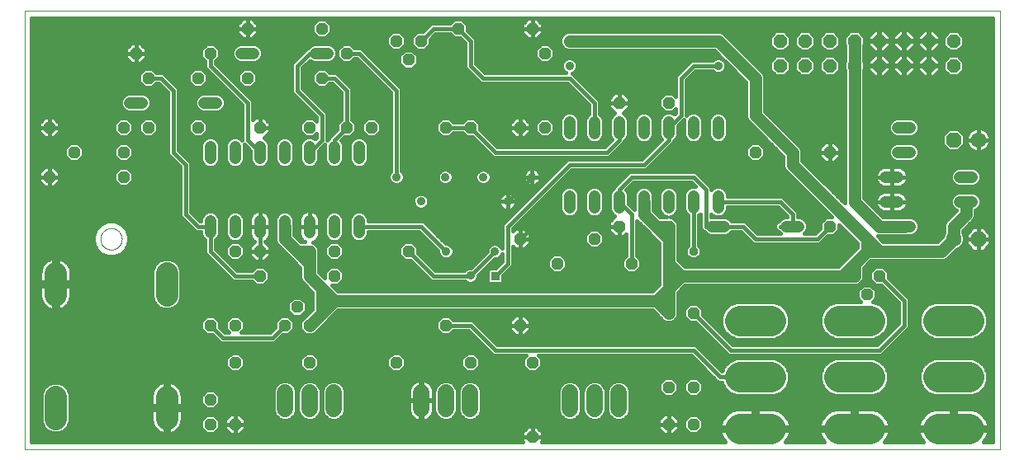
<source format=gtl>
G75*
%MOIN*%
%OFA0B0*%
%FSLAX25Y25*%
%IPPOS*%
%LPD*%
%AMOC8*
5,1,8,0,0,1.08239X$1,22.5*
%
%ADD10C,0.00000*%
%ADD11OC8,0.06300*%
%ADD12C,0.06300*%
%ADD13OC8,0.04800*%
%ADD14C,0.04800*%
%ADD15C,0.08899*%
%ADD16C,0.12443*%
%ADD17C,0.03562*%
%ADD18C,0.06600*%
%ADD19OC8,0.05400*%
%ADD20C,0.01600*%
%ADD21R,0.03562X0.03562*%
%ADD22OC8,0.03562*%
%ADD23C,0.05000*%
D10*
X0007370Y0040620D02*
X0007370Y0217785D01*
X0401071Y0217785D01*
X0401071Y0040620D01*
X0007370Y0040620D01*
X0038039Y0125581D02*
X0038041Y0125712D01*
X0038047Y0125844D01*
X0038057Y0125975D01*
X0038071Y0126106D01*
X0038089Y0126236D01*
X0038111Y0126365D01*
X0038136Y0126494D01*
X0038166Y0126622D01*
X0038200Y0126749D01*
X0038237Y0126876D01*
X0038278Y0127000D01*
X0038323Y0127124D01*
X0038372Y0127246D01*
X0038424Y0127367D01*
X0038480Y0127485D01*
X0038540Y0127603D01*
X0038603Y0127718D01*
X0038670Y0127831D01*
X0038740Y0127943D01*
X0038813Y0128052D01*
X0038889Y0128158D01*
X0038969Y0128263D01*
X0039052Y0128365D01*
X0039138Y0128464D01*
X0039227Y0128561D01*
X0039319Y0128655D01*
X0039414Y0128746D01*
X0039511Y0128835D01*
X0039611Y0128920D01*
X0039714Y0129002D01*
X0039819Y0129081D01*
X0039926Y0129157D01*
X0040036Y0129229D01*
X0040148Y0129298D01*
X0040262Y0129364D01*
X0040377Y0129426D01*
X0040495Y0129485D01*
X0040614Y0129540D01*
X0040735Y0129592D01*
X0040858Y0129639D01*
X0040982Y0129683D01*
X0041107Y0129724D01*
X0041233Y0129760D01*
X0041361Y0129793D01*
X0041489Y0129821D01*
X0041618Y0129846D01*
X0041748Y0129867D01*
X0041878Y0129884D01*
X0042009Y0129897D01*
X0042140Y0129906D01*
X0042271Y0129911D01*
X0042403Y0129912D01*
X0042534Y0129909D01*
X0042666Y0129902D01*
X0042797Y0129891D01*
X0042927Y0129876D01*
X0043057Y0129857D01*
X0043187Y0129834D01*
X0043315Y0129808D01*
X0043443Y0129777D01*
X0043570Y0129742D01*
X0043696Y0129704D01*
X0043820Y0129662D01*
X0043944Y0129616D01*
X0044065Y0129566D01*
X0044185Y0129513D01*
X0044304Y0129456D01*
X0044421Y0129396D01*
X0044535Y0129332D01*
X0044648Y0129264D01*
X0044759Y0129193D01*
X0044868Y0129119D01*
X0044974Y0129042D01*
X0045078Y0128961D01*
X0045179Y0128878D01*
X0045278Y0128791D01*
X0045374Y0128701D01*
X0045467Y0128608D01*
X0045558Y0128513D01*
X0045645Y0128415D01*
X0045730Y0128314D01*
X0045811Y0128211D01*
X0045889Y0128105D01*
X0045964Y0127997D01*
X0046036Y0127887D01*
X0046104Y0127775D01*
X0046169Y0127661D01*
X0046230Y0127544D01*
X0046288Y0127426D01*
X0046342Y0127306D01*
X0046393Y0127185D01*
X0046440Y0127062D01*
X0046483Y0126938D01*
X0046522Y0126813D01*
X0046558Y0126686D01*
X0046589Y0126558D01*
X0046617Y0126430D01*
X0046641Y0126301D01*
X0046661Y0126171D01*
X0046677Y0126040D01*
X0046689Y0125909D01*
X0046697Y0125778D01*
X0046701Y0125647D01*
X0046701Y0125515D01*
X0046697Y0125384D01*
X0046689Y0125253D01*
X0046677Y0125122D01*
X0046661Y0124991D01*
X0046641Y0124861D01*
X0046617Y0124732D01*
X0046589Y0124604D01*
X0046558Y0124476D01*
X0046522Y0124349D01*
X0046483Y0124224D01*
X0046440Y0124100D01*
X0046393Y0123977D01*
X0046342Y0123856D01*
X0046288Y0123736D01*
X0046230Y0123618D01*
X0046169Y0123501D01*
X0046104Y0123387D01*
X0046036Y0123275D01*
X0045964Y0123165D01*
X0045889Y0123057D01*
X0045811Y0122951D01*
X0045730Y0122848D01*
X0045645Y0122747D01*
X0045558Y0122649D01*
X0045467Y0122554D01*
X0045374Y0122461D01*
X0045278Y0122371D01*
X0045179Y0122284D01*
X0045078Y0122201D01*
X0044974Y0122120D01*
X0044868Y0122043D01*
X0044759Y0121969D01*
X0044648Y0121898D01*
X0044536Y0121830D01*
X0044421Y0121766D01*
X0044304Y0121706D01*
X0044185Y0121649D01*
X0044065Y0121596D01*
X0043944Y0121546D01*
X0043820Y0121500D01*
X0043696Y0121458D01*
X0043570Y0121420D01*
X0043443Y0121385D01*
X0043315Y0121354D01*
X0043187Y0121328D01*
X0043057Y0121305D01*
X0042927Y0121286D01*
X0042797Y0121271D01*
X0042666Y0121260D01*
X0042534Y0121253D01*
X0042403Y0121250D01*
X0042271Y0121251D01*
X0042140Y0121256D01*
X0042009Y0121265D01*
X0041878Y0121278D01*
X0041748Y0121295D01*
X0041618Y0121316D01*
X0041489Y0121341D01*
X0041361Y0121369D01*
X0041233Y0121402D01*
X0041107Y0121438D01*
X0040982Y0121479D01*
X0040858Y0121523D01*
X0040735Y0121570D01*
X0040614Y0121622D01*
X0040495Y0121677D01*
X0040377Y0121736D01*
X0040262Y0121798D01*
X0040148Y0121864D01*
X0040036Y0121933D01*
X0039926Y0122005D01*
X0039819Y0122081D01*
X0039714Y0122160D01*
X0039611Y0122242D01*
X0039511Y0122327D01*
X0039414Y0122416D01*
X0039319Y0122507D01*
X0039227Y0122601D01*
X0039138Y0122698D01*
X0039052Y0122797D01*
X0038969Y0122899D01*
X0038889Y0123004D01*
X0038813Y0123110D01*
X0038740Y0123219D01*
X0038670Y0123331D01*
X0038603Y0123444D01*
X0038540Y0123559D01*
X0038480Y0123677D01*
X0038424Y0123795D01*
X0038372Y0123916D01*
X0038323Y0124038D01*
X0038278Y0124162D01*
X0038237Y0124286D01*
X0038200Y0124413D01*
X0038166Y0124540D01*
X0038136Y0124668D01*
X0038111Y0124797D01*
X0038089Y0124926D01*
X0038071Y0125056D01*
X0038057Y0125187D01*
X0038047Y0125318D01*
X0038041Y0125450D01*
X0038039Y0125581D01*
D11*
X0382370Y0165620D03*
X0392370Y0125620D03*
D12*
X0382370Y0125620D03*
X0392370Y0165620D03*
D13*
X0332370Y0160620D03*
X0302370Y0160620D03*
X0267370Y0180620D03*
X0247370Y0180620D03*
X0217370Y0170620D03*
X0207370Y0170620D03*
X0187370Y0170620D03*
X0177370Y0170620D03*
X0147370Y0170620D03*
X0137370Y0170620D03*
X0122370Y0170620D03*
X0102370Y0170620D03*
X0077370Y0170620D03*
X0057370Y0170620D03*
X0047370Y0170620D03*
X0047370Y0160620D03*
X0047370Y0150620D03*
X0027370Y0160620D03*
X0017370Y0170620D03*
X0017370Y0150620D03*
X0092370Y0120620D03*
X0102370Y0120620D03*
X0102370Y0110620D03*
X0122370Y0120620D03*
X0132370Y0120620D03*
X0132370Y0110620D03*
X0117370Y0098120D03*
X0112370Y0090620D03*
X0122370Y0090620D03*
X0122370Y0075620D03*
X0092370Y0075620D03*
X0092370Y0090620D03*
X0082370Y0090620D03*
X0082370Y0060620D03*
X0082370Y0050620D03*
X0092370Y0050620D03*
X0157370Y0075620D03*
X0177370Y0090620D03*
X0187370Y0075620D03*
X0212370Y0075620D03*
X0207370Y0090620D03*
X0222370Y0115620D03*
X0207370Y0125620D03*
X0237370Y0125620D03*
X0247370Y0130620D03*
X0267370Y0130620D03*
X0252370Y0115620D03*
X0267370Y0095620D03*
X0277370Y0095620D03*
X0332370Y0110620D03*
X0342370Y0110620D03*
X0352370Y0110620D03*
X0347370Y0103120D03*
X0332370Y0130620D03*
X0277370Y0065620D03*
X0267370Y0065620D03*
X0267370Y0050620D03*
X0277370Y0050620D03*
X0212370Y0045620D03*
X0162370Y0120620D03*
X0127370Y0190620D03*
X0137370Y0200620D03*
X0127370Y0210620D03*
X0097370Y0210620D03*
X0082370Y0200620D03*
X0077370Y0190620D03*
X0057370Y0190620D03*
X0052370Y0200620D03*
X0097370Y0190620D03*
X0157370Y0205620D03*
X0167370Y0205620D03*
X0162370Y0198120D03*
X0182370Y0210620D03*
X0212370Y0210620D03*
X0217370Y0200620D03*
D14*
X0227370Y0173020D02*
X0227370Y0168220D01*
X0237370Y0168220D02*
X0237370Y0173020D01*
X0247370Y0173020D02*
X0247370Y0168220D01*
X0257370Y0168220D02*
X0257370Y0173020D01*
X0267370Y0173020D02*
X0267370Y0168220D01*
X0277370Y0168220D02*
X0277370Y0173020D01*
X0287370Y0173020D02*
X0287370Y0168220D01*
X0287370Y0143020D02*
X0287370Y0138220D01*
X0284970Y0130620D02*
X0289770Y0130620D01*
X0277370Y0138220D02*
X0277370Y0143020D01*
X0267370Y0143020D02*
X0267370Y0138220D01*
X0257370Y0138220D02*
X0257370Y0143020D01*
X0247370Y0143020D02*
X0247370Y0138220D01*
X0237370Y0138220D02*
X0237370Y0143020D01*
X0227370Y0143020D02*
X0227370Y0138220D01*
X0142370Y0133020D02*
X0142370Y0128220D01*
X0132370Y0128220D02*
X0132370Y0133020D01*
X0122370Y0133020D02*
X0122370Y0128220D01*
X0112370Y0128220D02*
X0112370Y0133020D01*
X0102370Y0133020D02*
X0102370Y0128220D01*
X0092370Y0128220D02*
X0092370Y0133020D01*
X0082370Y0133020D02*
X0082370Y0128220D01*
X0082370Y0158220D02*
X0082370Y0163020D01*
X0092370Y0163020D02*
X0092370Y0158220D01*
X0102370Y0158220D02*
X0102370Y0163020D01*
X0112370Y0163020D02*
X0112370Y0158220D01*
X0122370Y0158220D02*
X0122370Y0163020D01*
X0132370Y0163020D02*
X0132370Y0158220D01*
X0142370Y0158220D02*
X0142370Y0163020D01*
X0084770Y0180620D02*
X0079970Y0180620D01*
X0054770Y0180620D02*
X0049970Y0180620D01*
X0094970Y0200620D02*
X0099770Y0200620D01*
X0124970Y0200620D02*
X0129770Y0200620D01*
X0314970Y0130620D02*
X0319770Y0130620D01*
X0354970Y0140620D02*
X0359770Y0140620D01*
X0359770Y0150620D02*
X0354970Y0150620D01*
X0359970Y0160620D02*
X0364770Y0160620D01*
X0364770Y0170620D02*
X0359970Y0170620D01*
X0384970Y0150620D02*
X0389770Y0150620D01*
X0389770Y0140620D02*
X0384970Y0140620D01*
X0364770Y0130620D02*
X0359970Y0130620D01*
X0359970Y0120620D02*
X0364770Y0120620D01*
D15*
X0064811Y0111802D02*
X0064811Y0102903D01*
X0019929Y0102903D02*
X0019929Y0111802D01*
X0019929Y0061802D02*
X0019929Y0052903D01*
X0064811Y0052903D02*
X0064811Y0061802D01*
D16*
X0296149Y0069754D02*
X0308591Y0069754D01*
X0336149Y0069754D02*
X0348591Y0069754D01*
X0376149Y0069754D02*
X0388591Y0069754D01*
X0388591Y0048888D02*
X0376149Y0048888D01*
X0348591Y0048888D02*
X0336149Y0048888D01*
X0308591Y0048888D02*
X0296149Y0048888D01*
X0296149Y0092589D02*
X0308591Y0092589D01*
X0336149Y0092589D02*
X0348591Y0092589D01*
X0376149Y0092589D02*
X0388591Y0092589D01*
D17*
X0387370Y0105620D03*
X0377370Y0105620D03*
X0372370Y0130620D03*
X0327370Y0120620D03*
X0297370Y0135620D03*
X0317370Y0145620D03*
X0282370Y0155620D03*
X0252370Y0160620D03*
X0242370Y0150620D03*
X0232370Y0150620D03*
X0212213Y0150620D03*
X0202370Y0140778D03*
X0192528Y0150620D03*
X0177213Y0150620D03*
X0167370Y0140778D03*
X0157528Y0150620D03*
X0147370Y0145620D03*
X0137370Y0145620D03*
X0127370Y0145620D03*
X0117370Y0145620D03*
X0097370Y0145620D03*
X0087370Y0145620D03*
X0062370Y0155620D03*
X0037370Y0140620D03*
X0027370Y0140620D03*
X0027370Y0130620D03*
X0042370Y0105620D03*
X0027370Y0090620D03*
X0027370Y0080620D03*
X0057370Y0080620D03*
X0057370Y0090620D03*
X0042370Y0055620D03*
X0137370Y0080620D03*
X0147370Y0080620D03*
X0147370Y0070620D03*
X0147370Y0060620D03*
X0147370Y0050620D03*
X0147370Y0090620D03*
X0157370Y0090620D03*
X0167370Y0090620D03*
X0162370Y0110620D03*
X0177528Y0120620D03*
X0187370Y0110778D03*
X0197213Y0120620D03*
X0212370Y0110620D03*
X0237370Y0110620D03*
X0237370Y0090620D03*
X0247370Y0090620D03*
X0227370Y0090620D03*
X0327370Y0170620D03*
X0287370Y0195620D03*
X0287370Y0205620D03*
X0302370Y0205620D03*
X0262370Y0195620D03*
X0227370Y0195620D03*
X0227370Y0205620D03*
X0182370Y0195620D03*
X0147370Y0210620D03*
X0137370Y0210620D03*
X0142370Y0190620D03*
X0037370Y0190620D03*
X0027370Y0190620D03*
X0027370Y0180620D03*
X0037370Y0180620D03*
X0037370Y0210620D03*
X0027370Y0210620D03*
X0017370Y0210620D03*
D18*
X0112528Y0063605D02*
X0112528Y0057005D01*
X0122370Y0057005D02*
X0122370Y0063605D01*
X0132213Y0063605D02*
X0132213Y0057005D01*
X0167528Y0057005D02*
X0167528Y0063605D01*
X0177370Y0063605D02*
X0177370Y0057005D01*
X0187213Y0057005D02*
X0187213Y0063605D01*
X0227528Y0063605D02*
X0227528Y0057005D01*
X0237370Y0057005D02*
X0237370Y0063605D01*
X0247213Y0063605D02*
X0247213Y0057005D01*
D19*
X0312370Y0195620D03*
X0322370Y0195620D03*
X0332370Y0195620D03*
X0342370Y0195620D03*
X0352370Y0195620D03*
X0362370Y0195620D03*
X0372370Y0195620D03*
X0382370Y0195620D03*
X0382370Y0205620D03*
X0372370Y0205620D03*
X0362370Y0205620D03*
X0352370Y0205620D03*
X0342370Y0205620D03*
X0332370Y0205620D03*
X0322370Y0205620D03*
X0312370Y0205620D03*
D20*
X0309416Y0208464D02*
X0290042Y0208464D01*
X0289579Y0208926D02*
X0290676Y0207829D01*
X0290676Y0207829D01*
X0304579Y0193926D01*
X0305676Y0192829D01*
X0306270Y0191396D01*
X0306270Y0177236D01*
X0319579Y0163926D01*
X0320676Y0162829D01*
X0321270Y0161396D01*
X0321270Y0157236D01*
X0338470Y0140035D01*
X0338470Y0193722D01*
X0338270Y0193922D01*
X0338270Y0197318D01*
X0338470Y0197518D01*
X0338470Y0203722D01*
X0338270Y0203922D01*
X0338270Y0207318D01*
X0340672Y0209720D01*
X0344068Y0209720D01*
X0346470Y0207318D01*
X0346470Y0203922D01*
X0346270Y0203722D01*
X0346270Y0197518D01*
X0346470Y0197318D01*
X0346470Y0193922D01*
X0346270Y0193722D01*
X0346270Y0142236D01*
X0353986Y0134520D01*
X0363146Y0134520D01*
X0363387Y0134420D01*
X0365526Y0134420D01*
X0366923Y0133842D01*
X0367992Y0132773D01*
X0368570Y0131376D01*
X0368570Y0129864D01*
X0367992Y0128468D01*
X0366923Y0127399D01*
X0365526Y0126820D01*
X0363387Y0126820D01*
X0363146Y0126720D01*
X0351785Y0126720D01*
X0353985Y0124520D01*
X0375755Y0124520D01*
X0377863Y0126628D01*
X0378470Y0128094D01*
X0378470Y0131396D01*
X0379064Y0132829D01*
X0383394Y0137160D01*
X0382818Y0137399D01*
X0381749Y0138468D01*
X0381170Y0139864D01*
X0381170Y0141376D01*
X0381749Y0142773D01*
X0382818Y0143842D01*
X0384214Y0144420D01*
X0386353Y0144420D01*
X0386594Y0144520D01*
X0388146Y0144520D01*
X0388387Y0144420D01*
X0390526Y0144420D01*
X0391923Y0143842D01*
X0392992Y0142773D01*
X0393570Y0141376D01*
X0393570Y0139864D01*
X0392992Y0138468D01*
X0391923Y0137399D01*
X0391270Y0137128D01*
X0391270Y0134844D01*
X0390676Y0133411D01*
X0389579Y0132314D01*
X0386270Y0129005D01*
X0386270Y0128094D01*
X0386920Y0126525D01*
X0386920Y0124715D01*
X0386227Y0123043D01*
X0384947Y0121763D01*
X0383378Y0121113D01*
X0379579Y0117314D01*
X0378146Y0116720D01*
X0348986Y0116720D01*
X0346270Y0114005D01*
X0346270Y0109844D01*
X0346170Y0109603D01*
X0346170Y0109046D01*
X0345776Y0108652D01*
X0345676Y0108411D01*
X0344579Y0107314D01*
X0344338Y0107214D01*
X0343944Y0106820D01*
X0343387Y0106820D01*
X0343146Y0106720D01*
X0273986Y0106720D01*
X0271270Y0104005D01*
X0271270Y0094844D01*
X0271170Y0094603D01*
X0271170Y0094046D01*
X0270776Y0093652D01*
X0270676Y0093411D01*
X0269579Y0092314D01*
X0269338Y0092214D01*
X0268944Y0091820D01*
X0268387Y0091820D01*
X0268146Y0091720D01*
X0266594Y0091720D01*
X0266353Y0091820D01*
X0265796Y0091820D01*
X0265402Y0092214D01*
X0265161Y0092314D01*
X0260755Y0096720D01*
X0133986Y0096720D01*
X0130676Y0093411D01*
X0129579Y0092314D01*
X0124579Y0087314D01*
X0124338Y0087214D01*
X0123944Y0086820D01*
X0123387Y0086820D01*
X0123146Y0086720D01*
X0121594Y0086720D01*
X0121353Y0086820D01*
X0120796Y0086820D01*
X0120402Y0087214D01*
X0120161Y0087314D01*
X0119064Y0088411D01*
X0118964Y0088652D01*
X0118570Y0089046D01*
X0118570Y0089603D01*
X0118470Y0089844D01*
X0118470Y0091396D01*
X0118570Y0091637D01*
X0118570Y0092194D01*
X0118964Y0092588D01*
X0119064Y0092829D01*
X0123470Y0097236D01*
X0123470Y0104005D01*
X0119064Y0108411D01*
X0118470Y0109844D01*
X0118470Y0114005D01*
X0114064Y0118411D01*
X0109064Y0123411D01*
X0108470Y0124844D01*
X0108470Y0131396D01*
X0108570Y0131637D01*
X0108570Y0133776D01*
X0109149Y0135173D01*
X0110218Y0136242D01*
X0111614Y0136820D01*
X0113126Y0136820D01*
X0114523Y0136242D01*
X0115592Y0135173D01*
X0116170Y0133776D01*
X0116170Y0131637D01*
X0116270Y0131396D01*
X0116270Y0127236D01*
X0118986Y0124520D01*
X0120380Y0124520D01*
X0120169Y0124628D01*
X0119634Y0125016D01*
X0119166Y0125484D01*
X0118778Y0126019D01*
X0118478Y0126608D01*
X0118273Y0127237D01*
X0118170Y0127890D01*
X0118170Y0130620D01*
X0122370Y0130620D01*
X0122370Y0130620D01*
X0118170Y0130620D01*
X0118170Y0133351D01*
X0118273Y0134004D01*
X0118478Y0134632D01*
X0118778Y0135221D01*
X0119166Y0135756D01*
X0119634Y0136224D01*
X0120169Y0136612D01*
X0120758Y0136912D01*
X0121387Y0137117D01*
X0122040Y0137220D01*
X0122370Y0137220D01*
X0122370Y0130620D01*
X0122370Y0130620D01*
X0122370Y0130620D01*
X0126570Y0130620D01*
X0126570Y0127890D01*
X0126467Y0127237D01*
X0126262Y0126608D01*
X0125962Y0126019D01*
X0125574Y0125484D01*
X0125106Y0125016D01*
X0124571Y0124628D01*
X0124018Y0124346D01*
X0124338Y0124026D01*
X0124579Y0123926D01*
X0125676Y0122829D01*
X0125776Y0122588D01*
X0126170Y0122194D01*
X0126170Y0121637D01*
X0126270Y0121396D01*
X0126270Y0112236D01*
X0128570Y0109935D01*
X0128570Y0112194D01*
X0130796Y0114420D01*
X0133944Y0114420D01*
X0136170Y0112194D01*
X0136170Y0109046D01*
X0133944Y0106820D01*
X0131685Y0106820D01*
X0133986Y0104520D01*
X0260755Y0104520D01*
X0263470Y0107236D01*
X0263470Y0124005D01*
X0260161Y0127314D01*
X0260161Y0127314D01*
X0259064Y0128411D01*
X0254570Y0132905D01*
X0254570Y0118794D01*
X0256170Y0117194D01*
X0256170Y0114046D01*
X0253944Y0111820D01*
X0250796Y0111820D01*
X0248570Y0114046D01*
X0248570Y0117194D01*
X0250170Y0118794D01*
X0250170Y0127480D01*
X0249110Y0126420D01*
X0247370Y0126420D01*
X0247370Y0130620D01*
X0247370Y0130620D01*
X0243170Y0130620D01*
X0243170Y0128880D01*
X0245630Y0126420D01*
X0247370Y0126420D01*
X0247370Y0130620D01*
X0247370Y0130620D01*
X0212370Y0130620D01*
X0207370Y0125620D01*
X0207370Y0125620D01*
X0207370Y0121420D01*
X0205630Y0121420D01*
X0204570Y0122480D01*
X0204570Y0114709D01*
X0203281Y0113420D01*
X0200551Y0110690D01*
X0200551Y0108259D01*
X0199731Y0107439D01*
X0195009Y0107439D01*
X0194189Y0108259D01*
X0194189Y0112981D01*
X0195009Y0113801D01*
X0197440Y0113801D01*
X0200170Y0116531D01*
X0200170Y0119447D01*
X0199909Y0118818D01*
X0199015Y0117923D01*
X0197845Y0117439D01*
X0197143Y0117439D01*
X0190551Y0110847D01*
X0190551Y0110145D01*
X0190067Y0108976D01*
X0189172Y0108081D01*
X0188003Y0107596D01*
X0186737Y0107596D01*
X0185568Y0108081D01*
X0185229Y0108420D01*
X0171459Y0108420D01*
X0170170Y0109709D01*
X0163059Y0116820D01*
X0160796Y0116820D01*
X0158570Y0119046D01*
X0158570Y0122194D01*
X0160796Y0124420D01*
X0163944Y0124420D01*
X0166170Y0122194D01*
X0166170Y0119931D01*
X0173281Y0112820D01*
X0184914Y0112820D01*
X0185568Y0113474D01*
X0186737Y0113959D01*
X0187440Y0113959D01*
X0194031Y0120550D01*
X0194031Y0121253D01*
X0194516Y0122422D01*
X0195411Y0123317D01*
X0196580Y0123801D01*
X0197845Y0123801D01*
X0199015Y0123317D01*
X0199909Y0122422D01*
X0200170Y0121793D01*
X0200170Y0131531D01*
X0225170Y0156531D01*
X0226459Y0157820D01*
X0256459Y0157820D01*
X0264427Y0165789D01*
X0264149Y0166068D01*
X0263570Y0167464D01*
X0263570Y0173776D01*
X0264149Y0175173D01*
X0265218Y0176242D01*
X0266614Y0176820D01*
X0268126Y0176820D01*
X0269523Y0176242D01*
X0269701Y0176063D01*
X0270170Y0176531D01*
X0270170Y0178046D01*
X0268944Y0176820D01*
X0265796Y0176820D01*
X0263570Y0179046D01*
X0263570Y0182194D01*
X0265796Y0184420D01*
X0268944Y0184420D01*
X0270170Y0183194D01*
X0270170Y0191531D01*
X0275170Y0196531D01*
X0276459Y0197820D01*
X0285071Y0197820D01*
X0285568Y0198317D01*
X0286737Y0198801D01*
X0288003Y0198801D01*
X0289148Y0198327D01*
X0285755Y0201720D01*
X0226594Y0201720D01*
X0225161Y0202314D01*
X0224064Y0203411D01*
X0223470Y0204844D01*
X0223470Y0206396D01*
X0224064Y0207829D01*
X0225161Y0208926D01*
X0226594Y0209520D01*
X0288146Y0209520D01*
X0289579Y0208926D01*
X0291640Y0206865D02*
X0308270Y0206865D01*
X0308270Y0207318D02*
X0308270Y0203922D01*
X0310672Y0201520D01*
X0314068Y0201520D01*
X0316470Y0203922D01*
X0316470Y0207318D01*
X0314068Y0209720D01*
X0310672Y0209720D01*
X0308270Y0207318D01*
X0308270Y0205267D02*
X0293239Y0205267D01*
X0294837Y0203668D02*
X0308524Y0203668D01*
X0310122Y0202070D02*
X0296436Y0202070D01*
X0298034Y0200471D02*
X0338470Y0200471D01*
X0338470Y0198873D02*
X0334916Y0198873D01*
X0334068Y0199720D02*
X0330672Y0199720D01*
X0328270Y0197318D01*
X0328270Y0193922D01*
X0330672Y0191520D01*
X0334068Y0191520D01*
X0336470Y0193922D01*
X0336470Y0197318D01*
X0334068Y0199720D01*
X0334068Y0201520D02*
X0330672Y0201520D01*
X0328270Y0203922D01*
X0328270Y0207318D01*
X0330672Y0209720D01*
X0334068Y0209720D01*
X0336470Y0207318D01*
X0336470Y0203922D01*
X0334068Y0201520D01*
X0334618Y0202070D02*
X0338470Y0202070D01*
X0338470Y0203668D02*
X0336216Y0203668D01*
X0336470Y0205267D02*
X0338270Y0205267D01*
X0338270Y0206865D02*
X0336470Y0206865D01*
X0335325Y0208464D02*
X0339416Y0208464D01*
X0345325Y0208464D02*
X0348850Y0208464D01*
X0347870Y0207484D02*
X0347870Y0205720D01*
X0352270Y0205720D01*
X0352270Y0205520D01*
X0352470Y0205520D01*
X0352470Y0201120D01*
X0354234Y0201120D01*
X0356870Y0203756D01*
X0356870Y0205520D01*
X0352470Y0205520D01*
X0352470Y0205720D01*
X0356870Y0205720D01*
X0356870Y0207484D01*
X0354234Y0210120D01*
X0352470Y0210120D01*
X0352470Y0205720D01*
X0352270Y0205720D01*
X0352270Y0210120D01*
X0350506Y0210120D01*
X0347870Y0207484D01*
X0347870Y0206865D02*
X0346470Y0206865D01*
X0346470Y0205267D02*
X0347870Y0205267D01*
X0347870Y0205520D02*
X0347870Y0203756D01*
X0350506Y0201120D01*
X0352270Y0201120D01*
X0352270Y0205520D01*
X0347870Y0205520D01*
X0347958Y0203668D02*
X0346270Y0203668D01*
X0346270Y0202070D02*
X0349556Y0202070D01*
X0350506Y0200120D02*
X0347870Y0197484D01*
X0347870Y0195720D01*
X0352270Y0195720D01*
X0352270Y0195520D01*
X0352470Y0195520D01*
X0352470Y0191120D01*
X0354234Y0191120D01*
X0356870Y0193756D01*
X0356870Y0195520D01*
X0352470Y0195520D01*
X0352470Y0195720D01*
X0356870Y0195720D01*
X0356870Y0197484D01*
X0354234Y0200120D01*
X0352470Y0200120D01*
X0352470Y0195720D01*
X0352270Y0195720D01*
X0352270Y0200120D01*
X0350506Y0200120D01*
X0349259Y0198873D02*
X0346270Y0198873D01*
X0346270Y0200471D02*
X0398271Y0200471D01*
X0398271Y0198873D02*
X0384916Y0198873D01*
X0384068Y0199720D02*
X0380672Y0199720D01*
X0378270Y0197318D01*
X0378270Y0193922D01*
X0380672Y0191520D01*
X0384068Y0191520D01*
X0386470Y0193922D01*
X0386470Y0197318D01*
X0384068Y0199720D01*
X0384068Y0201520D02*
X0380672Y0201520D01*
X0378270Y0203922D01*
X0378270Y0207318D01*
X0380672Y0209720D01*
X0384068Y0209720D01*
X0386470Y0207318D01*
X0386470Y0203922D01*
X0384068Y0201520D01*
X0384618Y0202070D02*
X0398271Y0202070D01*
X0398271Y0203668D02*
X0386216Y0203668D01*
X0386470Y0205267D02*
X0398271Y0205267D01*
X0398271Y0206865D02*
X0386470Y0206865D01*
X0385325Y0208464D02*
X0398271Y0208464D01*
X0398271Y0210062D02*
X0374292Y0210062D01*
X0374234Y0210120D02*
X0372470Y0210120D01*
X0372470Y0205720D01*
X0376870Y0205720D01*
X0376870Y0207484D01*
X0374234Y0210120D01*
X0372470Y0210062D02*
X0372270Y0210062D01*
X0372270Y0210120D02*
X0370506Y0210120D01*
X0367870Y0207484D01*
X0367870Y0205720D01*
X0372270Y0205720D01*
X0372270Y0205520D01*
X0372470Y0205520D01*
X0372470Y0201120D01*
X0374234Y0201120D01*
X0376870Y0203756D01*
X0376870Y0205520D01*
X0372470Y0205520D01*
X0372470Y0205720D01*
X0372270Y0205720D01*
X0372270Y0210120D01*
X0372270Y0208464D02*
X0372470Y0208464D01*
X0372470Y0206865D02*
X0372270Y0206865D01*
X0372270Y0205520D02*
X0367870Y0205520D01*
X0367870Y0203756D01*
X0370506Y0201120D01*
X0372270Y0201120D01*
X0372270Y0205520D01*
X0372270Y0205267D02*
X0372470Y0205267D01*
X0372470Y0203668D02*
X0372270Y0203668D01*
X0372270Y0202070D02*
X0372470Y0202070D01*
X0372470Y0200120D02*
X0374234Y0200120D01*
X0376870Y0197484D01*
X0376870Y0195720D01*
X0372470Y0195720D01*
X0372470Y0195520D01*
X0372470Y0191120D01*
X0374234Y0191120D01*
X0376870Y0193756D01*
X0376870Y0195520D01*
X0372470Y0195520D01*
X0372270Y0195520D01*
X0372270Y0191120D01*
X0370506Y0191120D01*
X0367870Y0193756D01*
X0367870Y0195520D01*
X0372270Y0195520D01*
X0372270Y0195720D01*
X0367870Y0195720D01*
X0367870Y0197484D01*
X0370506Y0200120D01*
X0372270Y0200120D01*
X0372270Y0195720D01*
X0372470Y0195720D01*
X0372470Y0200120D01*
X0372470Y0198873D02*
X0372270Y0198873D01*
X0372270Y0197274D02*
X0372470Y0197274D01*
X0372470Y0195676D02*
X0378270Y0195676D01*
X0378270Y0197274D02*
X0376870Y0197274D01*
X0375481Y0198873D02*
X0379824Y0198873D01*
X0386470Y0197274D02*
X0398271Y0197274D01*
X0398271Y0195676D02*
X0386470Y0195676D01*
X0386470Y0194077D02*
X0398271Y0194077D01*
X0398271Y0192479D02*
X0385027Y0192479D01*
X0379713Y0192479D02*
X0375593Y0192479D01*
X0376870Y0194077D02*
X0378270Y0194077D01*
X0372470Y0194077D02*
X0372270Y0194077D01*
X0372270Y0192479D02*
X0372470Y0192479D01*
X0369148Y0192479D02*
X0365593Y0192479D01*
X0366870Y0193756D02*
X0364234Y0191120D01*
X0362470Y0191120D01*
X0362470Y0195520D01*
X0362270Y0195520D01*
X0362270Y0191120D01*
X0360506Y0191120D01*
X0357870Y0193756D01*
X0357870Y0195520D01*
X0362270Y0195520D01*
X0362270Y0195720D01*
X0357870Y0195720D01*
X0357870Y0197484D01*
X0360506Y0200120D01*
X0362270Y0200120D01*
X0362270Y0195720D01*
X0362470Y0195720D01*
X0366870Y0195720D01*
X0366870Y0197484D01*
X0364234Y0200120D01*
X0362470Y0200120D01*
X0362470Y0195720D01*
X0362470Y0195520D01*
X0366870Y0195520D01*
X0366870Y0193756D01*
X0366870Y0194077D02*
X0367870Y0194077D01*
X0367870Y0197274D02*
X0366870Y0197274D01*
X0365481Y0198873D02*
X0369259Y0198873D01*
X0372270Y0195676D02*
X0362470Y0195676D01*
X0362270Y0195676D02*
X0352470Y0195676D01*
X0352270Y0195676D02*
X0346470Y0195676D01*
X0347870Y0195520D02*
X0347870Y0193756D01*
X0350506Y0191120D01*
X0352270Y0191120D01*
X0352270Y0195520D01*
X0347870Y0195520D01*
X0347870Y0194077D02*
X0346470Y0194077D01*
X0346270Y0192479D02*
X0349148Y0192479D01*
X0352270Y0192479D02*
X0352470Y0192479D01*
X0352470Y0194077D02*
X0352270Y0194077D01*
X0352270Y0197274D02*
X0352470Y0197274D01*
X0352470Y0198873D02*
X0352270Y0198873D01*
X0355481Y0198873D02*
X0359259Y0198873D01*
X0357870Y0197274D02*
X0356870Y0197274D01*
X0356870Y0194077D02*
X0357870Y0194077D01*
X0359148Y0192479D02*
X0355593Y0192479D01*
X0362270Y0192479D02*
X0362470Y0192479D01*
X0362470Y0194077D02*
X0362270Y0194077D01*
X0362270Y0197274D02*
X0362470Y0197274D01*
X0362470Y0198873D02*
X0362270Y0198873D01*
X0362270Y0201120D02*
X0362270Y0205520D01*
X0362470Y0205520D01*
X0362470Y0201120D01*
X0364234Y0201120D01*
X0366870Y0203756D01*
X0366870Y0205520D01*
X0362470Y0205520D01*
X0362470Y0205720D01*
X0366870Y0205720D01*
X0366870Y0207484D01*
X0364234Y0210120D01*
X0362470Y0210120D01*
X0362470Y0205720D01*
X0362270Y0205720D01*
X0362270Y0205520D01*
X0357870Y0205520D01*
X0357870Y0203756D01*
X0360506Y0201120D01*
X0362270Y0201120D01*
X0362270Y0202070D02*
X0362470Y0202070D01*
X0362470Y0203668D02*
X0362270Y0203668D01*
X0362270Y0205267D02*
X0362470Y0205267D01*
X0362270Y0205720D02*
X0357870Y0205720D01*
X0357870Y0207484D01*
X0360506Y0210120D01*
X0362270Y0210120D01*
X0362270Y0205720D01*
X0362270Y0206865D02*
X0362470Y0206865D01*
X0362470Y0208464D02*
X0362270Y0208464D01*
X0362270Y0210062D02*
X0362470Y0210062D01*
X0364292Y0210062D02*
X0370448Y0210062D01*
X0368850Y0208464D02*
X0365890Y0208464D01*
X0366870Y0206865D02*
X0367870Y0206865D01*
X0367870Y0205267D02*
X0366870Y0205267D01*
X0366782Y0203668D02*
X0367958Y0203668D01*
X0369556Y0202070D02*
X0365184Y0202070D01*
X0359556Y0202070D02*
X0355184Y0202070D01*
X0356782Y0203668D02*
X0357958Y0203668D01*
X0357870Y0205267D02*
X0356870Y0205267D01*
X0356870Y0206865D02*
X0357870Y0206865D01*
X0358850Y0208464D02*
X0355890Y0208464D01*
X0354292Y0210062D02*
X0360448Y0210062D01*
X0352470Y0210062D02*
X0352270Y0210062D01*
X0352270Y0208464D02*
X0352470Y0208464D01*
X0352470Y0206865D02*
X0352270Y0206865D01*
X0352270Y0205267D02*
X0352470Y0205267D01*
X0352470Y0203668D02*
X0352270Y0203668D01*
X0352270Y0202070D02*
X0352470Y0202070D01*
X0347870Y0197274D02*
X0346470Y0197274D01*
X0338270Y0197274D02*
X0336470Y0197274D01*
X0336470Y0195676D02*
X0338270Y0195676D01*
X0338270Y0194077D02*
X0336470Y0194077D01*
X0335027Y0192479D02*
X0338470Y0192479D01*
X0338470Y0190880D02*
X0306270Y0190880D01*
X0306270Y0189282D02*
X0338470Y0189282D01*
X0338470Y0187683D02*
X0306270Y0187683D01*
X0306270Y0186085D02*
X0338470Y0186085D01*
X0338470Y0184486D02*
X0306270Y0184486D01*
X0306270Y0182888D02*
X0338470Y0182888D01*
X0338470Y0181289D02*
X0306270Y0181289D01*
X0306270Y0179691D02*
X0338470Y0179691D01*
X0338470Y0178092D02*
X0306270Y0178092D01*
X0307012Y0176494D02*
X0338470Y0176494D01*
X0338470Y0174895D02*
X0308611Y0174895D01*
X0310209Y0173297D02*
X0338470Y0173297D01*
X0338470Y0171698D02*
X0311808Y0171698D01*
X0313406Y0170099D02*
X0338470Y0170099D01*
X0338470Y0168501D02*
X0315005Y0168501D01*
X0316603Y0166902D02*
X0338470Y0166902D01*
X0338470Y0165304D02*
X0318202Y0165304D01*
X0319800Y0163705D02*
X0329516Y0163705D01*
X0330630Y0164820D02*
X0328170Y0162360D01*
X0328170Y0160620D01*
X0328170Y0158880D01*
X0330630Y0156420D01*
X0332370Y0156420D01*
X0332370Y0160620D01*
X0332370Y0160620D01*
X0328170Y0160620D01*
X0332370Y0160620D01*
X0332370Y0160620D01*
X0332370Y0156420D01*
X0334110Y0156420D01*
X0336570Y0158880D01*
X0336570Y0160620D01*
X0332370Y0160620D01*
X0332370Y0160620D01*
X0332370Y0164820D01*
X0330630Y0164820D01*
X0332370Y0164820D02*
X0334110Y0164820D01*
X0336570Y0162360D01*
X0336570Y0160620D01*
X0332370Y0160620D01*
X0332370Y0160620D01*
X0332370Y0164820D01*
X0332370Y0163705D02*
X0332370Y0163705D01*
X0332370Y0162107D02*
X0332370Y0162107D01*
X0332370Y0160508D02*
X0332370Y0160508D01*
X0332370Y0158910D02*
X0332370Y0158910D01*
X0332370Y0157311D02*
X0332370Y0157311D01*
X0329739Y0157311D02*
X0321270Y0157311D01*
X0321270Y0158910D02*
X0328170Y0158910D01*
X0328170Y0160508D02*
X0321270Y0160508D01*
X0320976Y0162107D02*
X0328170Y0162107D01*
X0335224Y0163705D02*
X0338470Y0163705D01*
X0338470Y0162107D02*
X0336570Y0162107D01*
X0336570Y0160508D02*
X0338470Y0160508D01*
X0338470Y0158910D02*
X0336570Y0158910D01*
X0335001Y0157311D02*
X0338470Y0157311D01*
X0338470Y0155713D02*
X0322793Y0155713D01*
X0324391Y0154114D02*
X0338470Y0154114D01*
X0338470Y0152516D02*
X0325990Y0152516D01*
X0327588Y0150917D02*
X0338470Y0150917D01*
X0338470Y0149319D02*
X0329187Y0149319D01*
X0330785Y0147720D02*
X0338470Y0147720D01*
X0338470Y0146122D02*
X0332384Y0146122D01*
X0333982Y0144523D02*
X0338470Y0144523D01*
X0338470Y0142925D02*
X0335581Y0142925D01*
X0337179Y0141326D02*
X0338470Y0141326D01*
X0346270Y0142925D02*
X0351453Y0142925D01*
X0351378Y0142821D02*
X0351078Y0142232D01*
X0350873Y0141604D01*
X0350770Y0140951D01*
X0350770Y0140620D01*
X0350770Y0140290D01*
X0350873Y0139637D01*
X0351078Y0139008D01*
X0351378Y0138419D01*
X0351766Y0137884D01*
X0352234Y0137416D01*
X0352769Y0137028D01*
X0353358Y0136728D01*
X0353987Y0136523D01*
X0354640Y0136420D01*
X0357370Y0136420D01*
X0357370Y0140620D01*
X0357370Y0140620D01*
X0350770Y0140620D01*
X0357370Y0140620D01*
X0357370Y0140620D01*
X0357370Y0136420D01*
X0360101Y0136420D01*
X0360754Y0136523D01*
X0361382Y0136728D01*
X0361971Y0137028D01*
X0362506Y0137416D01*
X0362974Y0137884D01*
X0363362Y0138419D01*
X0363662Y0139008D01*
X0363867Y0139637D01*
X0363970Y0140290D01*
X0363970Y0140620D01*
X0357370Y0140620D01*
X0357370Y0144820D01*
X0354640Y0144820D01*
X0353987Y0144717D01*
X0353358Y0144512D01*
X0352769Y0144212D01*
X0352234Y0143824D01*
X0351766Y0143356D01*
X0351378Y0142821D01*
X0350830Y0141326D02*
X0347179Y0141326D01*
X0348778Y0139728D02*
X0350859Y0139728D01*
X0350376Y0138129D02*
X0351588Y0138129D01*
X0351975Y0136531D02*
X0353964Y0136531D01*
X0353573Y0134932D02*
X0381167Y0134932D01*
X0379568Y0133334D02*
X0367430Y0133334D01*
X0368421Y0131735D02*
X0378611Y0131735D01*
X0378470Y0130137D02*
X0368570Y0130137D01*
X0368021Y0128538D02*
X0378470Y0128538D01*
X0377992Y0126940D02*
X0365815Y0126940D01*
X0376576Y0125341D02*
X0353164Y0125341D01*
X0343470Y0124005D02*
X0343470Y0122235D01*
X0340161Y0118926D01*
X0340161Y0118926D01*
X0335755Y0114520D01*
X0333146Y0114520D01*
X0273985Y0114520D01*
X0271270Y0117236D01*
X0271270Y0131396D01*
X0271170Y0131637D01*
X0271170Y0132194D01*
X0270776Y0132588D01*
X0270676Y0132829D01*
X0269579Y0133926D01*
X0269338Y0134026D01*
X0268944Y0134420D01*
X0268387Y0134420D01*
X0268257Y0134474D01*
X0269523Y0134999D01*
X0270592Y0136068D01*
X0271170Y0137464D01*
X0271170Y0143776D01*
X0270592Y0145173D01*
X0269523Y0146242D01*
X0268126Y0146820D01*
X0266614Y0146820D01*
X0265218Y0146242D01*
X0264149Y0145173D01*
X0263570Y0143776D01*
X0263570Y0137464D01*
X0264149Y0136068D01*
X0265218Y0134999D01*
X0266373Y0134520D01*
X0263986Y0134520D01*
X0261270Y0137236D01*
X0261270Y0141396D01*
X0261170Y0141637D01*
X0261170Y0143776D01*
X0260592Y0145173D01*
X0259523Y0146242D01*
X0258126Y0146820D01*
X0256614Y0146820D01*
X0255218Y0146242D01*
X0254149Y0145173D01*
X0253570Y0143776D01*
X0253570Y0141637D01*
X0253470Y0141396D01*
X0253470Y0137631D01*
X0253281Y0137820D01*
X0251170Y0139931D01*
X0251170Y0143776D01*
X0250592Y0145173D01*
X0250313Y0145451D01*
X0253281Y0148420D01*
X0276459Y0148420D01*
X0278059Y0146820D01*
X0276614Y0146820D01*
X0275218Y0146242D01*
X0274149Y0145173D01*
X0273570Y0143776D01*
X0273570Y0137464D01*
X0274149Y0136068D01*
X0275170Y0135046D01*
X0275170Y0122919D01*
X0274189Y0121938D01*
X0274189Y0119302D01*
X0276052Y0117439D01*
X0278688Y0117439D01*
X0280551Y0119302D01*
X0280551Y0121938D01*
X0279570Y0122919D01*
X0279570Y0135046D01*
X0280170Y0135646D01*
X0280170Y0129709D01*
X0281459Y0128420D01*
X0281796Y0128420D01*
X0282818Y0127399D01*
X0284214Y0126820D01*
X0290526Y0126820D01*
X0291923Y0127399D01*
X0292944Y0128420D01*
X0296459Y0128420D01*
X0301459Y0123420D01*
X0328281Y0123420D01*
X0329570Y0124709D01*
X0331681Y0126820D01*
X0333944Y0126820D01*
X0336170Y0129046D01*
X0336170Y0131305D01*
X0343470Y0124005D01*
X0343470Y0123743D02*
X0328604Y0123743D01*
X0327370Y0125620D02*
X0302370Y0125620D01*
X0297370Y0130620D01*
X0287370Y0130620D01*
X0282370Y0130620D01*
X0282370Y0145620D01*
X0277370Y0150620D01*
X0252370Y0150620D01*
X0247370Y0145620D01*
X0247370Y0140620D01*
X0252370Y0135620D01*
X0252370Y0115620D01*
X0248570Y0115750D02*
X0226170Y0115750D01*
X0226170Y0117194D02*
X0226170Y0114046D01*
X0223944Y0111820D01*
X0220796Y0111820D01*
X0218570Y0114046D01*
X0218570Y0117194D01*
X0220796Y0119420D01*
X0223944Y0119420D01*
X0226170Y0117194D01*
X0226016Y0117349D02*
X0248725Y0117349D01*
X0250170Y0118947D02*
X0224417Y0118947D01*
X0220323Y0118947D02*
X0204570Y0118947D01*
X0204570Y0117349D02*
X0218725Y0117349D01*
X0218570Y0115750D02*
X0204570Y0115750D01*
X0204013Y0114152D02*
X0218570Y0114152D01*
X0220063Y0112553D02*
X0202414Y0112553D01*
X0200816Y0110955D02*
X0263470Y0110955D01*
X0263470Y0112553D02*
X0254677Y0112553D01*
X0256170Y0114152D02*
X0263470Y0114152D01*
X0263470Y0115750D02*
X0256170Y0115750D01*
X0256016Y0117349D02*
X0263470Y0117349D01*
X0263470Y0118947D02*
X0254570Y0118947D01*
X0254570Y0120546D02*
X0263470Y0120546D01*
X0263470Y0122144D02*
X0254570Y0122144D01*
X0254570Y0123743D02*
X0263470Y0123743D01*
X0262134Y0125341D02*
X0254570Y0125341D01*
X0254570Y0126940D02*
X0260535Y0126940D01*
X0258937Y0128538D02*
X0254570Y0128538D01*
X0254570Y0130137D02*
X0257338Y0130137D01*
X0255739Y0131735D02*
X0254570Y0131735D01*
X0250170Y0126940D02*
X0249629Y0126940D01*
X0250170Y0125341D02*
X0241170Y0125341D01*
X0241170Y0124046D02*
X0241170Y0127194D01*
X0238944Y0129420D01*
X0235796Y0129420D01*
X0233570Y0127194D01*
X0233570Y0124046D01*
X0235796Y0121820D01*
X0238944Y0121820D01*
X0241170Y0124046D01*
X0240867Y0123743D02*
X0250170Y0123743D01*
X0250170Y0122144D02*
X0239268Y0122144D01*
X0235472Y0122144D02*
X0209834Y0122144D01*
X0209110Y0121420D02*
X0211570Y0123880D01*
X0211570Y0125620D01*
X0207370Y0125620D01*
X0207370Y0121420D01*
X0209110Y0121420D01*
X0207370Y0122144D02*
X0207370Y0122144D01*
X0207370Y0123743D02*
X0207370Y0123743D01*
X0207370Y0125341D02*
X0207370Y0125341D01*
X0207370Y0125620D02*
X0207370Y0125620D01*
X0207370Y0129820D01*
X0205630Y0129820D01*
X0204570Y0128760D01*
X0204570Y0129709D01*
X0228281Y0153420D01*
X0258281Y0153420D01*
X0259570Y0154709D01*
X0269570Y0164709D01*
X0269570Y0165046D01*
X0270592Y0166068D01*
X0271170Y0167464D01*
X0271170Y0171309D01*
X0273281Y0173420D01*
X0273570Y0173709D01*
X0273570Y0167464D01*
X0274149Y0166068D01*
X0275218Y0164999D01*
X0276614Y0164420D01*
X0278126Y0164420D01*
X0279523Y0164999D01*
X0280592Y0166068D01*
X0281170Y0167464D01*
X0281170Y0173776D01*
X0280592Y0175173D01*
X0279523Y0176242D01*
X0278126Y0176820D01*
X0276614Y0176820D01*
X0275218Y0176242D01*
X0274570Y0175594D01*
X0274570Y0189709D01*
X0278281Y0193420D01*
X0285071Y0193420D01*
X0285568Y0192923D01*
X0286737Y0192439D01*
X0288003Y0192439D01*
X0289172Y0192923D01*
X0290067Y0193818D01*
X0290551Y0194987D01*
X0290551Y0196253D01*
X0290077Y0197398D01*
X0298470Y0189005D01*
X0298470Y0174844D01*
X0299064Y0173411D01*
X0313470Y0159005D01*
X0313470Y0154844D01*
X0314064Y0153411D01*
X0333055Y0134420D01*
X0330796Y0134420D01*
X0328570Y0132194D01*
X0328570Y0129931D01*
X0326459Y0127820D01*
X0322344Y0127820D01*
X0322992Y0128468D01*
X0323570Y0129864D01*
X0323570Y0131376D01*
X0322992Y0132773D01*
X0321923Y0133842D01*
X0320526Y0134420D01*
X0319570Y0134420D01*
X0319570Y0136531D01*
X0330944Y0136531D01*
X0329345Y0138129D02*
X0317972Y0138129D01*
X0318281Y0137820D02*
X0313281Y0142820D01*
X0291170Y0142820D01*
X0291170Y0143776D01*
X0290592Y0145173D01*
X0289523Y0146242D01*
X0288126Y0146820D01*
X0286614Y0146820D01*
X0285218Y0146242D01*
X0284570Y0145594D01*
X0284570Y0146531D01*
X0283281Y0147820D01*
X0279570Y0151531D01*
X0279570Y0151531D01*
X0278281Y0152820D01*
X0251459Y0152820D01*
X0250170Y0151531D01*
X0245170Y0146531D01*
X0245170Y0146194D01*
X0244149Y0145173D01*
X0243570Y0143776D01*
X0243570Y0137464D01*
X0244149Y0136068D01*
X0245218Y0134999D01*
X0245649Y0134820D01*
X0245630Y0134820D01*
X0243170Y0132360D01*
X0243170Y0130620D01*
X0247370Y0130620D01*
X0247370Y0130137D02*
X0247370Y0130137D01*
X0247370Y0128538D02*
X0247370Y0128538D01*
X0247370Y0126940D02*
X0247370Y0126940D01*
X0245111Y0126940D02*
X0241170Y0126940D01*
X0239826Y0128538D02*
X0243512Y0128538D01*
X0243170Y0130137D02*
X0204998Y0130137D01*
X0206596Y0131735D02*
X0243170Y0131735D01*
X0244144Y0133334D02*
X0208195Y0133334D01*
X0209794Y0134932D02*
X0225378Y0134932D01*
X0225218Y0134999D02*
X0226614Y0134420D01*
X0228126Y0134420D01*
X0229523Y0134999D01*
X0230592Y0136068D01*
X0231170Y0137464D01*
X0231170Y0143776D01*
X0230592Y0145173D01*
X0229523Y0146242D01*
X0228126Y0146820D01*
X0226614Y0146820D01*
X0225218Y0146242D01*
X0224149Y0145173D01*
X0223570Y0143776D01*
X0223570Y0137464D01*
X0224149Y0136068D01*
X0225218Y0134999D01*
X0223957Y0136531D02*
X0211392Y0136531D01*
X0212991Y0138129D02*
X0223570Y0138129D01*
X0223570Y0139728D02*
X0214589Y0139728D01*
X0216188Y0141326D02*
X0223570Y0141326D01*
X0223570Y0142925D02*
X0217786Y0142925D01*
X0219385Y0144523D02*
X0223880Y0144523D01*
X0225098Y0146122D02*
X0220983Y0146122D01*
X0222582Y0147720D02*
X0246359Y0147720D01*
X0245098Y0146122D02*
X0239642Y0146122D01*
X0239523Y0146242D02*
X0238126Y0146820D01*
X0236614Y0146820D01*
X0235218Y0146242D01*
X0234149Y0145173D01*
X0233570Y0143776D01*
X0233570Y0137464D01*
X0234149Y0136068D01*
X0235218Y0134999D01*
X0236614Y0134420D01*
X0238126Y0134420D01*
X0239523Y0134999D01*
X0240592Y0136068D01*
X0241170Y0137464D01*
X0241170Y0143776D01*
X0240592Y0145173D01*
X0239523Y0146242D01*
X0240860Y0144523D02*
X0243880Y0144523D01*
X0243570Y0142925D02*
X0241170Y0142925D01*
X0241170Y0141326D02*
X0243570Y0141326D01*
X0243570Y0139728D02*
X0241170Y0139728D01*
X0241170Y0138129D02*
X0243570Y0138129D01*
X0243957Y0136531D02*
X0240783Y0136531D01*
X0239362Y0134932D02*
X0245378Y0134932D01*
X0251374Y0139728D02*
X0253470Y0139728D01*
X0253470Y0141326D02*
X0251170Y0141326D01*
X0251170Y0142925D02*
X0253570Y0142925D01*
X0253880Y0144523D02*
X0250860Y0144523D01*
X0250983Y0146122D02*
X0255098Y0146122D01*
X0252582Y0147720D02*
X0277159Y0147720D01*
X0275098Y0146122D02*
X0269642Y0146122D01*
X0270860Y0144523D02*
X0273880Y0144523D01*
X0273570Y0142925D02*
X0271170Y0142925D01*
X0271170Y0141326D02*
X0273570Y0141326D01*
X0273570Y0139728D02*
X0271170Y0139728D01*
X0271170Y0138129D02*
X0273570Y0138129D01*
X0273957Y0136531D02*
X0270783Y0136531D01*
X0269362Y0134932D02*
X0275170Y0134932D01*
X0275170Y0133334D02*
X0270172Y0133334D01*
X0271170Y0131735D02*
X0275170Y0131735D01*
X0275170Y0130137D02*
X0271270Y0130137D01*
X0271270Y0128538D02*
X0275170Y0128538D01*
X0275170Y0126940D02*
X0271270Y0126940D01*
X0271270Y0125341D02*
X0275170Y0125341D01*
X0275170Y0123743D02*
X0271270Y0123743D01*
X0271270Y0122144D02*
X0274395Y0122144D01*
X0274189Y0120546D02*
X0271270Y0120546D01*
X0271270Y0118947D02*
X0274544Y0118947D01*
X0277370Y0120620D02*
X0277370Y0140620D01*
X0284570Y0146122D02*
X0285098Y0146122D01*
X0283381Y0147720D02*
X0319754Y0147720D01*
X0318156Y0149319D02*
X0281783Y0149319D01*
X0283281Y0147820D02*
X0283281Y0147820D01*
X0280184Y0150917D02*
X0316557Y0150917D01*
X0314959Y0152516D02*
X0278586Y0152516D01*
X0289642Y0146122D02*
X0321353Y0146122D01*
X0322951Y0144523D02*
X0290860Y0144523D01*
X0291170Y0142925D02*
X0324550Y0142925D01*
X0326148Y0141326D02*
X0314775Y0141326D01*
X0316374Y0139728D02*
X0327747Y0139728D01*
X0332542Y0134932D02*
X0319570Y0134932D01*
X0319570Y0136531D02*
X0318281Y0137820D01*
X0317370Y0135620D02*
X0317370Y0130620D01*
X0312370Y0130620D01*
X0310170Y0130137D02*
X0300965Y0130137D01*
X0299570Y0131531D02*
X0298281Y0132820D01*
X0292944Y0132820D01*
X0291923Y0133842D01*
X0290526Y0134420D01*
X0284570Y0134420D01*
X0284570Y0135646D01*
X0285218Y0134999D01*
X0286614Y0134420D01*
X0288126Y0134420D01*
X0289523Y0134999D01*
X0290592Y0136068D01*
X0291170Y0137464D01*
X0291170Y0138420D01*
X0311459Y0138420D01*
X0315170Y0134709D01*
X0315170Y0134420D01*
X0314214Y0134420D01*
X0312818Y0133842D01*
X0311796Y0132820D01*
X0311459Y0132820D01*
X0310170Y0131531D01*
X0310170Y0129709D01*
X0311459Y0128420D01*
X0311796Y0128420D01*
X0312396Y0127820D01*
X0303281Y0127820D01*
X0299570Y0131531D01*
X0299366Y0131735D02*
X0310374Y0131735D01*
X0312310Y0133334D02*
X0292430Y0133334D01*
X0289362Y0134932D02*
X0314947Y0134932D01*
X0313348Y0136531D02*
X0290783Y0136531D01*
X0291170Y0138129D02*
X0311750Y0138129D01*
X0312370Y0140620D02*
X0317370Y0135620D01*
X0322430Y0133334D02*
X0329710Y0133334D01*
X0328570Y0131735D02*
X0323421Y0131735D01*
X0323570Y0130137D02*
X0328570Y0130137D01*
X0327177Y0128538D02*
X0323021Y0128538D01*
X0327370Y0125620D02*
X0332370Y0130620D01*
X0336170Y0130137D02*
X0337338Y0130137D01*
X0338937Y0128538D02*
X0335662Y0128538D01*
X0334064Y0126940D02*
X0340535Y0126940D01*
X0342134Y0125341D02*
X0330202Y0125341D01*
X0340182Y0118947D02*
X0280196Y0118947D01*
X0280551Y0120546D02*
X0341780Y0120546D01*
X0343379Y0122144D02*
X0280345Y0122144D01*
X0279570Y0123743D02*
X0301136Y0123743D01*
X0299538Y0125341D02*
X0279570Y0125341D01*
X0279570Y0126940D02*
X0283925Y0126940D01*
X0281341Y0128538D02*
X0279570Y0128538D01*
X0279570Y0130137D02*
X0280170Y0130137D01*
X0280170Y0131735D02*
X0279570Y0131735D01*
X0279570Y0133334D02*
X0280170Y0133334D01*
X0280170Y0134932D02*
X0279570Y0134932D01*
X0284570Y0134932D02*
X0285378Y0134932D01*
X0287370Y0140620D02*
X0312370Y0140620D01*
X0311341Y0128538D02*
X0302563Y0128538D01*
X0297939Y0126940D02*
X0290815Y0126940D01*
X0272755Y0115750D02*
X0336985Y0115750D01*
X0338583Y0117349D02*
X0271270Y0117349D01*
X0263470Y0109356D02*
X0200551Y0109356D01*
X0200050Y0107758D02*
X0263470Y0107758D01*
X0262394Y0106159D02*
X0132347Y0106159D01*
X0133945Y0104561D02*
X0260795Y0104561D01*
X0271270Y0102962D02*
X0343570Y0102962D01*
X0343570Y0101546D02*
X0344906Y0100210D01*
X0334633Y0100210D01*
X0331832Y0099050D01*
X0329688Y0096906D01*
X0328528Y0094105D01*
X0328528Y0091073D01*
X0329688Y0088271D01*
X0331832Y0086128D01*
X0334633Y0084967D01*
X0350107Y0084967D01*
X0352908Y0086128D01*
X0355052Y0088271D01*
X0356213Y0091073D01*
X0356213Y0094105D01*
X0355052Y0096906D01*
X0352908Y0099050D01*
X0350107Y0100210D01*
X0349834Y0100210D01*
X0351170Y0101546D01*
X0351170Y0104694D01*
X0348944Y0106920D01*
X0345796Y0106920D01*
X0343570Y0104694D01*
X0343570Y0101546D01*
X0343753Y0101364D02*
X0271270Y0101364D01*
X0271270Y0099765D02*
X0293559Y0099765D01*
X0294633Y0100210D02*
X0291832Y0099050D01*
X0289688Y0096906D01*
X0288528Y0094105D01*
X0288528Y0091073D01*
X0289688Y0088271D01*
X0291832Y0086128D01*
X0294633Y0084967D01*
X0310107Y0084967D01*
X0312908Y0086128D01*
X0315052Y0088271D01*
X0316213Y0091073D01*
X0316213Y0094105D01*
X0315052Y0096906D01*
X0312908Y0099050D01*
X0310107Y0100210D01*
X0294633Y0100210D01*
X0290949Y0098166D02*
X0280198Y0098166D01*
X0281170Y0097194D02*
X0281170Y0094931D01*
X0293281Y0082820D01*
X0351459Y0082820D01*
X0360170Y0091531D01*
X0360170Y0099709D01*
X0353059Y0106820D01*
X0350796Y0106820D01*
X0348570Y0109046D01*
X0348570Y0112194D01*
X0350796Y0114420D01*
X0353944Y0114420D01*
X0356170Y0112194D01*
X0356170Y0109931D01*
X0363281Y0102820D01*
X0364570Y0101531D01*
X0364570Y0089709D01*
X0354570Y0079709D01*
X0353281Y0078420D01*
X0291459Y0078420D01*
X0278059Y0091820D01*
X0275796Y0091820D01*
X0273570Y0094046D01*
X0273570Y0097194D01*
X0275796Y0099420D01*
X0278944Y0099420D01*
X0281170Y0097194D01*
X0281170Y0096568D02*
X0289548Y0096568D01*
X0288886Y0094969D02*
X0281170Y0094969D01*
X0282730Y0093371D02*
X0288528Y0093371D01*
X0288528Y0091772D02*
X0284329Y0091772D01*
X0285927Y0090174D02*
X0288900Y0090174D01*
X0289562Y0088575D02*
X0287526Y0088575D01*
X0289125Y0086977D02*
X0290982Y0086977D01*
X0290723Y0085378D02*
X0293640Y0085378D01*
X0292322Y0083780D02*
X0352419Y0083780D01*
X0351100Y0085378D02*
X0354017Y0085378D01*
X0353758Y0086977D02*
X0355616Y0086977D01*
X0355178Y0088575D02*
X0357214Y0088575D01*
X0355840Y0090174D02*
X0358813Y0090174D01*
X0360170Y0091772D02*
X0356213Y0091772D01*
X0356213Y0093371D02*
X0360170Y0093371D01*
X0360170Y0094969D02*
X0355854Y0094969D01*
X0355192Y0096568D02*
X0360170Y0096568D01*
X0360170Y0098166D02*
X0353792Y0098166D01*
X0351181Y0099765D02*
X0360114Y0099765D01*
X0358515Y0101364D02*
X0350987Y0101364D01*
X0351170Y0102962D02*
X0356917Y0102962D01*
X0355318Y0104561D02*
X0351170Y0104561D01*
X0349705Y0106159D02*
X0353720Y0106159D01*
X0349859Y0107758D02*
X0345023Y0107758D01*
X0345035Y0106159D02*
X0273424Y0106159D01*
X0271826Y0104561D02*
X0343570Y0104561D01*
X0346170Y0109356D02*
X0348570Y0109356D01*
X0348570Y0110955D02*
X0346270Y0110955D01*
X0346270Y0112553D02*
X0348929Y0112553D01*
X0350528Y0114152D02*
X0346417Y0114152D01*
X0348016Y0115750D02*
X0398271Y0115750D01*
X0398271Y0114152D02*
X0354213Y0114152D01*
X0355811Y0112553D02*
X0398271Y0112553D01*
X0398271Y0110955D02*
X0356170Y0110955D01*
X0356745Y0109356D02*
X0398271Y0109356D01*
X0398271Y0107758D02*
X0358344Y0107758D01*
X0359942Y0106159D02*
X0398271Y0106159D01*
X0398271Y0104561D02*
X0361541Y0104561D01*
X0363139Y0102962D02*
X0398271Y0102962D01*
X0398271Y0101364D02*
X0364570Y0101364D01*
X0364570Y0099765D02*
X0373559Y0099765D01*
X0374633Y0100210D02*
X0371832Y0099050D01*
X0369688Y0096906D01*
X0368528Y0094105D01*
X0368528Y0091073D01*
X0369688Y0088271D01*
X0371832Y0086128D01*
X0374633Y0084967D01*
X0390107Y0084967D01*
X0392908Y0086128D01*
X0395052Y0088271D01*
X0396213Y0091073D01*
X0396213Y0094105D01*
X0395052Y0096906D01*
X0392908Y0099050D01*
X0390107Y0100210D01*
X0374633Y0100210D01*
X0370949Y0098166D02*
X0364570Y0098166D01*
X0364570Y0096568D02*
X0369548Y0096568D01*
X0368886Y0094969D02*
X0364570Y0094969D01*
X0364570Y0093371D02*
X0368528Y0093371D01*
X0368528Y0091772D02*
X0364570Y0091772D01*
X0364570Y0090174D02*
X0368900Y0090174D01*
X0369562Y0088575D02*
X0363437Y0088575D01*
X0361838Y0086977D02*
X0370982Y0086977D01*
X0373640Y0085378D02*
X0360240Y0085378D01*
X0358641Y0083780D02*
X0398271Y0083780D01*
X0398271Y0085378D02*
X0391100Y0085378D01*
X0393758Y0086977D02*
X0398271Y0086977D01*
X0398271Y0088575D02*
X0395178Y0088575D01*
X0395840Y0090174D02*
X0398271Y0090174D01*
X0398271Y0091772D02*
X0396213Y0091772D01*
X0396213Y0093371D02*
X0398271Y0093371D01*
X0398271Y0094969D02*
X0395854Y0094969D01*
X0395192Y0096568D02*
X0398271Y0096568D01*
X0398271Y0098166D02*
X0393792Y0098166D01*
X0391181Y0099765D02*
X0398271Y0099765D01*
X0398271Y0117349D02*
X0379614Y0117349D01*
X0381213Y0118947D02*
X0398271Y0118947D01*
X0398271Y0120546D02*
X0382811Y0120546D01*
X0385329Y0122144D02*
X0388846Y0122144D01*
X0387420Y0123570D02*
X0390320Y0120670D01*
X0392370Y0120670D01*
X0392370Y0125620D01*
X0392370Y0125620D01*
X0387420Y0125620D01*
X0387420Y0123570D01*
X0387420Y0123743D02*
X0386517Y0123743D01*
X0386920Y0125341D02*
X0387420Y0125341D01*
X0387420Y0125620D02*
X0392370Y0125620D01*
X0392370Y0125620D01*
X0392370Y0120670D01*
X0394420Y0120670D01*
X0397320Y0123570D01*
X0397320Y0125620D01*
X0392370Y0125620D01*
X0392370Y0125620D01*
X0392370Y0130570D01*
X0390320Y0130570D01*
X0387420Y0127670D01*
X0387420Y0125620D01*
X0387420Y0126940D02*
X0386748Y0126940D01*
X0386270Y0128538D02*
X0388288Y0128538D01*
X0387402Y0130137D02*
X0389886Y0130137D01*
X0389001Y0131735D02*
X0398271Y0131735D01*
X0398271Y0130137D02*
X0394854Y0130137D01*
X0394420Y0130570D02*
X0392370Y0130570D01*
X0392370Y0125620D01*
X0392370Y0125620D01*
X0397320Y0125620D01*
X0397320Y0127670D01*
X0394420Y0130570D01*
X0392370Y0130137D02*
X0392370Y0130137D01*
X0392370Y0128538D02*
X0392370Y0128538D01*
X0392370Y0126940D02*
X0392370Y0126940D01*
X0392370Y0125341D02*
X0392370Y0125341D01*
X0392370Y0123743D02*
X0392370Y0123743D01*
X0392370Y0122144D02*
X0392370Y0122144D01*
X0395895Y0122144D02*
X0398271Y0122144D01*
X0398271Y0123743D02*
X0397320Y0123743D01*
X0397320Y0125341D02*
X0398271Y0125341D01*
X0398271Y0126940D02*
X0397320Y0126940D01*
X0396452Y0128538D02*
X0398271Y0128538D01*
X0398271Y0133334D02*
X0390599Y0133334D01*
X0391270Y0134932D02*
X0398271Y0134932D01*
X0398271Y0136531D02*
X0391270Y0136531D01*
X0392653Y0138129D02*
X0398271Y0138129D01*
X0398271Y0139728D02*
X0393514Y0139728D01*
X0393570Y0141326D02*
X0398271Y0141326D01*
X0398271Y0142925D02*
X0392839Y0142925D01*
X0390526Y0146820D02*
X0391923Y0147399D01*
X0392992Y0148468D01*
X0393570Y0149864D01*
X0393570Y0151376D01*
X0392992Y0152773D01*
X0391923Y0153842D01*
X0390526Y0154420D01*
X0384214Y0154420D01*
X0382818Y0153842D01*
X0381749Y0152773D01*
X0381170Y0151376D01*
X0381170Y0149864D01*
X0381749Y0148468D01*
X0382818Y0147399D01*
X0384214Y0146820D01*
X0390526Y0146820D01*
X0392244Y0147720D02*
X0398271Y0147720D01*
X0398271Y0146122D02*
X0346270Y0146122D01*
X0346270Y0147720D02*
X0351930Y0147720D01*
X0351766Y0147884D02*
X0352234Y0147416D01*
X0352769Y0147028D01*
X0353358Y0146728D01*
X0353987Y0146523D01*
X0354640Y0146420D01*
X0357370Y0146420D01*
X0357370Y0150620D01*
X0357370Y0150620D01*
X0350770Y0150620D01*
X0350770Y0150290D01*
X0350873Y0149637D01*
X0351078Y0149008D01*
X0351378Y0148419D01*
X0351766Y0147884D01*
X0350977Y0149319D02*
X0346270Y0149319D01*
X0346270Y0150917D02*
X0350770Y0150917D01*
X0350770Y0150951D02*
X0350770Y0150620D01*
X0357370Y0150620D01*
X0357370Y0150620D01*
X0357370Y0146420D01*
X0360101Y0146420D01*
X0360754Y0146523D01*
X0361382Y0146728D01*
X0361971Y0147028D01*
X0362506Y0147416D01*
X0362974Y0147884D01*
X0363362Y0148419D01*
X0363662Y0149008D01*
X0363867Y0149637D01*
X0363970Y0150290D01*
X0363970Y0150620D01*
X0357370Y0150620D01*
X0357370Y0154820D01*
X0354640Y0154820D01*
X0353987Y0154717D01*
X0353358Y0154512D01*
X0352769Y0154212D01*
X0352234Y0153824D01*
X0351766Y0153356D01*
X0351378Y0152821D01*
X0351078Y0152232D01*
X0350873Y0151604D01*
X0350770Y0150951D01*
X0351222Y0152516D02*
X0346270Y0152516D01*
X0346270Y0154114D02*
X0352634Y0154114D01*
X0357370Y0154114D02*
X0357370Y0154114D01*
X0357370Y0154820D02*
X0357370Y0150620D01*
X0357370Y0150620D01*
X0357370Y0150620D01*
X0363970Y0150620D01*
X0363970Y0150951D01*
X0363867Y0151604D01*
X0363662Y0152232D01*
X0363362Y0152821D01*
X0362974Y0153356D01*
X0362506Y0153824D01*
X0361971Y0154212D01*
X0361382Y0154512D01*
X0360754Y0154717D01*
X0360101Y0154820D01*
X0357370Y0154820D01*
X0357370Y0152516D02*
X0357370Y0152516D01*
X0357370Y0150917D02*
X0357370Y0150917D01*
X0357370Y0149319D02*
X0357370Y0149319D01*
X0357370Y0147720D02*
X0357370Y0147720D01*
X0357370Y0144820D02*
X0357370Y0140620D01*
X0357370Y0140620D01*
X0357370Y0140620D01*
X0363970Y0140620D01*
X0363970Y0140951D01*
X0363867Y0141604D01*
X0363662Y0142232D01*
X0363362Y0142821D01*
X0362974Y0143356D01*
X0362506Y0143824D01*
X0361971Y0144212D01*
X0361382Y0144512D01*
X0360754Y0144717D01*
X0360101Y0144820D01*
X0357370Y0144820D01*
X0357370Y0144523D02*
X0357370Y0144523D01*
X0357370Y0142925D02*
X0357370Y0142925D01*
X0357370Y0141326D02*
X0357370Y0141326D01*
X0357370Y0139728D02*
X0357370Y0139728D01*
X0357370Y0138129D02*
X0357370Y0138129D01*
X0357370Y0136531D02*
X0357370Y0136531D01*
X0360776Y0136531D02*
X0382765Y0136531D01*
X0382087Y0138129D02*
X0363152Y0138129D01*
X0363881Y0139728D02*
X0381227Y0139728D01*
X0381170Y0141326D02*
X0363911Y0141326D01*
X0363287Y0142925D02*
X0381901Y0142925D01*
X0382496Y0147720D02*
X0362810Y0147720D01*
X0363763Y0149319D02*
X0381396Y0149319D01*
X0381170Y0150917D02*
X0363970Y0150917D01*
X0363518Y0152516D02*
X0381642Y0152516D01*
X0383476Y0154114D02*
X0362106Y0154114D01*
X0359214Y0156820D02*
X0357818Y0157399D01*
X0356749Y0158468D01*
X0356170Y0159864D01*
X0356170Y0161376D01*
X0356749Y0162773D01*
X0357818Y0163842D01*
X0359214Y0164420D01*
X0365526Y0164420D01*
X0366923Y0163842D01*
X0367992Y0162773D01*
X0368570Y0161376D01*
X0368570Y0159864D01*
X0367992Y0158468D01*
X0366923Y0157399D01*
X0365526Y0156820D01*
X0359214Y0156820D01*
X0358028Y0157311D02*
X0346270Y0157311D01*
X0346270Y0155713D02*
X0398271Y0155713D01*
X0398271Y0157311D02*
X0366712Y0157311D01*
X0368175Y0158910D02*
X0398271Y0158910D01*
X0398271Y0160508D02*
X0368570Y0160508D01*
X0368267Y0162107D02*
X0379449Y0162107D01*
X0380485Y0161070D02*
X0384255Y0161070D01*
X0386920Y0163735D01*
X0386920Y0167505D01*
X0384255Y0170170D01*
X0380485Y0170170D01*
X0377820Y0167505D01*
X0377820Y0163735D01*
X0380485Y0161070D01*
X0377850Y0163705D02*
X0367059Y0163705D01*
X0365725Y0166902D02*
X0377820Y0166902D01*
X0377820Y0165304D02*
X0346270Y0165304D01*
X0346270Y0166902D02*
X0359015Y0166902D01*
X0359214Y0166820D02*
X0365526Y0166820D01*
X0366923Y0167399D01*
X0367992Y0168468D01*
X0368570Y0169864D01*
X0368570Y0171376D01*
X0367992Y0172773D01*
X0366923Y0173842D01*
X0365526Y0174420D01*
X0359214Y0174420D01*
X0357818Y0173842D01*
X0356749Y0172773D01*
X0356170Y0171376D01*
X0356170Y0169864D01*
X0356749Y0168468D01*
X0357818Y0167399D01*
X0359214Y0166820D01*
X0356735Y0168501D02*
X0346270Y0168501D01*
X0346270Y0170099D02*
X0356170Y0170099D01*
X0356303Y0171698D02*
X0346270Y0171698D01*
X0346270Y0173297D02*
X0357273Y0173297D01*
X0346270Y0174895D02*
X0398271Y0174895D01*
X0398271Y0173297D02*
X0367468Y0173297D01*
X0368437Y0171698D02*
X0398271Y0171698D01*
X0398271Y0170099D02*
X0394482Y0170099D01*
X0394270Y0170207D02*
X0393529Y0170448D01*
X0392760Y0170570D01*
X0392370Y0170570D01*
X0391980Y0170570D01*
X0391211Y0170448D01*
X0390470Y0170207D01*
X0389776Y0169854D01*
X0389145Y0169396D01*
X0388594Y0168845D01*
X0388136Y0168214D01*
X0387783Y0167520D01*
X0387542Y0166779D01*
X0387420Y0166010D01*
X0387420Y0165620D01*
X0387420Y0165230D01*
X0387542Y0164461D01*
X0387783Y0163720D01*
X0388136Y0163026D01*
X0388594Y0162395D01*
X0389145Y0161844D01*
X0389776Y0161386D01*
X0390470Y0161033D01*
X0391211Y0160792D01*
X0391980Y0160670D01*
X0392370Y0160670D01*
X0392370Y0165620D01*
X0392370Y0165620D01*
X0387420Y0165620D01*
X0392370Y0165620D01*
X0392370Y0165620D01*
X0392370Y0160670D01*
X0392760Y0160670D01*
X0393529Y0160792D01*
X0394270Y0161033D01*
X0394964Y0161386D01*
X0395595Y0161844D01*
X0396146Y0162395D01*
X0396604Y0163026D01*
X0396957Y0163720D01*
X0397198Y0164461D01*
X0397320Y0165230D01*
X0397320Y0165620D01*
X0392370Y0165620D01*
X0392370Y0165620D01*
X0392370Y0170570D01*
X0392370Y0165620D01*
X0392370Y0165620D01*
X0397320Y0165620D01*
X0397320Y0166010D01*
X0397198Y0166779D01*
X0396957Y0167520D01*
X0396604Y0168214D01*
X0396146Y0168845D01*
X0395595Y0169396D01*
X0394964Y0169854D01*
X0394270Y0170207D01*
X0392370Y0170099D02*
X0392370Y0170099D01*
X0392370Y0168501D02*
X0392370Y0168501D01*
X0392370Y0166902D02*
X0392370Y0166902D01*
X0392370Y0165304D02*
X0392370Y0165304D01*
X0392370Y0163705D02*
X0392370Y0163705D01*
X0392370Y0162107D02*
X0392370Y0162107D01*
X0388883Y0162107D02*
X0385292Y0162107D01*
X0386890Y0163705D02*
X0387790Y0163705D01*
X0387420Y0165304D02*
X0386920Y0165304D01*
X0386920Y0166902D02*
X0387582Y0166902D01*
X0388345Y0168501D02*
X0385924Y0168501D01*
X0384325Y0170099D02*
X0390258Y0170099D01*
X0396396Y0168501D02*
X0398271Y0168501D01*
X0398271Y0166902D02*
X0397158Y0166902D01*
X0397320Y0165304D02*
X0398271Y0165304D01*
X0398271Y0163705D02*
X0396950Y0163705D01*
X0395857Y0162107D02*
X0398271Y0162107D01*
X0398271Y0154114D02*
X0391264Y0154114D01*
X0393098Y0152516D02*
X0398271Y0152516D01*
X0398271Y0150917D02*
X0393570Y0150917D01*
X0393344Y0149319D02*
X0398271Y0149319D01*
X0398271Y0144523D02*
X0361349Y0144523D01*
X0353392Y0144523D02*
X0346270Y0144523D01*
X0346270Y0158910D02*
X0356565Y0158910D01*
X0356170Y0160508D02*
X0346270Y0160508D01*
X0346270Y0162107D02*
X0356473Y0162107D01*
X0357681Y0163705D02*
X0346270Y0163705D01*
X0368005Y0168501D02*
X0378816Y0168501D01*
X0380415Y0170099D02*
X0368570Y0170099D01*
X0346270Y0176494D02*
X0398271Y0176494D01*
X0398271Y0178092D02*
X0346270Y0178092D01*
X0346270Y0179691D02*
X0398271Y0179691D01*
X0398271Y0181289D02*
X0346270Y0181289D01*
X0346270Y0182888D02*
X0398271Y0182888D01*
X0398271Y0184486D02*
X0346270Y0184486D01*
X0346270Y0186085D02*
X0398271Y0186085D01*
X0398271Y0187683D02*
X0346270Y0187683D01*
X0346270Y0189282D02*
X0398271Y0189282D01*
X0398271Y0190880D02*
X0346270Y0190880D01*
X0329713Y0192479D02*
X0325027Y0192479D01*
X0324068Y0191520D02*
X0326470Y0193922D01*
X0326470Y0197318D01*
X0324068Y0199720D01*
X0320672Y0199720D01*
X0318270Y0197318D01*
X0318270Y0193922D01*
X0320672Y0191520D01*
X0324068Y0191520D01*
X0326470Y0194077D02*
X0328270Y0194077D01*
X0328270Y0195676D02*
X0326470Y0195676D01*
X0326470Y0197274D02*
X0328270Y0197274D01*
X0329824Y0198873D02*
X0324916Y0198873D01*
X0324068Y0201520D02*
X0326470Y0203922D01*
X0326470Y0207318D01*
X0324068Y0209720D01*
X0320672Y0209720D01*
X0318270Y0207318D01*
X0318270Y0203922D01*
X0320672Y0201520D01*
X0324068Y0201520D01*
X0324618Y0202070D02*
X0330122Y0202070D01*
X0328524Y0203668D02*
X0326216Y0203668D01*
X0326470Y0205267D02*
X0328270Y0205267D01*
X0328270Y0206865D02*
X0326470Y0206865D01*
X0325325Y0208464D02*
X0329416Y0208464D01*
X0319416Y0208464D02*
X0315325Y0208464D01*
X0316470Y0206865D02*
X0318270Y0206865D01*
X0318270Y0205267D02*
X0316470Y0205267D01*
X0316216Y0203668D02*
X0318524Y0203668D01*
X0320122Y0202070D02*
X0314618Y0202070D01*
X0314068Y0199720D02*
X0310672Y0199720D01*
X0308270Y0197318D01*
X0308270Y0193922D01*
X0310672Y0191520D01*
X0314068Y0191520D01*
X0316470Y0193922D01*
X0316470Y0197318D01*
X0314068Y0199720D01*
X0314916Y0198873D02*
X0319824Y0198873D01*
X0318270Y0197274D02*
X0316470Y0197274D01*
X0316470Y0195676D02*
X0318270Y0195676D01*
X0318270Y0194077D02*
X0316470Y0194077D01*
X0315027Y0192479D02*
X0319713Y0192479D01*
X0309713Y0192479D02*
X0305822Y0192479D01*
X0304428Y0194077D02*
X0308270Y0194077D01*
X0308270Y0195676D02*
X0302830Y0195676D01*
X0301231Y0197274D02*
X0308270Y0197274D01*
X0309824Y0198873D02*
X0299633Y0198873D01*
X0293398Y0194077D02*
X0290174Y0194077D01*
X0290551Y0195676D02*
X0291799Y0195676D01*
X0290201Y0197274D02*
X0290128Y0197274D01*
X0288602Y0198873D02*
X0220997Y0198873D01*
X0221170Y0199046D02*
X0218944Y0196820D01*
X0215796Y0196820D01*
X0213570Y0199046D01*
X0213570Y0202194D01*
X0215796Y0204420D01*
X0218944Y0204420D01*
X0221170Y0202194D01*
X0221170Y0199046D01*
X0221170Y0200471D02*
X0287004Y0200471D01*
X0287370Y0195620D02*
X0277370Y0195620D01*
X0272370Y0190620D01*
X0272370Y0175620D01*
X0267370Y0170620D01*
X0267370Y0165620D01*
X0257370Y0155620D01*
X0227370Y0155620D01*
X0202370Y0130620D01*
X0202370Y0115620D01*
X0197370Y0110620D01*
X0194189Y0110955D02*
X0190658Y0110955D01*
X0190224Y0109356D02*
X0194189Y0109356D01*
X0194690Y0107758D02*
X0188392Y0107758D01*
X0186348Y0107758D02*
X0134882Y0107758D01*
X0136170Y0109356D02*
X0170523Y0109356D01*
X0172370Y0110620D02*
X0187213Y0110620D01*
X0187370Y0110778D01*
X0197213Y0120620D01*
X0194027Y0120546D02*
X0180709Y0120546D01*
X0180709Y0119987D02*
X0180224Y0118818D01*
X0179330Y0117923D01*
X0178160Y0117439D01*
X0176895Y0117439D01*
X0175726Y0117923D01*
X0174831Y0118818D01*
X0174346Y0119987D01*
X0174346Y0120690D01*
X0166616Y0128420D01*
X0146170Y0128420D01*
X0146170Y0127464D01*
X0145592Y0126068D01*
X0144523Y0124999D01*
X0143126Y0124420D01*
X0141614Y0124420D01*
X0140218Y0124999D01*
X0139149Y0126068D01*
X0138570Y0127464D01*
X0138570Y0133776D01*
X0139149Y0135173D01*
X0140218Y0136242D01*
X0141614Y0136820D01*
X0143126Y0136820D01*
X0144523Y0136242D01*
X0145592Y0135173D01*
X0146170Y0133776D01*
X0146170Y0132820D01*
X0168439Y0132820D01*
X0177458Y0123801D01*
X0178160Y0123801D01*
X0179330Y0123317D01*
X0180224Y0122422D01*
X0180709Y0121253D01*
X0180709Y0119987D01*
X0180278Y0118947D02*
X0192428Y0118947D01*
X0190830Y0117349D02*
X0168753Y0117349D01*
X0167154Y0118947D02*
X0174777Y0118947D01*
X0174346Y0120546D02*
X0166170Y0120546D01*
X0166170Y0122144D02*
X0172892Y0122144D01*
X0171294Y0123743D02*
X0164621Y0123743D01*
X0160119Y0123743D02*
X0134621Y0123743D01*
X0133944Y0124420D02*
X0130796Y0124420D01*
X0128570Y0122194D01*
X0128570Y0119046D01*
X0130796Y0116820D01*
X0133944Y0116820D01*
X0136170Y0119046D01*
X0136170Y0122194D01*
X0133944Y0124420D01*
X0133126Y0124420D02*
X0134523Y0124999D01*
X0135592Y0126068D01*
X0136170Y0127464D01*
X0136170Y0133776D01*
X0135592Y0135173D01*
X0134523Y0136242D01*
X0133126Y0136820D01*
X0131614Y0136820D01*
X0130218Y0136242D01*
X0129149Y0135173D01*
X0128570Y0133776D01*
X0128570Y0127464D01*
X0129149Y0126068D01*
X0130218Y0124999D01*
X0131614Y0124420D01*
X0133126Y0124420D01*
X0134865Y0125341D02*
X0139875Y0125341D01*
X0138787Y0126940D02*
X0135953Y0126940D01*
X0136170Y0128538D02*
X0138570Y0128538D01*
X0138570Y0130137D02*
X0136170Y0130137D01*
X0136170Y0131735D02*
X0138570Y0131735D01*
X0138570Y0133334D02*
X0136170Y0133334D01*
X0135691Y0134932D02*
X0139049Y0134932D01*
X0140916Y0136531D02*
X0133824Y0136531D01*
X0130916Y0136531D02*
X0124683Y0136531D01*
X0124571Y0136612D02*
X0123982Y0136912D01*
X0123354Y0137117D01*
X0122701Y0137220D01*
X0122370Y0137220D01*
X0122370Y0130620D01*
X0126570Y0130620D01*
X0126570Y0133351D01*
X0126467Y0134004D01*
X0126262Y0134632D01*
X0125962Y0135221D01*
X0125574Y0135756D01*
X0125106Y0136224D01*
X0124571Y0136612D01*
X0122370Y0136531D02*
X0122370Y0136531D01*
X0122370Y0134932D02*
X0122370Y0134932D01*
X0122370Y0133334D02*
X0122370Y0133334D01*
X0122370Y0131735D02*
X0122370Y0131735D01*
X0118170Y0131735D02*
X0116170Y0131735D01*
X0116170Y0133334D02*
X0118170Y0133334D01*
X0118631Y0134932D02*
X0115691Y0134932D01*
X0113824Y0136531D02*
X0120057Y0136531D01*
X0126110Y0134932D02*
X0129049Y0134932D01*
X0128570Y0133334D02*
X0126570Y0133334D01*
X0126570Y0131735D02*
X0128570Y0131735D01*
X0128570Y0130137D02*
X0126570Y0130137D01*
X0126570Y0128538D02*
X0128570Y0128538D01*
X0128787Y0126940D02*
X0126370Y0126940D01*
X0125431Y0125341D02*
X0129875Y0125341D01*
X0130119Y0123743D02*
X0124763Y0123743D01*
X0126170Y0122144D02*
X0128570Y0122144D01*
X0128570Y0120546D02*
X0126270Y0120546D01*
X0126270Y0118947D02*
X0128669Y0118947D01*
X0130268Y0117349D02*
X0126270Y0117349D01*
X0126270Y0115750D02*
X0164129Y0115750D01*
X0165727Y0114152D02*
X0134213Y0114152D01*
X0135811Y0112553D02*
X0167326Y0112553D01*
X0168924Y0110955D02*
X0136170Y0110955D01*
X0130528Y0114152D02*
X0126270Y0114152D01*
X0126270Y0112553D02*
X0128929Y0112553D01*
X0128570Y0110955D02*
X0127551Y0110955D01*
X0121316Y0106159D02*
X0070661Y0106159D01*
X0070661Y0104561D02*
X0122914Y0104561D01*
X0123470Y0102962D02*
X0070661Y0102962D01*
X0070661Y0101739D02*
X0069770Y0099589D01*
X0068125Y0097944D01*
X0065975Y0097053D01*
X0063647Y0097053D01*
X0061497Y0097944D01*
X0059852Y0099589D01*
X0058961Y0101739D01*
X0058961Y0112966D01*
X0059852Y0115116D01*
X0061497Y0116761D01*
X0063647Y0117652D01*
X0065975Y0117652D01*
X0068125Y0116761D01*
X0069770Y0115116D01*
X0070661Y0112966D01*
X0070661Y0101739D01*
X0070505Y0101364D02*
X0115240Y0101364D01*
X0115796Y0101920D02*
X0113570Y0099694D01*
X0113570Y0096546D01*
X0115796Y0094320D01*
X0118944Y0094320D01*
X0121170Y0096546D01*
X0121170Y0099694D01*
X0118944Y0101920D01*
X0115796Y0101920D01*
X0113641Y0099765D02*
X0069843Y0099765D01*
X0068347Y0098166D02*
X0113570Y0098166D01*
X0113570Y0096568D02*
X0010170Y0096568D01*
X0010170Y0098166D02*
X0015827Y0098166D01*
X0015858Y0098136D02*
X0016654Y0097558D01*
X0017530Y0097111D01*
X0018466Y0096807D01*
X0019154Y0096698D01*
X0019154Y0106577D01*
X0020704Y0106577D01*
X0020704Y0096698D01*
X0021393Y0096807D01*
X0022328Y0097111D01*
X0023205Y0097558D01*
X0024000Y0098136D01*
X0024696Y0098831D01*
X0025274Y0099627D01*
X0025721Y0100504D01*
X0026025Y0101439D01*
X0026179Y0102411D01*
X0026179Y0106578D01*
X0020704Y0106578D01*
X0020704Y0108127D01*
X0026179Y0108127D01*
X0026179Y0112294D01*
X0026025Y0113265D01*
X0025721Y0114201D01*
X0025274Y0115077D01*
X0024696Y0115873D01*
X0024000Y0116569D01*
X0023205Y0117147D01*
X0022328Y0117594D01*
X0021393Y0117898D01*
X0020704Y0118007D01*
X0020704Y0108127D01*
X0019154Y0108127D01*
X0019154Y0106578D01*
X0013680Y0106578D01*
X0013680Y0102411D01*
X0013833Y0101439D01*
X0014137Y0100504D01*
X0014584Y0099627D01*
X0015162Y0098831D01*
X0015858Y0098136D01*
X0014514Y0099765D02*
X0010170Y0099765D01*
X0010170Y0101364D02*
X0013858Y0101364D01*
X0013680Y0102962D02*
X0010170Y0102962D01*
X0010170Y0104561D02*
X0013680Y0104561D01*
X0013680Y0106159D02*
X0010170Y0106159D01*
X0010170Y0107758D02*
X0019154Y0107758D01*
X0019154Y0108127D02*
X0013680Y0108127D01*
X0013680Y0112294D01*
X0013833Y0113265D01*
X0014137Y0114201D01*
X0014584Y0115077D01*
X0015162Y0115873D01*
X0015858Y0116569D01*
X0016654Y0117147D01*
X0017530Y0117594D01*
X0018466Y0117898D01*
X0019154Y0118007D01*
X0019154Y0108127D01*
X0019154Y0109356D02*
X0020704Y0109356D01*
X0020704Y0107758D02*
X0058961Y0107758D01*
X0058961Y0109356D02*
X0026179Y0109356D01*
X0026179Y0110955D02*
X0058961Y0110955D01*
X0058961Y0112553D02*
X0026138Y0112553D01*
X0025737Y0114152D02*
X0059453Y0114152D01*
X0060487Y0115750D02*
X0024786Y0115750D01*
X0022809Y0117349D02*
X0062916Y0117349D01*
X0066706Y0117349D02*
X0082530Y0117349D01*
X0081459Y0118420D02*
X0091459Y0108420D01*
X0099196Y0108420D01*
X0100796Y0106820D01*
X0103944Y0106820D01*
X0106170Y0109046D01*
X0106170Y0112194D01*
X0103944Y0114420D01*
X0100796Y0114420D01*
X0099196Y0112820D01*
X0093281Y0112820D01*
X0084570Y0121531D01*
X0084570Y0125046D01*
X0085592Y0126068D01*
X0086170Y0127464D01*
X0086170Y0133776D01*
X0085592Y0135173D01*
X0084523Y0136242D01*
X0083126Y0136820D01*
X0081614Y0136820D01*
X0080218Y0136242D01*
X0079149Y0135173D01*
X0078570Y0133776D01*
X0078570Y0132820D01*
X0078281Y0132820D01*
X0074570Y0136531D01*
X0074570Y0156531D01*
X0073281Y0157820D01*
X0069570Y0161531D01*
X0069570Y0186531D01*
X0068281Y0187820D01*
X0064570Y0191531D01*
X0064570Y0191531D01*
X0063281Y0192820D01*
X0060544Y0192820D01*
X0058944Y0194420D01*
X0055796Y0194420D01*
X0053570Y0192194D01*
X0053570Y0189046D01*
X0055796Y0186820D01*
X0058944Y0186820D01*
X0060544Y0188420D01*
X0061459Y0188420D01*
X0065170Y0184709D01*
X0065170Y0159709D01*
X0070170Y0154709D01*
X0070170Y0134709D01*
X0075170Y0129709D01*
X0076459Y0128420D01*
X0078570Y0128420D01*
X0078570Y0127464D01*
X0079149Y0126068D01*
X0080170Y0125046D01*
X0080170Y0119709D01*
X0081459Y0118420D01*
X0080932Y0118947D02*
X0044989Y0118947D01*
X0043788Y0118450D02*
X0040952Y0118450D01*
X0038331Y0119536D01*
X0036325Y0121541D01*
X0035239Y0124162D01*
X0035239Y0126999D01*
X0036325Y0129620D01*
X0038331Y0131626D01*
X0040952Y0132711D01*
X0043788Y0132711D01*
X0046409Y0131626D01*
X0048415Y0129620D01*
X0049501Y0126999D01*
X0049501Y0124162D01*
X0048415Y0121541D01*
X0046409Y0119536D01*
X0043788Y0118450D01*
X0039751Y0118947D02*
X0010170Y0118947D01*
X0010170Y0117349D02*
X0017049Y0117349D01*
X0019154Y0117349D02*
X0020704Y0117349D01*
X0020704Y0115750D02*
X0019154Y0115750D01*
X0019154Y0114152D02*
X0020704Y0114152D01*
X0020704Y0112553D02*
X0019154Y0112553D01*
X0019154Y0110955D02*
X0020704Y0110955D01*
X0013680Y0110955D02*
X0010170Y0110955D01*
X0010170Y0112553D02*
X0013721Y0112553D01*
X0014121Y0114152D02*
X0010170Y0114152D01*
X0010170Y0115750D02*
X0015073Y0115750D01*
X0010170Y0120546D02*
X0037321Y0120546D01*
X0036075Y0122144D02*
X0010170Y0122144D01*
X0010170Y0123743D02*
X0035413Y0123743D01*
X0035239Y0125341D02*
X0010170Y0125341D01*
X0010170Y0126940D02*
X0035239Y0126940D01*
X0035877Y0128538D02*
X0010170Y0128538D01*
X0010170Y0130137D02*
X0036842Y0130137D01*
X0038595Y0131735D02*
X0010170Y0131735D01*
X0010170Y0133334D02*
X0071545Y0133334D01*
X0070170Y0134932D02*
X0010170Y0134932D01*
X0010170Y0136531D02*
X0070170Y0136531D01*
X0070170Y0138129D02*
X0010170Y0138129D01*
X0010170Y0139728D02*
X0070170Y0139728D01*
X0070170Y0141326D02*
X0010170Y0141326D01*
X0010170Y0142925D02*
X0070170Y0142925D01*
X0070170Y0144523D02*
X0010170Y0144523D01*
X0010170Y0146122D02*
X0070170Y0146122D01*
X0070170Y0147720D02*
X0049844Y0147720D01*
X0048944Y0146820D02*
X0045796Y0146820D01*
X0043570Y0149046D01*
X0043570Y0152194D01*
X0045796Y0154420D01*
X0048944Y0154420D01*
X0051170Y0152194D01*
X0051170Y0149046D01*
X0048944Y0146820D01*
X0051170Y0149319D02*
X0070170Y0149319D01*
X0070170Y0150917D02*
X0051170Y0150917D01*
X0050848Y0152516D02*
X0070170Y0152516D01*
X0070170Y0154114D02*
X0049250Y0154114D01*
X0048944Y0156820D02*
X0045796Y0156820D01*
X0043570Y0159046D01*
X0043570Y0162194D01*
X0045796Y0164420D01*
X0048944Y0164420D01*
X0051170Y0162194D01*
X0051170Y0159046D01*
X0048944Y0156820D01*
X0049435Y0157311D02*
X0067567Y0157311D01*
X0065969Y0158910D02*
X0051034Y0158910D01*
X0051170Y0160508D02*
X0065170Y0160508D01*
X0065170Y0162107D02*
X0051170Y0162107D01*
X0049659Y0163705D02*
X0065170Y0163705D01*
X0065170Y0165304D02*
X0010170Y0165304D01*
X0010170Y0166902D02*
X0015148Y0166902D01*
X0015630Y0166420D02*
X0017370Y0166420D01*
X0017370Y0170620D01*
X0017370Y0170620D01*
X0013170Y0170620D01*
X0013170Y0168880D01*
X0015630Y0166420D01*
X0017370Y0166420D02*
X0019110Y0166420D01*
X0021570Y0168880D01*
X0021570Y0170620D01*
X0017370Y0170620D01*
X0017370Y0170620D01*
X0017370Y0166420D01*
X0017370Y0166902D02*
X0017370Y0166902D01*
X0017370Y0168501D02*
X0017370Y0168501D01*
X0017370Y0170099D02*
X0017370Y0170099D01*
X0017370Y0170620D02*
X0017370Y0170620D01*
X0013170Y0170620D01*
X0013170Y0172360D01*
X0015630Y0174820D01*
X0017370Y0174820D01*
X0017370Y0170620D01*
X0017370Y0170620D01*
X0021570Y0170620D01*
X0021570Y0172360D01*
X0019110Y0174820D01*
X0017370Y0174820D01*
X0017370Y0170620D01*
X0017370Y0171698D02*
X0017370Y0171698D01*
X0017370Y0173297D02*
X0017370Y0173297D01*
X0014107Y0173297D02*
X0010170Y0173297D01*
X0010170Y0174895D02*
X0065170Y0174895D01*
X0065170Y0173297D02*
X0060068Y0173297D01*
X0061170Y0172194D02*
X0058944Y0174420D01*
X0055796Y0174420D01*
X0053570Y0172194D01*
X0053570Y0169046D01*
X0055796Y0166820D01*
X0058944Y0166820D01*
X0061170Y0169046D01*
X0061170Y0172194D01*
X0061170Y0171698D02*
X0065170Y0171698D01*
X0065170Y0170099D02*
X0061170Y0170099D01*
X0060625Y0168501D02*
X0065170Y0168501D01*
X0065170Y0166902D02*
X0059026Y0166902D01*
X0055714Y0166902D02*
X0049026Y0166902D01*
X0048944Y0166820D02*
X0051170Y0169046D01*
X0051170Y0172194D01*
X0048944Y0174420D01*
X0045796Y0174420D01*
X0043570Y0172194D01*
X0043570Y0169046D01*
X0045796Y0166820D01*
X0048944Y0166820D01*
X0050625Y0168501D02*
X0054115Y0168501D01*
X0053570Y0170099D02*
X0051170Y0170099D01*
X0051170Y0171698D02*
X0053570Y0171698D01*
X0054673Y0173297D02*
X0050068Y0173297D01*
X0044673Y0173297D02*
X0020633Y0173297D01*
X0021570Y0171698D02*
X0043570Y0171698D01*
X0043570Y0170099D02*
X0021570Y0170099D01*
X0021191Y0168501D02*
X0044115Y0168501D01*
X0045714Y0166902D02*
X0019592Y0166902D01*
X0013549Y0168501D02*
X0010170Y0168501D01*
X0010170Y0170099D02*
X0013170Y0170099D01*
X0013170Y0171698D02*
X0010170Y0171698D01*
X0010170Y0176494D02*
X0065170Y0176494D01*
X0065170Y0178092D02*
X0057616Y0178092D01*
X0057992Y0178468D02*
X0058570Y0179864D01*
X0058570Y0181376D01*
X0057992Y0182773D01*
X0056923Y0183842D01*
X0055526Y0184420D01*
X0049214Y0184420D01*
X0047818Y0183842D01*
X0046749Y0182773D01*
X0046170Y0181376D01*
X0046170Y0179864D01*
X0046749Y0178468D01*
X0047818Y0177399D01*
X0049214Y0176820D01*
X0055526Y0176820D01*
X0056923Y0177399D01*
X0057992Y0178468D01*
X0058498Y0179691D02*
X0065170Y0179691D01*
X0065170Y0181289D02*
X0058570Y0181289D01*
X0057877Y0182888D02*
X0065170Y0182888D01*
X0065170Y0184486D02*
X0010170Y0184486D01*
X0010170Y0182888D02*
X0046864Y0182888D01*
X0046170Y0181289D02*
X0010170Y0181289D01*
X0010170Y0179691D02*
X0046242Y0179691D01*
X0047124Y0178092D02*
X0010170Y0178092D01*
X0010170Y0186085D02*
X0063794Y0186085D01*
X0062196Y0187683D02*
X0059807Y0187683D01*
X0057370Y0190620D02*
X0062370Y0190620D01*
X0067370Y0185620D01*
X0067370Y0160620D01*
X0072370Y0155620D01*
X0072370Y0135620D01*
X0077370Y0130620D01*
X0082370Y0130620D01*
X0082370Y0120620D01*
X0092370Y0110620D01*
X0102370Y0110620D01*
X0099859Y0107758D02*
X0070661Y0107758D01*
X0070661Y0109356D02*
X0090523Y0109356D01*
X0088924Y0110955D02*
X0070661Y0110955D01*
X0070661Y0112553D02*
X0087326Y0112553D01*
X0085727Y0114152D02*
X0070169Y0114152D01*
X0069135Y0115750D02*
X0084129Y0115750D01*
X0087154Y0118947D02*
X0088669Y0118947D01*
X0088570Y0119046D02*
X0090796Y0116820D01*
X0093944Y0116820D01*
X0096170Y0119046D01*
X0096170Y0122194D01*
X0093944Y0124420D01*
X0090796Y0124420D01*
X0088570Y0122194D01*
X0088570Y0119046D01*
X0088570Y0120546D02*
X0085556Y0120546D01*
X0084570Y0122144D02*
X0088570Y0122144D01*
X0090119Y0123743D02*
X0084570Y0123743D01*
X0084865Y0125341D02*
X0089875Y0125341D01*
X0090218Y0124999D02*
X0089149Y0126068D01*
X0088570Y0127464D01*
X0088570Y0133776D01*
X0089149Y0135173D01*
X0090218Y0136242D01*
X0091614Y0136820D01*
X0093126Y0136820D01*
X0094523Y0136242D01*
X0095592Y0135173D01*
X0096170Y0133776D01*
X0096170Y0127464D01*
X0095592Y0126068D01*
X0094523Y0124999D01*
X0093126Y0124420D01*
X0091614Y0124420D01*
X0090218Y0124999D01*
X0088787Y0126940D02*
X0085953Y0126940D01*
X0086170Y0128538D02*
X0088570Y0128538D01*
X0088570Y0130137D02*
X0086170Y0130137D01*
X0086170Y0131735D02*
X0088570Y0131735D01*
X0088570Y0133334D02*
X0086170Y0133334D01*
X0085691Y0134932D02*
X0089049Y0134932D01*
X0090916Y0136531D02*
X0083824Y0136531D01*
X0080916Y0136531D02*
X0074571Y0136531D01*
X0074570Y0138129D02*
X0165520Y0138129D01*
X0165568Y0138081D02*
X0166737Y0137596D01*
X0168003Y0137596D01*
X0169172Y0138081D01*
X0170067Y0138976D01*
X0170551Y0140145D01*
X0170551Y0141410D01*
X0170067Y0142580D01*
X0169172Y0143474D01*
X0168003Y0143959D01*
X0166737Y0143959D01*
X0165568Y0143474D01*
X0164673Y0142580D01*
X0164189Y0141410D01*
X0164189Y0140145D01*
X0164673Y0138976D01*
X0165568Y0138081D01*
X0164362Y0139728D02*
X0074570Y0139728D01*
X0074570Y0141326D02*
X0164189Y0141326D01*
X0165019Y0142925D02*
X0074570Y0142925D01*
X0074570Y0144523D02*
X0213162Y0144523D01*
X0211564Y0142925D02*
X0205242Y0142925D01*
X0205152Y0143060D02*
X0204653Y0143559D01*
X0204066Y0143951D01*
X0203415Y0144221D01*
X0202723Y0144359D01*
X0202370Y0144359D01*
X0202017Y0144359D01*
X0201326Y0144221D01*
X0200674Y0143951D01*
X0200087Y0143559D01*
X0199588Y0143060D01*
X0199197Y0142474D01*
X0198927Y0141822D01*
X0198789Y0141130D01*
X0198789Y0140778D01*
X0202370Y0140778D01*
X0202370Y0144359D01*
X0202370Y0140778D01*
X0202370Y0140778D01*
X0202370Y0140777D01*
X0202370Y0140777D01*
X0202370Y0137196D01*
X0202017Y0137196D01*
X0201326Y0137334D01*
X0200674Y0137604D01*
X0200087Y0137996D01*
X0199588Y0138495D01*
X0199197Y0139081D01*
X0198927Y0139733D01*
X0198789Y0140425D01*
X0198789Y0140777D01*
X0202370Y0140777D01*
X0202370Y0137196D01*
X0202723Y0137196D01*
X0203415Y0137334D01*
X0204066Y0137604D01*
X0204653Y0137996D01*
X0205152Y0138495D01*
X0205544Y0139081D01*
X0205814Y0139733D01*
X0205951Y0140425D01*
X0205951Y0140777D01*
X0202370Y0140777D01*
X0202370Y0140778D01*
X0205951Y0140778D01*
X0205951Y0141130D01*
X0205814Y0141822D01*
X0205544Y0142474D01*
X0205152Y0143060D01*
X0205912Y0141326D02*
X0209965Y0141326D01*
X0208367Y0139728D02*
X0205811Y0139728D01*
X0206768Y0138129D02*
X0204786Y0138129D01*
X0205169Y0136531D02*
X0143824Y0136531D01*
X0145691Y0134932D02*
X0203571Y0134932D01*
X0201972Y0133334D02*
X0146170Y0133334D01*
X0142370Y0130620D02*
X0167528Y0130620D01*
X0177528Y0120620D01*
X0177370Y0120620D01*
X0180339Y0122144D02*
X0194401Y0122144D01*
X0196439Y0123743D02*
X0178302Y0123743D01*
X0175918Y0125341D02*
X0200170Y0125341D01*
X0200170Y0123743D02*
X0197987Y0123743D01*
X0200024Y0122144D02*
X0200170Y0122144D01*
X0200170Y0118947D02*
X0199963Y0118947D01*
X0200170Y0117349D02*
X0197052Y0117349D01*
X0195454Y0115750D02*
X0199389Y0115750D01*
X0197790Y0114152D02*
X0193855Y0114152D01*
X0194189Y0112553D02*
X0192257Y0112553D01*
X0189231Y0115750D02*
X0170351Y0115750D01*
X0171950Y0114152D02*
X0187633Y0114152D01*
X0172370Y0110620D02*
X0162370Y0120620D01*
X0158570Y0120546D02*
X0136170Y0120546D01*
X0136170Y0122144D02*
X0158570Y0122144D01*
X0158669Y0118947D02*
X0136071Y0118947D01*
X0134473Y0117349D02*
X0160268Y0117349D01*
X0169695Y0125341D02*
X0144865Y0125341D01*
X0145953Y0126940D02*
X0168097Y0126940D01*
X0172721Y0128538D02*
X0200170Y0128538D01*
X0200170Y0126940D02*
X0174319Y0126940D01*
X0171122Y0130137D02*
X0200170Y0130137D01*
X0200374Y0131735D02*
X0169524Y0131735D01*
X0169221Y0138129D02*
X0199954Y0138129D01*
X0198929Y0139728D02*
X0170378Y0139728D01*
X0170551Y0141326D02*
X0198828Y0141326D01*
X0199498Y0142925D02*
X0169722Y0142925D01*
X0175411Y0147923D02*
X0176580Y0147439D01*
X0177845Y0147439D01*
X0179015Y0147923D01*
X0179909Y0148818D01*
X0180394Y0149987D01*
X0180394Y0151253D01*
X0179909Y0152422D01*
X0179015Y0153317D01*
X0177845Y0153801D01*
X0176580Y0153801D01*
X0175411Y0153317D01*
X0174516Y0152422D01*
X0174031Y0151253D01*
X0174031Y0149987D01*
X0174516Y0148818D01*
X0175411Y0147923D01*
X0175901Y0147720D02*
X0158840Y0147720D01*
X0159330Y0147923D02*
X0160224Y0148818D01*
X0160709Y0149987D01*
X0160709Y0151253D01*
X0160224Y0152422D01*
X0159570Y0153076D01*
X0159570Y0186531D01*
X0143281Y0202820D01*
X0140544Y0202820D01*
X0138944Y0204420D01*
X0135796Y0204420D01*
X0133570Y0202194D01*
X0133570Y0199046D01*
X0135796Y0196820D01*
X0138944Y0196820D01*
X0140544Y0198420D01*
X0141459Y0198420D01*
X0155170Y0184709D01*
X0155170Y0152761D01*
X0154831Y0152422D01*
X0154346Y0151253D01*
X0154346Y0149987D01*
X0154831Y0148818D01*
X0155726Y0147923D01*
X0156895Y0147439D01*
X0158160Y0147439D01*
X0159330Y0147923D01*
X0160432Y0149319D02*
X0174308Y0149319D01*
X0174031Y0150917D02*
X0160709Y0150917D01*
X0160131Y0152516D02*
X0174610Y0152516D01*
X0179816Y0152516D02*
X0189925Y0152516D01*
X0189831Y0152422D02*
X0189346Y0151253D01*
X0189346Y0149987D01*
X0189831Y0148818D01*
X0190726Y0147923D01*
X0191895Y0147439D01*
X0193160Y0147439D01*
X0194330Y0147923D01*
X0195224Y0148818D01*
X0195709Y0149987D01*
X0195709Y0151253D01*
X0195224Y0152422D01*
X0194330Y0153317D01*
X0193160Y0153801D01*
X0191895Y0153801D01*
X0190726Y0153317D01*
X0189831Y0152422D01*
X0189346Y0150917D02*
X0180394Y0150917D01*
X0180117Y0149319D02*
X0189623Y0149319D01*
X0191216Y0147720D02*
X0178525Y0147720D01*
X0193840Y0147720D02*
X0210107Y0147720D01*
X0209930Y0147838D02*
X0210516Y0147447D01*
X0211168Y0147177D01*
X0211860Y0147039D01*
X0212213Y0147039D01*
X0212565Y0147039D01*
X0213257Y0147177D01*
X0213909Y0147447D01*
X0214495Y0147838D01*
X0214994Y0148337D01*
X0215386Y0148924D01*
X0215656Y0149576D01*
X0215794Y0150267D01*
X0215794Y0150620D01*
X0212213Y0150620D01*
X0212213Y0150620D01*
X0215794Y0150620D01*
X0215794Y0150973D01*
X0215656Y0151665D01*
X0215386Y0152316D01*
X0214994Y0152903D01*
X0214495Y0153402D01*
X0213909Y0153794D01*
X0213257Y0154064D01*
X0212565Y0154201D01*
X0212213Y0154201D01*
X0212213Y0150620D01*
X0212213Y0147039D01*
X0212213Y0150620D01*
X0212213Y0150620D01*
X0202370Y0140778D01*
X0202370Y0141326D02*
X0202370Y0141326D01*
X0202370Y0139728D02*
X0202370Y0139728D01*
X0202370Y0138129D02*
X0202370Y0138129D01*
X0202370Y0142925D02*
X0202370Y0142925D01*
X0209431Y0148337D02*
X0209930Y0147838D01*
X0209431Y0148337D02*
X0209039Y0148924D01*
X0208769Y0149576D01*
X0208631Y0150267D01*
X0208631Y0150620D01*
X0212212Y0150620D01*
X0212212Y0150620D01*
X0208631Y0150620D01*
X0208631Y0150973D01*
X0208769Y0151665D01*
X0209039Y0152316D01*
X0209431Y0152903D01*
X0209930Y0153402D01*
X0210516Y0153794D01*
X0211168Y0154064D01*
X0211860Y0154201D01*
X0212213Y0154201D01*
X0212213Y0150620D01*
X0212213Y0150620D01*
X0212213Y0150917D02*
X0212213Y0150917D01*
X0212213Y0149319D02*
X0212213Y0149319D01*
X0212213Y0147720D02*
X0212213Y0147720D01*
X0214319Y0147720D02*
X0216359Y0147720D01*
X0215550Y0149319D02*
X0217958Y0149319D01*
X0219556Y0150917D02*
X0215794Y0150917D01*
X0215253Y0152516D02*
X0221155Y0152516D01*
X0222753Y0154114D02*
X0213002Y0154114D01*
X0212213Y0154114D02*
X0212213Y0154114D01*
X0211424Y0154114D02*
X0159570Y0154114D01*
X0159570Y0155713D02*
X0224352Y0155713D01*
X0225950Y0157311D02*
X0159570Y0157311D01*
X0159570Y0158910D02*
X0195969Y0158910D01*
X0196459Y0158420D02*
X0243281Y0158420D01*
X0248281Y0163420D01*
X0249570Y0164709D01*
X0249570Y0165046D01*
X0250592Y0166068D01*
X0251170Y0167464D01*
X0251170Y0173776D01*
X0250592Y0175173D01*
X0249523Y0176242D01*
X0249092Y0176420D01*
X0249110Y0176420D01*
X0251570Y0178880D01*
X0251570Y0180620D01*
X0247370Y0180620D01*
X0243170Y0180620D01*
X0243170Y0178880D01*
X0245630Y0176420D01*
X0245649Y0176420D01*
X0245218Y0176242D01*
X0244149Y0175173D01*
X0243570Y0173776D01*
X0243570Y0167464D01*
X0244149Y0166068D01*
X0244427Y0165789D01*
X0241459Y0162820D01*
X0198281Y0162820D01*
X0191170Y0169931D01*
X0191170Y0172194D01*
X0188944Y0174420D01*
X0185796Y0174420D01*
X0184196Y0172820D01*
X0180544Y0172820D01*
X0178944Y0174420D01*
X0175796Y0174420D01*
X0173570Y0172194D01*
X0173570Y0169046D01*
X0175796Y0166820D01*
X0178944Y0166820D01*
X0180544Y0168420D01*
X0184196Y0168420D01*
X0185796Y0166820D01*
X0188059Y0166820D01*
X0195170Y0159709D01*
X0196459Y0158420D01*
X0197370Y0160620D02*
X0242370Y0160620D01*
X0247370Y0165620D01*
X0247370Y0170620D01*
X0243570Y0170099D02*
X0241170Y0170099D01*
X0241170Y0168501D02*
X0243570Y0168501D01*
X0243803Y0166902D02*
X0240937Y0166902D01*
X0241170Y0167464D02*
X0240592Y0166068D01*
X0239523Y0164999D01*
X0238126Y0164420D01*
X0236614Y0164420D01*
X0235218Y0164999D01*
X0234149Y0166068D01*
X0233570Y0167464D01*
X0233570Y0173776D01*
X0234149Y0175173D01*
X0235170Y0176194D01*
X0235170Y0179709D01*
X0226459Y0188420D01*
X0191459Y0188420D01*
X0185170Y0194709D01*
X0185170Y0204709D01*
X0183059Y0206820D01*
X0180796Y0206820D01*
X0179196Y0208420D01*
X0173281Y0208420D01*
X0171170Y0206309D01*
X0171170Y0204046D01*
X0168944Y0201820D01*
X0165796Y0201820D01*
X0163570Y0204046D01*
X0163570Y0207194D01*
X0165796Y0209420D01*
X0168059Y0209420D01*
X0170170Y0211531D01*
X0170170Y0211531D01*
X0171459Y0212820D01*
X0179196Y0212820D01*
X0180796Y0214420D01*
X0183944Y0214420D01*
X0186170Y0212194D01*
X0186170Y0209931D01*
X0188281Y0207820D01*
X0189570Y0206531D01*
X0189570Y0196531D01*
X0193281Y0192820D01*
X0225817Y0192820D01*
X0225568Y0192923D01*
X0224673Y0193818D01*
X0224189Y0194987D01*
X0224189Y0196253D01*
X0224673Y0197422D01*
X0225568Y0198317D01*
X0226737Y0198801D01*
X0228003Y0198801D01*
X0229172Y0198317D01*
X0230067Y0197422D01*
X0230551Y0196253D01*
X0230551Y0194987D01*
X0230067Y0193818D01*
X0229172Y0192923D01*
X0228469Y0192632D01*
X0229570Y0191531D01*
X0239570Y0181531D01*
X0239570Y0176194D01*
X0240592Y0175173D01*
X0241170Y0173776D01*
X0241170Y0167464D01*
X0239828Y0165304D02*
X0243943Y0165304D01*
X0242344Y0163705D02*
X0197396Y0163705D01*
X0195797Y0165304D02*
X0224912Y0165304D01*
X0225218Y0164999D02*
X0226614Y0164420D01*
X0228126Y0164420D01*
X0229523Y0164999D01*
X0230592Y0166068D01*
X0231170Y0167464D01*
X0231170Y0173776D01*
X0230592Y0175173D01*
X0229523Y0176242D01*
X0228126Y0176820D01*
X0226614Y0176820D01*
X0225218Y0176242D01*
X0224149Y0175173D01*
X0223570Y0173776D01*
X0223570Y0167464D01*
X0224149Y0166068D01*
X0225218Y0164999D01*
X0223803Y0166902D02*
X0219026Y0166902D01*
X0218944Y0166820D02*
X0221170Y0169046D01*
X0221170Y0172194D01*
X0218944Y0174420D01*
X0215796Y0174420D01*
X0213570Y0172194D01*
X0213570Y0169046D01*
X0215796Y0166820D01*
X0218944Y0166820D01*
X0220625Y0168501D02*
X0223570Y0168501D01*
X0223570Y0170099D02*
X0221170Y0170099D01*
X0221170Y0171698D02*
X0223570Y0171698D01*
X0223570Y0173297D02*
X0220068Y0173297D01*
X0224034Y0174895D02*
X0159570Y0174895D01*
X0159570Y0173297D02*
X0174673Y0173297D01*
X0173570Y0171698D02*
X0159570Y0171698D01*
X0159570Y0170099D02*
X0173570Y0170099D01*
X0174115Y0168501D02*
X0159570Y0168501D01*
X0159570Y0166902D02*
X0175714Y0166902D01*
X0179026Y0166902D02*
X0185714Y0166902D01*
X0189575Y0165304D02*
X0159570Y0165304D01*
X0159570Y0163705D02*
X0191173Y0163705D01*
X0192772Y0162107D02*
X0159570Y0162107D01*
X0159570Y0160508D02*
X0194370Y0160508D01*
X0197370Y0160620D02*
X0187370Y0170620D01*
X0177370Y0170620D01*
X0180068Y0173297D02*
X0184673Y0173297D01*
X0190068Y0173297D02*
X0204107Y0173297D01*
X0203170Y0172360D02*
X0203170Y0170620D01*
X0203170Y0168880D01*
X0205630Y0166420D01*
X0207370Y0166420D01*
X0207370Y0170620D01*
X0207370Y0170620D01*
X0203170Y0170620D01*
X0207370Y0170620D01*
X0207370Y0170620D01*
X0207370Y0166420D01*
X0209110Y0166420D01*
X0211570Y0168880D01*
X0211570Y0170620D01*
X0207370Y0170620D01*
X0207370Y0170620D01*
X0207370Y0174820D01*
X0205630Y0174820D01*
X0203170Y0172360D01*
X0203170Y0171698D02*
X0191170Y0171698D01*
X0191170Y0170099D02*
X0203170Y0170099D01*
X0203549Y0168501D02*
X0192600Y0168501D01*
X0194199Y0166902D02*
X0205148Y0166902D01*
X0207370Y0166902D02*
X0207370Y0166902D01*
X0207370Y0168501D02*
X0207370Y0168501D01*
X0207370Y0170099D02*
X0207370Y0170099D01*
X0207370Y0170620D02*
X0211570Y0170620D01*
X0211570Y0172360D01*
X0209110Y0174820D01*
X0207370Y0174820D01*
X0207370Y0170620D01*
X0207370Y0170620D01*
X0207370Y0171698D02*
X0207370Y0171698D01*
X0207370Y0173297D02*
X0207370Y0173297D01*
X0210633Y0173297D02*
X0214673Y0173297D01*
X0213570Y0171698D02*
X0211570Y0171698D01*
X0211570Y0170099D02*
X0213570Y0170099D01*
X0214115Y0168501D02*
X0211191Y0168501D01*
X0209592Y0166902D02*
X0215714Y0166902D01*
X0229828Y0165304D02*
X0234912Y0165304D01*
X0233803Y0166902D02*
X0230937Y0166902D01*
X0231170Y0168501D02*
X0233570Y0168501D01*
X0233570Y0170099D02*
X0231170Y0170099D01*
X0231170Y0171698D02*
X0233570Y0171698D01*
X0233570Y0173297D02*
X0231170Y0173297D01*
X0230707Y0174895D02*
X0234034Y0174895D01*
X0235170Y0176494D02*
X0228914Y0176494D01*
X0225826Y0176494D02*
X0159570Y0176494D01*
X0159570Y0178092D02*
X0235170Y0178092D01*
X0235170Y0179691D02*
X0159570Y0179691D01*
X0159570Y0181289D02*
X0233590Y0181289D01*
X0231991Y0182888D02*
X0159570Y0182888D01*
X0159570Y0184486D02*
X0230393Y0184486D01*
X0228794Y0186085D02*
X0159570Y0186085D01*
X0158418Y0187683D02*
X0227196Y0187683D01*
X0227370Y0190620D02*
X0192370Y0190620D01*
X0187370Y0195620D01*
X0187370Y0205620D01*
X0182370Y0210620D01*
X0172370Y0210620D01*
X0167370Y0205620D01*
X0164840Y0208464D02*
X0159900Y0208464D01*
X0158944Y0209420D02*
X0155796Y0209420D01*
X0153570Y0207194D01*
X0153570Y0204046D01*
X0155796Y0201820D01*
X0158944Y0201820D01*
X0161170Y0204046D01*
X0161170Y0207194D01*
X0158944Y0209420D01*
X0161170Y0206865D02*
X0163570Y0206865D01*
X0163570Y0205267D02*
X0161170Y0205267D01*
X0160792Y0203668D02*
X0163948Y0203668D01*
X0163944Y0201920D02*
X0160796Y0201920D01*
X0158570Y0199694D01*
X0158570Y0196546D01*
X0160796Y0194320D01*
X0163944Y0194320D01*
X0166170Y0196546D01*
X0166170Y0199694D01*
X0163944Y0201920D01*
X0165546Y0202070D02*
X0159194Y0202070D01*
X0159347Y0200471D02*
X0145630Y0200471D01*
X0147229Y0198873D02*
X0158570Y0198873D01*
X0158570Y0197274D02*
X0148827Y0197274D01*
X0150426Y0195676D02*
X0159440Y0195676D01*
X0152024Y0194077D02*
X0185802Y0194077D01*
X0185170Y0195676D02*
X0165300Y0195676D01*
X0166170Y0197274D02*
X0185170Y0197274D01*
X0185170Y0198873D02*
X0166170Y0198873D01*
X0165393Y0200471D02*
X0185170Y0200471D01*
X0185170Y0202070D02*
X0169194Y0202070D01*
X0170792Y0203668D02*
X0185170Y0203668D01*
X0184612Y0205267D02*
X0171170Y0205267D01*
X0171727Y0206865D02*
X0180751Y0206865D01*
X0186170Y0210062D02*
X0208170Y0210062D01*
X0208170Y0210620D02*
X0208170Y0208880D01*
X0210630Y0206420D01*
X0212370Y0206420D01*
X0212370Y0210620D01*
X0212370Y0210620D01*
X0208170Y0210620D01*
X0212370Y0210620D01*
X0212370Y0210620D01*
X0222370Y0210620D01*
X0222370Y0200620D01*
X0242370Y0200620D01*
X0247370Y0195620D01*
X0247370Y0180620D01*
X0247370Y0180620D01*
X0243170Y0180620D01*
X0243170Y0182360D01*
X0245630Y0184820D01*
X0247370Y0184820D01*
X0247370Y0180620D01*
X0247370Y0180620D01*
X0247370Y0180620D01*
X0247370Y0184820D01*
X0249110Y0184820D01*
X0251570Y0182360D01*
X0251570Y0180620D01*
X0247370Y0180620D01*
X0247370Y0181289D02*
X0247370Y0181289D01*
X0247370Y0182888D02*
X0247370Y0182888D01*
X0247370Y0184486D02*
X0247370Y0184486D01*
X0245296Y0184486D02*
X0236615Y0184486D01*
X0235017Y0186085D02*
X0270170Y0186085D01*
X0270170Y0187683D02*
X0233418Y0187683D01*
X0231820Y0189282D02*
X0270170Y0189282D01*
X0270170Y0190880D02*
X0230221Y0190880D01*
X0228623Y0192479D02*
X0271117Y0192479D01*
X0272716Y0194077D02*
X0230174Y0194077D01*
X0230551Y0195676D02*
X0274314Y0195676D01*
X0275913Y0197274D02*
X0230128Y0197274D01*
X0224612Y0197274D02*
X0219398Y0197274D01*
X0215342Y0197274D02*
X0189570Y0197274D01*
X0189570Y0198873D02*
X0213743Y0198873D01*
X0213570Y0200471D02*
X0189570Y0200471D01*
X0189570Y0202070D02*
X0213570Y0202070D01*
X0215044Y0203668D02*
X0189570Y0203668D01*
X0189570Y0205267D02*
X0223470Y0205267D01*
X0223665Y0206865D02*
X0214555Y0206865D01*
X0214110Y0206420D02*
X0216570Y0208880D01*
X0216570Y0210620D01*
X0212370Y0210620D01*
X0212370Y0206420D01*
X0214110Y0206420D01*
X0212370Y0206865D02*
X0212370Y0206865D01*
X0212370Y0208464D02*
X0212370Y0208464D01*
X0212370Y0210062D02*
X0212370Y0210062D01*
X0212370Y0210620D02*
X0212370Y0210620D01*
X0212370Y0214820D01*
X0210630Y0214820D01*
X0208170Y0212360D01*
X0208170Y0210620D01*
X0208170Y0211661D02*
X0186170Y0211661D01*
X0185105Y0213259D02*
X0209070Y0213259D01*
X0212370Y0213259D02*
X0212370Y0213259D01*
X0212370Y0214820D02*
X0214110Y0214820D01*
X0216570Y0212360D01*
X0216570Y0210620D01*
X0212370Y0210620D01*
X0212370Y0210620D01*
X0212370Y0214820D01*
X0212370Y0211661D02*
X0212370Y0211661D01*
X0215671Y0213259D02*
X0398271Y0213259D01*
X0398271Y0211661D02*
X0216570Y0211661D01*
X0216570Y0210062D02*
X0350448Y0210062D01*
X0375890Y0208464D02*
X0379416Y0208464D01*
X0378270Y0206865D02*
X0376870Y0206865D01*
X0376870Y0205267D02*
X0378270Y0205267D01*
X0378524Y0203668D02*
X0376782Y0203668D01*
X0375184Y0202070D02*
X0380122Y0202070D01*
X0398271Y0214858D02*
X0010170Y0214858D01*
X0010170Y0214985D02*
X0398271Y0214985D01*
X0398271Y0043420D01*
X0394467Y0043420D01*
X0394635Y0043588D01*
X0395275Y0044422D01*
X0395801Y0045332D01*
X0396203Y0046304D01*
X0396475Y0047320D01*
X0396576Y0048088D01*
X0383170Y0048088D01*
X0383170Y0049688D01*
X0381570Y0049688D01*
X0381570Y0056909D01*
X0375623Y0056909D01*
X0374581Y0056772D01*
X0373565Y0056500D01*
X0372593Y0056097D01*
X0371683Y0055572D01*
X0370849Y0054931D01*
X0370105Y0054188D01*
X0369465Y0053354D01*
X0368939Y0052443D01*
X0368537Y0051472D01*
X0368265Y0050456D01*
X0368164Y0049688D01*
X0381570Y0049688D01*
X0381570Y0048088D01*
X0368164Y0048088D01*
X0368265Y0047320D01*
X0368537Y0046304D01*
X0368939Y0045332D01*
X0369465Y0044422D01*
X0370105Y0043588D01*
X0370273Y0043420D01*
X0354467Y0043420D01*
X0354635Y0043588D01*
X0355275Y0044422D01*
X0355801Y0045332D01*
X0356203Y0046304D01*
X0356475Y0047320D01*
X0356576Y0048088D01*
X0343170Y0048088D01*
X0343170Y0049688D01*
X0341570Y0049688D01*
X0341570Y0056909D01*
X0335623Y0056909D01*
X0334581Y0056772D01*
X0333565Y0056500D01*
X0332593Y0056097D01*
X0331683Y0055572D01*
X0330849Y0054931D01*
X0330105Y0054188D01*
X0329465Y0053354D01*
X0328939Y0052443D01*
X0328537Y0051472D01*
X0328265Y0050456D01*
X0328164Y0049688D01*
X0341570Y0049688D01*
X0341570Y0048088D01*
X0328164Y0048088D01*
X0328265Y0047320D01*
X0328537Y0046304D01*
X0328939Y0045332D01*
X0329465Y0044422D01*
X0330105Y0043588D01*
X0330273Y0043420D01*
X0314467Y0043420D01*
X0314635Y0043588D01*
X0315275Y0044422D01*
X0315801Y0045332D01*
X0316203Y0046304D01*
X0316475Y0047320D01*
X0316576Y0048088D01*
X0303170Y0048088D01*
X0303170Y0049688D01*
X0301570Y0049688D01*
X0301570Y0056909D01*
X0295623Y0056909D01*
X0294581Y0056772D01*
X0293565Y0056500D01*
X0292593Y0056097D01*
X0291683Y0055572D01*
X0290849Y0054931D01*
X0290105Y0054188D01*
X0289465Y0053354D01*
X0288939Y0052443D01*
X0288537Y0051472D01*
X0288265Y0050456D01*
X0288164Y0049688D01*
X0301570Y0049688D01*
X0301570Y0048088D01*
X0288164Y0048088D01*
X0288265Y0047320D01*
X0288537Y0046304D01*
X0288939Y0045332D01*
X0289465Y0044422D01*
X0290105Y0043588D01*
X0290273Y0043420D01*
X0216110Y0043420D01*
X0216570Y0043880D01*
X0216570Y0045620D01*
X0212370Y0045620D01*
X0208170Y0045620D01*
X0208170Y0043880D01*
X0208630Y0043420D01*
X0010170Y0043420D01*
X0010170Y0214985D01*
X0010170Y0213259D02*
X0094070Y0213259D01*
X0093170Y0212360D02*
X0095630Y0214820D01*
X0097370Y0214820D01*
X0097370Y0210620D01*
X0097370Y0210620D01*
X0097370Y0206420D01*
X0095630Y0206420D01*
X0093170Y0208880D01*
X0093170Y0210620D01*
X0097370Y0210620D01*
X0097370Y0210620D01*
X0097370Y0206420D01*
X0099110Y0206420D01*
X0101570Y0208880D01*
X0101570Y0210620D01*
X0097370Y0210620D01*
X0093170Y0210620D01*
X0093170Y0212360D01*
X0093170Y0211661D02*
X0010170Y0211661D01*
X0010170Y0210062D02*
X0093170Y0210062D01*
X0093587Y0208464D02*
X0010170Y0208464D01*
X0010170Y0206865D02*
X0095185Y0206865D01*
X0097370Y0206865D02*
X0097370Y0206865D01*
X0097370Y0208464D02*
X0097370Y0208464D01*
X0097370Y0210062D02*
X0097370Y0210062D01*
X0097370Y0210620D02*
X0097370Y0210620D01*
X0097370Y0210620D01*
X0101570Y0210620D01*
X0101570Y0212360D01*
X0099110Y0214820D01*
X0097370Y0214820D01*
X0097370Y0210620D01*
X0097370Y0211661D02*
X0097370Y0211661D01*
X0097370Y0213259D02*
X0097370Y0213259D01*
X0100671Y0213259D02*
X0124635Y0213259D01*
X0123570Y0212194D02*
X0125796Y0214420D01*
X0128944Y0214420D01*
X0131170Y0212194D01*
X0131170Y0209046D01*
X0128944Y0206820D01*
X0125796Y0206820D01*
X0123570Y0209046D01*
X0123570Y0212194D01*
X0123570Y0211661D02*
X0101570Y0211661D01*
X0101570Y0210062D02*
X0123570Y0210062D01*
X0124152Y0208464D02*
X0101153Y0208464D01*
X0099555Y0206865D02*
X0125751Y0206865D01*
X0124214Y0204420D02*
X0122818Y0203842D01*
X0121796Y0202820D01*
X0121459Y0202820D01*
X0115170Y0196531D01*
X0115170Y0184709D01*
X0116459Y0183420D01*
X0125170Y0174709D01*
X0125170Y0173194D01*
X0123944Y0174420D01*
X0120796Y0174420D01*
X0118570Y0172194D01*
X0118570Y0169046D01*
X0120796Y0166820D01*
X0123944Y0166820D01*
X0125170Y0168046D01*
X0125170Y0166531D01*
X0124701Y0166063D01*
X0124523Y0166242D01*
X0123126Y0166820D01*
X0121614Y0166820D01*
X0120218Y0166242D01*
X0119149Y0165173D01*
X0118570Y0163776D01*
X0118570Y0157464D01*
X0119149Y0156068D01*
X0120218Y0154999D01*
X0121614Y0154420D01*
X0123126Y0154420D01*
X0124523Y0154999D01*
X0125592Y0156068D01*
X0126170Y0157464D01*
X0126170Y0161309D01*
X0128281Y0163420D01*
X0128570Y0163709D01*
X0128570Y0157464D01*
X0129149Y0156068D01*
X0130218Y0154999D01*
X0131614Y0154420D01*
X0133126Y0154420D01*
X0134523Y0154999D01*
X0135592Y0156068D01*
X0136170Y0157464D01*
X0136170Y0163776D01*
X0135592Y0165173D01*
X0135313Y0165451D01*
X0136681Y0166820D01*
X0138944Y0166820D01*
X0141170Y0169046D01*
X0141170Y0172194D01*
X0139570Y0173794D01*
X0139570Y0186531D01*
X0138281Y0187820D01*
X0133281Y0192820D01*
X0130544Y0192820D01*
X0128944Y0194420D01*
X0125796Y0194420D01*
X0123570Y0192194D01*
X0123570Y0189046D01*
X0125796Y0186820D01*
X0128944Y0186820D01*
X0130544Y0188420D01*
X0131459Y0188420D01*
X0135170Y0184709D01*
X0135170Y0173794D01*
X0133570Y0172194D01*
X0133570Y0169931D01*
X0130170Y0166531D01*
X0130170Y0166194D01*
X0129570Y0165594D01*
X0129570Y0176531D01*
X0119570Y0186531D01*
X0119570Y0194709D01*
X0122539Y0197677D01*
X0122818Y0197399D01*
X0124214Y0196820D01*
X0130526Y0196820D01*
X0131923Y0197399D01*
X0132992Y0198468D01*
X0133570Y0199864D01*
X0133570Y0201376D01*
X0132992Y0202773D01*
X0131923Y0203842D01*
X0130526Y0204420D01*
X0124214Y0204420D01*
X0122644Y0203668D02*
X0102096Y0203668D01*
X0101923Y0203842D02*
X0100526Y0204420D01*
X0094214Y0204420D01*
X0092818Y0203842D01*
X0091749Y0202773D01*
X0091170Y0201376D01*
X0091170Y0199864D01*
X0091749Y0198468D01*
X0092818Y0197399D01*
X0094214Y0196820D01*
X0100526Y0196820D01*
X0101923Y0197399D01*
X0102992Y0198468D01*
X0103570Y0199864D01*
X0103570Y0201376D01*
X0102992Y0202773D01*
X0101923Y0203842D01*
X0103283Y0202070D02*
X0120708Y0202070D01*
X0122370Y0200620D02*
X0127370Y0200620D01*
X0122370Y0200620D02*
X0117370Y0195620D01*
X0117370Y0185620D01*
X0127370Y0175620D01*
X0127370Y0165620D01*
X0122370Y0160620D01*
X0118570Y0160508D02*
X0116170Y0160508D01*
X0116170Y0158910D02*
X0118570Y0158910D01*
X0118633Y0157311D02*
X0116107Y0157311D01*
X0116170Y0157464D02*
X0116170Y0163776D01*
X0115592Y0165173D01*
X0114523Y0166242D01*
X0113126Y0166820D01*
X0111614Y0166820D01*
X0110218Y0166242D01*
X0109149Y0165173D01*
X0108570Y0163776D01*
X0108570Y0157464D01*
X0109149Y0156068D01*
X0110218Y0154999D01*
X0111614Y0154420D01*
X0113126Y0154420D01*
X0114523Y0154999D01*
X0115592Y0156068D01*
X0116170Y0157464D01*
X0115237Y0155713D02*
X0119503Y0155713D01*
X0125237Y0155713D02*
X0129503Y0155713D01*
X0128633Y0157311D02*
X0126107Y0157311D01*
X0126170Y0158910D02*
X0128570Y0158910D01*
X0128570Y0160508D02*
X0126170Y0160508D01*
X0126968Y0162107D02*
X0128570Y0162107D01*
X0128567Y0163705D02*
X0128570Y0163705D01*
X0129570Y0166902D02*
X0130541Y0166902D01*
X0129570Y0168501D02*
X0132140Y0168501D01*
X0133570Y0170099D02*
X0129570Y0170099D01*
X0129570Y0171698D02*
X0133570Y0171698D01*
X0134673Y0173297D02*
X0129570Y0173297D01*
X0129570Y0174895D02*
X0135170Y0174895D01*
X0135170Y0176494D02*
X0129570Y0176494D01*
X0128009Y0178092D02*
X0135170Y0178092D01*
X0135170Y0179691D02*
X0126411Y0179691D01*
X0124812Y0181289D02*
X0135170Y0181289D01*
X0135170Y0182888D02*
X0123214Y0182888D01*
X0121615Y0184486D02*
X0135170Y0184486D01*
X0133794Y0186085D02*
X0120017Y0186085D01*
X0119570Y0187683D02*
X0124933Y0187683D01*
X0123570Y0189282D02*
X0119570Y0189282D01*
X0119570Y0190880D02*
X0123570Y0190880D01*
X0123855Y0192479D02*
X0119570Y0192479D01*
X0119570Y0194077D02*
X0125453Y0194077D01*
X0129287Y0194077D02*
X0145802Y0194077D01*
X0147400Y0192479D02*
X0133623Y0192479D01*
X0132370Y0190620D02*
X0127370Y0190620D01*
X0129807Y0187683D02*
X0132196Y0187683D01*
X0132370Y0190620D02*
X0137370Y0185620D01*
X0137370Y0170620D01*
X0132370Y0165620D01*
X0132370Y0160620D01*
X0136170Y0160508D02*
X0138570Y0160508D01*
X0138570Y0158910D02*
X0136170Y0158910D01*
X0136107Y0157311D02*
X0138633Y0157311D01*
X0138570Y0157464D02*
X0139149Y0156068D01*
X0140218Y0154999D01*
X0141614Y0154420D01*
X0143126Y0154420D01*
X0144523Y0154999D01*
X0145592Y0156068D01*
X0146170Y0157464D01*
X0146170Y0163776D01*
X0145592Y0165173D01*
X0144523Y0166242D01*
X0143126Y0166820D01*
X0141614Y0166820D01*
X0140218Y0166242D01*
X0139149Y0165173D01*
X0138570Y0163776D01*
X0138570Y0157464D01*
X0139503Y0155713D02*
X0135237Y0155713D01*
X0145237Y0155713D02*
X0155170Y0155713D01*
X0155170Y0157311D02*
X0146107Y0157311D01*
X0146170Y0158910D02*
X0155170Y0158910D01*
X0155170Y0160508D02*
X0146170Y0160508D01*
X0146170Y0162107D02*
X0155170Y0162107D01*
X0155170Y0163705D02*
X0146170Y0163705D01*
X0145460Y0165304D02*
X0155170Y0165304D01*
X0155170Y0166902D02*
X0149026Y0166902D01*
X0148944Y0166820D02*
X0151170Y0169046D01*
X0151170Y0172194D01*
X0148944Y0174420D01*
X0145796Y0174420D01*
X0143570Y0172194D01*
X0143570Y0169046D01*
X0145796Y0166820D01*
X0148944Y0166820D01*
X0150625Y0168501D02*
X0155170Y0168501D01*
X0155170Y0170099D02*
X0151170Y0170099D01*
X0151170Y0171698D02*
X0155170Y0171698D01*
X0155170Y0173297D02*
X0150068Y0173297D01*
X0155170Y0174895D02*
X0139570Y0174895D01*
X0139570Y0176494D02*
X0155170Y0176494D01*
X0155170Y0178092D02*
X0139570Y0178092D01*
X0139570Y0179691D02*
X0155170Y0179691D01*
X0155170Y0181289D02*
X0139570Y0181289D01*
X0139570Y0182888D02*
X0155170Y0182888D01*
X0155170Y0184486D02*
X0139570Y0184486D01*
X0139570Y0186085D02*
X0153794Y0186085D01*
X0152196Y0187683D02*
X0138418Y0187683D01*
X0136820Y0189282D02*
X0150597Y0189282D01*
X0148999Y0190880D02*
X0135221Y0190880D01*
X0135342Y0197274D02*
X0131622Y0197274D01*
X0133159Y0198873D02*
X0133743Y0198873D01*
X0133570Y0200471D02*
X0133570Y0200471D01*
X0133570Y0202070D02*
X0133283Y0202070D01*
X0132096Y0203668D02*
X0135044Y0203668D01*
X0137370Y0200620D02*
X0142370Y0200620D01*
X0157370Y0185620D01*
X0157370Y0150778D01*
X0157528Y0150620D01*
X0154623Y0149319D02*
X0074570Y0149319D01*
X0074570Y0150917D02*
X0154346Y0150917D01*
X0154925Y0152516D02*
X0074570Y0152516D01*
X0074570Y0154114D02*
X0155170Y0154114D01*
X0156216Y0147720D02*
X0074570Y0147720D01*
X0074570Y0146122D02*
X0214761Y0146122D01*
X0208875Y0149319D02*
X0195432Y0149319D01*
X0195709Y0150917D02*
X0208631Y0150917D01*
X0209172Y0152516D02*
X0195131Y0152516D01*
X0212213Y0152516D02*
X0212213Y0152516D01*
X0224180Y0149319D02*
X0247958Y0149319D01*
X0249556Y0150917D02*
X0225779Y0150917D01*
X0227377Y0152516D02*
X0251155Y0152516D01*
X0258976Y0154114D02*
X0313772Y0154114D01*
X0313470Y0155713D02*
X0260574Y0155713D01*
X0262173Y0157311D02*
X0300305Y0157311D01*
X0300796Y0156820D02*
X0303944Y0156820D01*
X0306170Y0159046D01*
X0306170Y0162194D01*
X0303944Y0164420D01*
X0300796Y0164420D01*
X0298570Y0162194D01*
X0298570Y0159046D01*
X0300796Y0156820D01*
X0298706Y0158910D02*
X0263771Y0158910D01*
X0265370Y0160508D02*
X0298570Y0160508D01*
X0298570Y0162107D02*
X0266968Y0162107D01*
X0268567Y0163705D02*
X0300081Y0163705D01*
X0304659Y0163705D02*
X0308769Y0163705D01*
X0310368Y0162107D02*
X0306170Y0162107D01*
X0306170Y0160508D02*
X0311966Y0160508D01*
X0313470Y0158910D02*
X0306034Y0158910D01*
X0304435Y0157311D02*
X0313470Y0157311D01*
X0307171Y0165304D02*
X0289828Y0165304D01*
X0289523Y0164999D02*
X0290592Y0166068D01*
X0291170Y0167464D01*
X0291170Y0173776D01*
X0290592Y0175173D01*
X0289523Y0176242D01*
X0288126Y0176820D01*
X0286614Y0176820D01*
X0285218Y0176242D01*
X0284149Y0175173D01*
X0283570Y0173776D01*
X0283570Y0167464D01*
X0284149Y0166068D01*
X0285218Y0164999D01*
X0286614Y0164420D01*
X0288126Y0164420D01*
X0289523Y0164999D01*
X0290937Y0166902D02*
X0305572Y0166902D01*
X0303974Y0168501D02*
X0291170Y0168501D01*
X0291170Y0170099D02*
X0302375Y0170099D01*
X0300777Y0171698D02*
X0291170Y0171698D01*
X0291170Y0173297D02*
X0299178Y0173297D01*
X0298470Y0174895D02*
X0290707Y0174895D01*
X0288914Y0176494D02*
X0298470Y0176494D01*
X0298470Y0178092D02*
X0274570Y0178092D01*
X0274570Y0176494D02*
X0275826Y0176494D01*
X0278914Y0176494D02*
X0285826Y0176494D01*
X0284034Y0174895D02*
X0280707Y0174895D01*
X0281170Y0173297D02*
X0283570Y0173297D01*
X0283570Y0171698D02*
X0281170Y0171698D01*
X0281170Y0170099D02*
X0283570Y0170099D01*
X0283570Y0168501D02*
X0281170Y0168501D01*
X0280937Y0166902D02*
X0283803Y0166902D01*
X0284912Y0165304D02*
X0279828Y0165304D01*
X0274912Y0165304D02*
X0269828Y0165304D01*
X0270937Y0166902D02*
X0273803Y0166902D01*
X0273570Y0168501D02*
X0271170Y0168501D01*
X0271170Y0170099D02*
X0273570Y0170099D01*
X0273570Y0171698D02*
X0271559Y0171698D01*
X0273158Y0173297D02*
X0273570Y0173297D01*
X0270132Y0176494D02*
X0268914Y0176494D01*
X0265826Y0176494D02*
X0258914Y0176494D01*
X0259523Y0176242D02*
X0258126Y0176820D01*
X0256614Y0176820D01*
X0255218Y0176242D01*
X0254149Y0175173D01*
X0253570Y0173776D01*
X0253570Y0167464D01*
X0254149Y0166068D01*
X0255218Y0164999D01*
X0256614Y0164420D01*
X0258126Y0164420D01*
X0259523Y0164999D01*
X0260592Y0166068D01*
X0261170Y0167464D01*
X0261170Y0173776D01*
X0260592Y0175173D01*
X0259523Y0176242D01*
X0260707Y0174895D02*
X0264034Y0174895D01*
X0263570Y0173297D02*
X0261170Y0173297D01*
X0261170Y0171698D02*
X0263570Y0171698D01*
X0263570Y0170099D02*
X0261170Y0170099D01*
X0261170Y0168501D02*
X0263570Y0168501D01*
X0263803Y0166902D02*
X0260937Y0166902D01*
X0259828Y0165304D02*
X0263943Y0165304D01*
X0262344Y0163705D02*
X0248567Y0163705D01*
X0249828Y0165304D02*
X0254912Y0165304D01*
X0253803Y0166902D02*
X0250937Y0166902D01*
X0251170Y0168501D02*
X0253570Y0168501D01*
X0253570Y0170099D02*
X0251170Y0170099D01*
X0251170Y0171698D02*
X0253570Y0171698D01*
X0253570Y0173297D02*
X0251170Y0173297D01*
X0250707Y0174895D02*
X0254034Y0174895D01*
X0255826Y0176494D02*
X0249183Y0176494D01*
X0250782Y0178092D02*
X0264524Y0178092D01*
X0263570Y0179691D02*
X0251570Y0179691D01*
X0251570Y0181289D02*
X0263570Y0181289D01*
X0264264Y0182888D02*
X0251042Y0182888D01*
X0249444Y0184486D02*
X0270170Y0184486D01*
X0274570Y0184486D02*
X0298470Y0184486D01*
X0298470Y0182888D02*
X0274570Y0182888D01*
X0274570Y0181289D02*
X0298470Y0181289D01*
X0298470Y0179691D02*
X0274570Y0179691D01*
X0274570Y0186085D02*
X0298470Y0186085D01*
X0298470Y0187683D02*
X0274570Y0187683D01*
X0274570Y0189282D02*
X0298193Y0189282D01*
X0296595Y0190880D02*
X0275741Y0190880D01*
X0277340Y0192479D02*
X0286642Y0192479D01*
X0288099Y0192479D02*
X0294996Y0192479D01*
X0245557Y0176494D02*
X0239570Y0176494D01*
X0239570Y0178092D02*
X0243958Y0178092D01*
X0243170Y0179691D02*
X0239570Y0179691D01*
X0239570Y0181289D02*
X0243170Y0181289D01*
X0243698Y0182888D02*
X0238214Y0182888D01*
X0237370Y0180620D02*
X0227370Y0190620D01*
X0224566Y0194077D02*
X0192024Y0194077D01*
X0190426Y0195676D02*
X0224189Y0195676D01*
X0225750Y0202070D02*
X0221170Y0202070D01*
X0219696Y0203668D02*
X0223957Y0203668D01*
X0224698Y0208464D02*
X0216153Y0208464D01*
X0210185Y0206865D02*
X0189236Y0206865D01*
X0187638Y0208464D02*
X0208587Y0208464D01*
X0187400Y0192479D02*
X0153623Y0192479D01*
X0155221Y0190880D02*
X0188999Y0190880D01*
X0190597Y0189282D02*
X0156820Y0189282D01*
X0144203Y0195676D02*
X0120537Y0195676D01*
X0122135Y0197274D02*
X0123118Y0197274D01*
X0119110Y0200471D02*
X0103570Y0200471D01*
X0103159Y0198873D02*
X0117511Y0198873D01*
X0115913Y0197274D02*
X0101622Y0197274D01*
X0098944Y0194420D02*
X0095796Y0194420D01*
X0093570Y0192194D01*
X0093570Y0189046D01*
X0095796Y0186820D01*
X0098944Y0186820D01*
X0101170Y0189046D01*
X0101170Y0192194D01*
X0098944Y0194420D01*
X0099287Y0194077D02*
X0115170Y0194077D01*
X0115170Y0192479D02*
X0100885Y0192479D01*
X0101170Y0190880D02*
X0115170Y0190880D01*
X0115170Y0189282D02*
X0101170Y0189282D01*
X0099807Y0187683D02*
X0115170Y0187683D01*
X0115170Y0186085D02*
X0095017Y0186085D01*
X0094933Y0187683D02*
X0093418Y0187683D01*
X0093570Y0189282D02*
X0091820Y0189282D01*
X0090221Y0190880D02*
X0093570Y0190880D01*
X0093855Y0192479D02*
X0088623Y0192479D01*
X0087024Y0194077D02*
X0095453Y0194077D01*
X0093118Y0197274D02*
X0084570Y0197274D01*
X0084570Y0197446D02*
X0086170Y0199046D01*
X0086170Y0202194D01*
X0083944Y0204420D01*
X0080796Y0204420D01*
X0078570Y0202194D01*
X0078570Y0199046D01*
X0080170Y0197446D01*
X0080170Y0194709D01*
X0095170Y0179709D01*
X0095170Y0165594D01*
X0094523Y0166242D01*
X0093126Y0166820D01*
X0091614Y0166820D01*
X0090218Y0166242D01*
X0089149Y0165173D01*
X0088570Y0163776D01*
X0088570Y0157464D01*
X0089149Y0156068D01*
X0090218Y0154999D01*
X0091614Y0154420D01*
X0093126Y0154420D01*
X0094523Y0154999D01*
X0095592Y0156068D01*
X0096170Y0157464D01*
X0096170Y0163709D01*
X0096459Y0163420D01*
X0098570Y0161309D01*
X0098570Y0157464D01*
X0099149Y0156068D01*
X0100218Y0154999D01*
X0101614Y0154420D01*
X0103126Y0154420D01*
X0104523Y0154999D01*
X0105592Y0156068D01*
X0106170Y0157464D01*
X0106170Y0163776D01*
X0105592Y0165173D01*
X0104523Y0166242D01*
X0104092Y0166420D01*
X0104110Y0166420D01*
X0106570Y0168880D01*
X0106570Y0170620D01*
X0102370Y0170620D01*
X0102370Y0170620D01*
X0102370Y0174820D01*
X0100630Y0174820D01*
X0099570Y0173760D01*
X0099570Y0181531D01*
X0098281Y0182820D01*
X0084570Y0196531D01*
X0084570Y0197446D01*
X0085426Y0195676D02*
X0115170Y0195676D01*
X0115393Y0184486D02*
X0096615Y0184486D01*
X0098214Y0182888D02*
X0116991Y0182888D01*
X0118590Y0181289D02*
X0099570Y0181289D01*
X0099570Y0179691D02*
X0120188Y0179691D01*
X0121787Y0178092D02*
X0099570Y0178092D01*
X0099570Y0176494D02*
X0123385Y0176494D01*
X0124984Y0174895D02*
X0099570Y0174895D01*
X0102370Y0174820D02*
X0104110Y0174820D01*
X0106570Y0172360D01*
X0106570Y0170620D01*
X0102370Y0170620D01*
X0102370Y0170620D01*
X0102370Y0174820D01*
X0102370Y0173297D02*
X0102370Y0173297D01*
X0102370Y0171698D02*
X0102370Y0171698D01*
X0105633Y0173297D02*
X0119673Y0173297D01*
X0118570Y0171698D02*
X0106570Y0171698D01*
X0106570Y0170099D02*
X0118570Y0170099D01*
X0119115Y0168501D02*
X0106191Y0168501D01*
X0104592Y0166902D02*
X0120714Y0166902D01*
X0119280Y0165304D02*
X0115460Y0165304D01*
X0116170Y0163705D02*
X0118570Y0163705D01*
X0118570Y0162107D02*
X0116170Y0162107D01*
X0109280Y0165304D02*
X0105460Y0165304D01*
X0106170Y0163705D02*
X0108570Y0163705D01*
X0108570Y0162107D02*
X0106170Y0162107D01*
X0106170Y0160508D02*
X0108570Y0160508D01*
X0108570Y0158910D02*
X0106170Y0158910D01*
X0106107Y0157311D02*
X0108633Y0157311D01*
X0109503Y0155713D02*
X0105237Y0155713D01*
X0099503Y0155713D02*
X0095237Y0155713D01*
X0096107Y0157311D02*
X0098633Y0157311D01*
X0098570Y0158910D02*
X0096170Y0158910D01*
X0096170Y0160508D02*
X0098570Y0160508D01*
X0097772Y0162107D02*
X0096170Y0162107D01*
X0096170Y0163705D02*
X0096173Y0163705D01*
X0097370Y0165620D02*
X0097370Y0180620D01*
X0082370Y0195620D01*
X0082370Y0200620D01*
X0078570Y0200471D02*
X0056570Y0200471D01*
X0056570Y0200620D02*
X0052370Y0200620D01*
X0052370Y0200620D01*
X0052370Y0196420D01*
X0050630Y0196420D01*
X0048170Y0198880D01*
X0048170Y0200620D01*
X0052370Y0200620D01*
X0052370Y0200620D01*
X0052370Y0196420D01*
X0054110Y0196420D01*
X0056570Y0198880D01*
X0056570Y0200620D01*
X0056570Y0202360D01*
X0054110Y0204820D01*
X0052370Y0204820D01*
X0050630Y0204820D01*
X0048170Y0202360D01*
X0048170Y0200620D01*
X0052370Y0200620D01*
X0052370Y0200620D01*
X0052370Y0204820D01*
X0052370Y0200620D01*
X0052370Y0200620D01*
X0056570Y0200620D01*
X0056570Y0202070D02*
X0078570Y0202070D01*
X0080044Y0203668D02*
X0055262Y0203668D01*
X0052370Y0203668D02*
X0052370Y0203668D01*
X0052370Y0202070D02*
X0052370Y0202070D01*
X0052370Y0200471D02*
X0052370Y0200471D01*
X0052370Y0198873D02*
X0052370Y0198873D01*
X0052370Y0197274D02*
X0052370Y0197274D01*
X0049776Y0197274D02*
X0010170Y0197274D01*
X0010170Y0195676D02*
X0080170Y0195676D01*
X0080170Y0197274D02*
X0054964Y0197274D01*
X0056562Y0198873D02*
X0078743Y0198873D01*
X0078944Y0194420D02*
X0075796Y0194420D01*
X0073570Y0192194D01*
X0073570Y0189046D01*
X0075796Y0186820D01*
X0078944Y0186820D01*
X0081170Y0189046D01*
X0081170Y0192194D01*
X0078944Y0194420D01*
X0079287Y0194077D02*
X0080802Y0194077D01*
X0080885Y0192479D02*
X0082400Y0192479D01*
X0081170Y0190880D02*
X0083999Y0190880D01*
X0085597Y0189282D02*
X0081170Y0189282D01*
X0079807Y0187683D02*
X0087196Y0187683D01*
X0088794Y0186085D02*
X0069570Y0186085D01*
X0069570Y0184486D02*
X0090393Y0184486D01*
X0091991Y0182888D02*
X0087877Y0182888D01*
X0087992Y0182773D02*
X0086923Y0183842D01*
X0085526Y0184420D01*
X0079214Y0184420D01*
X0077818Y0183842D01*
X0076749Y0182773D01*
X0076170Y0181376D01*
X0076170Y0179864D01*
X0076749Y0178468D01*
X0077818Y0177399D01*
X0079214Y0176820D01*
X0085526Y0176820D01*
X0086923Y0177399D01*
X0087992Y0178468D01*
X0088570Y0179864D01*
X0088570Y0181376D01*
X0087992Y0182773D01*
X0088570Y0181289D02*
X0093590Y0181289D01*
X0095170Y0179691D02*
X0088498Y0179691D01*
X0087616Y0178092D02*
X0095170Y0178092D01*
X0095170Y0176494D02*
X0069570Y0176494D01*
X0069570Y0178092D02*
X0077124Y0178092D01*
X0076242Y0179691D02*
X0069570Y0179691D01*
X0069570Y0181289D02*
X0076170Y0181289D01*
X0076864Y0182888D02*
X0069570Y0182888D01*
X0068418Y0187683D02*
X0074933Y0187683D01*
X0073570Y0189282D02*
X0066820Y0189282D01*
X0068281Y0187820D02*
X0068281Y0187820D01*
X0065221Y0190880D02*
X0073570Y0190880D01*
X0073855Y0192479D02*
X0063623Y0192479D01*
X0059287Y0194077D02*
X0075453Y0194077D01*
X0085997Y0198873D02*
X0091581Y0198873D01*
X0091170Y0200471D02*
X0086170Y0200471D01*
X0086170Y0202070D02*
X0091457Y0202070D01*
X0092644Y0203668D02*
X0084696Y0203668D01*
X0055453Y0194077D02*
X0010170Y0194077D01*
X0010170Y0192479D02*
X0053855Y0192479D01*
X0053570Y0190880D02*
X0010170Y0190880D01*
X0010170Y0189282D02*
X0053570Y0189282D01*
X0054933Y0187683D02*
X0010170Y0187683D01*
X0010170Y0198873D02*
X0048178Y0198873D01*
X0048170Y0200471D02*
X0010170Y0200471D01*
X0010170Y0202070D02*
X0048170Y0202070D01*
X0049479Y0203668D02*
X0010170Y0203668D01*
X0010170Y0205267D02*
X0153570Y0205267D01*
X0153570Y0206865D02*
X0128989Y0206865D01*
X0130588Y0208464D02*
X0154840Y0208464D01*
X0153948Y0203668D02*
X0139696Y0203668D01*
X0144032Y0202070D02*
X0155546Y0202070D01*
X0142605Y0197274D02*
X0139398Y0197274D01*
X0131170Y0210062D02*
X0168701Y0210062D01*
X0170300Y0211661D02*
X0131170Y0211661D01*
X0130105Y0213259D02*
X0179635Y0213259D01*
X0237370Y0180620D02*
X0237370Y0170620D01*
X0241170Y0171698D02*
X0243570Y0171698D01*
X0243570Y0173297D02*
X0241170Y0173297D01*
X0240707Y0174895D02*
X0244034Y0174895D01*
X0246968Y0162107D02*
X0260746Y0162107D01*
X0259147Y0160508D02*
X0245370Y0160508D01*
X0243771Y0158910D02*
X0257549Y0158910D01*
X0259642Y0146122D02*
X0265098Y0146122D01*
X0263880Y0144523D02*
X0260860Y0144523D01*
X0261170Y0142925D02*
X0263570Y0142925D01*
X0263570Y0141326D02*
X0261270Y0141326D01*
X0261270Y0139728D02*
X0263570Y0139728D01*
X0263570Y0138129D02*
X0261270Y0138129D01*
X0261975Y0136531D02*
X0263957Y0136531D01*
X0263573Y0134932D02*
X0265378Y0134932D01*
X0253470Y0138129D02*
X0252972Y0138129D01*
X0235378Y0134932D02*
X0229362Y0134932D01*
X0230783Y0136531D02*
X0233957Y0136531D01*
X0233570Y0138129D02*
X0231170Y0138129D01*
X0231170Y0139728D02*
X0233570Y0139728D01*
X0233570Y0141326D02*
X0231170Y0141326D01*
X0231170Y0142925D02*
X0233570Y0142925D01*
X0233880Y0144523D02*
X0230860Y0144523D01*
X0229642Y0146122D02*
X0235098Y0146122D01*
X0211570Y0127360D02*
X0209110Y0129820D01*
X0207370Y0129820D01*
X0207370Y0125620D01*
X0207370Y0125620D01*
X0211570Y0125620D01*
X0211570Y0127360D01*
X0211570Y0126940D02*
X0233570Y0126940D01*
X0233570Y0125341D02*
X0211570Y0125341D01*
X0211432Y0123743D02*
X0233873Y0123743D01*
X0234914Y0128538D02*
X0210392Y0128538D01*
X0207370Y0128538D02*
X0207370Y0128538D01*
X0207370Y0126940D02*
X0207370Y0126940D01*
X0204906Y0122144D02*
X0204570Y0122144D01*
X0204570Y0120546D02*
X0250170Y0120546D01*
X0248570Y0114152D02*
X0226170Y0114152D01*
X0224677Y0112553D02*
X0250063Y0112553D01*
X0271270Y0098166D02*
X0274542Y0098166D01*
X0273570Y0096568D02*
X0271270Y0096568D01*
X0271270Y0094969D02*
X0273570Y0094969D01*
X0274245Y0093371D02*
X0270636Y0093371D01*
X0268272Y0091772D02*
X0278106Y0091772D01*
X0279705Y0090174D02*
X0211570Y0090174D01*
X0211570Y0090620D02*
X0207370Y0090620D01*
X0207370Y0090620D01*
X0207370Y0086420D01*
X0205630Y0086420D01*
X0203170Y0088880D01*
X0203170Y0090620D01*
X0207370Y0090620D01*
X0207370Y0090620D01*
X0207370Y0086420D01*
X0209110Y0086420D01*
X0211570Y0088880D01*
X0211570Y0090620D01*
X0211570Y0092360D01*
X0209110Y0094820D01*
X0207370Y0094820D01*
X0205630Y0094820D01*
X0203170Y0092360D01*
X0203170Y0090620D01*
X0207370Y0090620D01*
X0207370Y0090620D01*
X0207370Y0094820D01*
X0207370Y0090620D01*
X0207370Y0090620D01*
X0211570Y0090620D01*
X0211570Y0091772D02*
X0266468Y0091772D01*
X0264104Y0093371D02*
X0210559Y0093371D01*
X0207370Y0093371D02*
X0207370Y0093371D01*
X0207370Y0091772D02*
X0207370Y0091772D01*
X0207370Y0090174D02*
X0207370Y0090174D01*
X0207370Y0088575D02*
X0207370Y0088575D01*
X0207370Y0086977D02*
X0207370Y0086977D01*
X0205074Y0086977D02*
X0194125Y0086977D01*
X0195723Y0085378D02*
X0284500Y0085378D01*
X0282902Y0086977D02*
X0209667Y0086977D01*
X0211265Y0088575D02*
X0281303Y0088575D01*
X0286099Y0083780D02*
X0197322Y0083780D01*
X0198281Y0082820D02*
X0189570Y0091531D01*
X0188281Y0092820D01*
X0180544Y0092820D01*
X0178944Y0094420D01*
X0175796Y0094420D01*
X0173570Y0092194D01*
X0173570Y0089046D01*
X0175796Y0086820D01*
X0178944Y0086820D01*
X0180544Y0088420D01*
X0186459Y0088420D01*
X0196459Y0078420D01*
X0209796Y0078420D01*
X0208570Y0077194D01*
X0208570Y0074046D01*
X0210796Y0071820D01*
X0213944Y0071820D01*
X0216170Y0074046D01*
X0216170Y0077194D01*
X0214944Y0078420D01*
X0276459Y0078420D01*
X0287325Y0067554D01*
X0288811Y0067554D01*
X0289688Y0065437D01*
X0291832Y0063293D01*
X0294633Y0062133D01*
X0310107Y0062133D01*
X0312908Y0063293D01*
X0315052Y0065437D01*
X0316213Y0068238D01*
X0316213Y0071270D01*
X0315052Y0074071D01*
X0312908Y0076215D01*
X0310107Y0077375D01*
X0294633Y0077375D01*
X0291832Y0076215D01*
X0289688Y0074071D01*
X0288909Y0072192D01*
X0279570Y0081531D01*
X0278281Y0082820D01*
X0198281Y0082820D01*
X0197370Y0080620D02*
X0187370Y0090620D01*
X0177370Y0090620D01*
X0174747Y0093371D02*
X0130636Y0093371D01*
X0129038Y0091772D02*
X0173570Y0091772D01*
X0173570Y0090174D02*
X0127439Y0090174D01*
X0125841Y0088575D02*
X0174041Y0088575D01*
X0175639Y0086977D02*
X0124101Y0086977D01*
X0120639Y0086977D02*
X0114101Y0086977D01*
X0113944Y0086820D02*
X0116170Y0089046D01*
X0116170Y0092194D01*
X0113944Y0094420D01*
X0110796Y0094420D01*
X0108570Y0092194D01*
X0108570Y0089931D01*
X0106459Y0087820D01*
X0094944Y0087820D01*
X0096170Y0089046D01*
X0096170Y0092194D01*
X0093944Y0094420D01*
X0090796Y0094420D01*
X0088570Y0092194D01*
X0088570Y0089046D01*
X0089796Y0087820D01*
X0088281Y0087820D01*
X0086170Y0089931D01*
X0086170Y0092194D01*
X0083944Y0094420D01*
X0080796Y0094420D01*
X0078570Y0092194D01*
X0078570Y0089046D01*
X0080796Y0086820D01*
X0083059Y0086820D01*
X0085170Y0084709D01*
X0086459Y0083420D01*
X0108281Y0083420D01*
X0111681Y0086820D01*
X0113944Y0086820D01*
X0115699Y0088575D02*
X0118996Y0088575D01*
X0118470Y0090174D02*
X0116170Y0090174D01*
X0116170Y0091772D02*
X0118570Y0091772D01*
X0119606Y0093371D02*
X0114993Y0093371D01*
X0115147Y0094969D02*
X0010170Y0094969D01*
X0010170Y0093371D02*
X0079747Y0093371D01*
X0078570Y0091772D02*
X0010170Y0091772D01*
X0010170Y0090174D02*
X0078570Y0090174D01*
X0079041Y0088575D02*
X0010170Y0088575D01*
X0010170Y0086977D02*
X0080639Y0086977D01*
X0082370Y0090620D02*
X0087370Y0085620D01*
X0107370Y0085620D01*
X0112370Y0090620D01*
X0109747Y0093371D02*
X0094993Y0093371D01*
X0096170Y0091772D02*
X0108570Y0091772D01*
X0108570Y0090174D02*
X0096170Y0090174D01*
X0095699Y0088575D02*
X0107214Y0088575D01*
X0110240Y0085378D02*
X0189500Y0085378D01*
X0187902Y0086977D02*
X0179101Y0086977D01*
X0189329Y0091772D02*
X0203170Y0091772D01*
X0203170Y0090174D02*
X0190927Y0090174D01*
X0192526Y0088575D02*
X0203475Y0088575D01*
X0204181Y0093371D02*
X0179993Y0093371D01*
X0191099Y0083780D02*
X0108641Y0083780D01*
X0118570Y0077194D02*
X0118570Y0074046D01*
X0120796Y0071820D01*
X0123944Y0071820D01*
X0126170Y0074046D01*
X0126170Y0077194D01*
X0123944Y0079420D01*
X0120796Y0079420D01*
X0118570Y0077194D01*
X0118762Y0077386D02*
X0095978Y0077386D01*
X0096170Y0077194D02*
X0093944Y0079420D01*
X0090796Y0079420D01*
X0088570Y0077194D01*
X0088570Y0074046D01*
X0090796Y0071820D01*
X0093944Y0071820D01*
X0096170Y0074046D01*
X0096170Y0077194D01*
X0096170Y0075787D02*
X0118570Y0075787D01*
X0118570Y0074189D02*
X0096170Y0074189D01*
X0094714Y0072590D02*
X0120026Y0072590D01*
X0124714Y0072590D02*
X0155026Y0072590D01*
X0155796Y0071820D02*
X0153570Y0074046D01*
X0153570Y0077194D01*
X0155796Y0079420D01*
X0158944Y0079420D01*
X0161170Y0077194D01*
X0161170Y0074046D01*
X0158944Y0071820D01*
X0155796Y0071820D01*
X0153570Y0074189D02*
X0126170Y0074189D01*
X0126170Y0075787D02*
X0153570Y0075787D01*
X0153762Y0077386D02*
X0125978Y0077386D01*
X0124380Y0078984D02*
X0155360Y0078984D01*
X0159380Y0078984D02*
X0185360Y0078984D01*
X0185796Y0079420D02*
X0183570Y0077194D01*
X0183570Y0074046D01*
X0185796Y0071820D01*
X0188944Y0071820D01*
X0191170Y0074046D01*
X0191170Y0077194D01*
X0188944Y0079420D01*
X0185796Y0079420D01*
X0183762Y0077386D02*
X0160978Y0077386D01*
X0161170Y0075787D02*
X0183570Y0075787D01*
X0183570Y0074189D02*
X0161170Y0074189D01*
X0159714Y0072590D02*
X0185026Y0072590D01*
X0186278Y0068305D02*
X0184550Y0067590D01*
X0183228Y0066267D01*
X0182513Y0064540D01*
X0182513Y0056070D01*
X0183228Y0054343D01*
X0184550Y0053021D01*
X0186278Y0052305D01*
X0188147Y0052305D01*
X0189875Y0053021D01*
X0191197Y0054343D01*
X0191913Y0056070D01*
X0191913Y0064540D01*
X0191197Y0066267D01*
X0189875Y0067590D01*
X0188147Y0068305D01*
X0186278Y0068305D01*
X0185046Y0067795D02*
X0179537Y0067795D01*
X0180032Y0067590D02*
X0178305Y0068305D01*
X0176435Y0068305D01*
X0174708Y0067590D01*
X0173386Y0066267D01*
X0172670Y0064540D01*
X0172670Y0056070D01*
X0173386Y0054343D01*
X0174708Y0053021D01*
X0176435Y0052305D01*
X0178305Y0052305D01*
X0180032Y0053021D01*
X0181355Y0054343D01*
X0182070Y0056070D01*
X0182070Y0064540D01*
X0181355Y0066267D01*
X0180032Y0067590D01*
X0181384Y0066196D02*
X0183199Y0066196D01*
X0182537Y0064598D02*
X0182046Y0064598D01*
X0182070Y0062999D02*
X0182513Y0062999D01*
X0182513Y0061401D02*
X0182070Y0061401D01*
X0182070Y0059802D02*
X0182513Y0059802D01*
X0182513Y0058204D02*
X0182070Y0058204D01*
X0182070Y0056605D02*
X0182513Y0056605D01*
X0182953Y0055007D02*
X0181630Y0055007D01*
X0180420Y0053408D02*
X0184163Y0053408D01*
X0190262Y0053408D02*
X0224478Y0053408D01*
X0224865Y0053021D02*
X0226593Y0052305D01*
X0228462Y0052305D01*
X0230190Y0053021D01*
X0231512Y0054343D01*
X0232228Y0056070D01*
X0232228Y0064540D01*
X0231512Y0066267D01*
X0230190Y0067590D01*
X0228462Y0068305D01*
X0226593Y0068305D01*
X0224865Y0067590D01*
X0223543Y0066267D01*
X0222828Y0064540D01*
X0222828Y0056070D01*
X0223543Y0054343D01*
X0224865Y0053021D01*
X0223268Y0055007D02*
X0191472Y0055007D01*
X0191913Y0056605D02*
X0222828Y0056605D01*
X0222828Y0058204D02*
X0191913Y0058204D01*
X0191913Y0059802D02*
X0222828Y0059802D01*
X0222828Y0061401D02*
X0191913Y0061401D01*
X0191913Y0062999D02*
X0222828Y0062999D01*
X0222851Y0064598D02*
X0191889Y0064598D01*
X0191227Y0066196D02*
X0223514Y0066196D01*
X0225361Y0067795D02*
X0189380Y0067795D01*
X0189714Y0072590D02*
X0210026Y0072590D01*
X0208570Y0074189D02*
X0191170Y0074189D01*
X0191170Y0075787D02*
X0208570Y0075787D01*
X0208762Y0077386D02*
X0190978Y0077386D01*
X0189380Y0078984D02*
X0195895Y0078984D01*
X0197370Y0080620D02*
X0277370Y0080620D01*
X0288236Y0069754D01*
X0302370Y0069754D01*
X0292541Y0062999D02*
X0280123Y0062999D01*
X0281170Y0064046D02*
X0278944Y0061820D01*
X0275796Y0061820D01*
X0273570Y0064046D01*
X0273570Y0067194D01*
X0275796Y0069420D01*
X0278944Y0069420D01*
X0281170Y0067194D01*
X0281170Y0064046D01*
X0281170Y0064598D02*
X0290527Y0064598D01*
X0289373Y0066196D02*
X0281170Y0066196D01*
X0280569Y0067795D02*
X0287084Y0067795D01*
X0285486Y0069393D02*
X0278971Y0069393D01*
X0275769Y0069393D02*
X0268971Y0069393D01*
X0268944Y0069420D02*
X0265796Y0069420D01*
X0263570Y0067194D01*
X0263570Y0064046D01*
X0265796Y0061820D01*
X0268944Y0061820D01*
X0271170Y0064046D01*
X0271170Y0067194D01*
X0268944Y0069420D01*
X0270569Y0067795D02*
X0274171Y0067795D01*
X0273570Y0066196D02*
X0271170Y0066196D01*
X0271170Y0064598D02*
X0273570Y0064598D01*
X0274617Y0062999D02*
X0270123Y0062999D01*
X0264617Y0062999D02*
X0251913Y0062999D01*
X0251913Y0064540D02*
X0251197Y0066267D01*
X0249875Y0067590D01*
X0248147Y0068305D01*
X0246278Y0068305D01*
X0244550Y0067590D01*
X0243228Y0066267D01*
X0242513Y0064540D01*
X0242513Y0056070D01*
X0243228Y0054343D01*
X0244550Y0053021D01*
X0246278Y0052305D01*
X0248147Y0052305D01*
X0249875Y0053021D01*
X0251197Y0054343D01*
X0251913Y0056070D01*
X0251913Y0064540D01*
X0251889Y0064598D02*
X0263570Y0064598D01*
X0263570Y0066196D02*
X0251227Y0066196D01*
X0249380Y0067795D02*
X0264171Y0067795D01*
X0265769Y0069393D02*
X0010170Y0069393D01*
X0010170Y0067795D02*
X0063031Y0067795D01*
X0063348Y0067898D02*
X0062412Y0067594D01*
X0061536Y0067147D01*
X0060740Y0066569D01*
X0060044Y0065873D01*
X0059466Y0065077D01*
X0059019Y0064201D01*
X0058715Y0063265D01*
X0058561Y0062294D01*
X0058561Y0058127D01*
X0064036Y0058127D01*
X0064036Y0056578D01*
X0058561Y0056578D01*
X0058561Y0052411D01*
X0058715Y0051439D01*
X0059019Y0050504D01*
X0059466Y0049627D01*
X0060044Y0048831D01*
X0060740Y0048136D01*
X0061536Y0047558D01*
X0062412Y0047111D01*
X0063348Y0046807D01*
X0064036Y0046698D01*
X0064036Y0056577D01*
X0065586Y0056577D01*
X0065586Y0046698D01*
X0066274Y0046807D01*
X0067210Y0047111D01*
X0068087Y0047558D01*
X0068882Y0048136D01*
X0069578Y0048831D01*
X0070156Y0049627D01*
X0070603Y0050504D01*
X0070907Y0051439D01*
X0071061Y0052411D01*
X0071061Y0056578D01*
X0065586Y0056578D01*
X0065586Y0058127D01*
X0071061Y0058127D01*
X0071061Y0062294D01*
X0070907Y0063265D01*
X0070603Y0064201D01*
X0070156Y0065077D01*
X0069578Y0065873D01*
X0068882Y0066569D01*
X0068087Y0067147D01*
X0067210Y0067594D01*
X0066274Y0067898D01*
X0065586Y0068007D01*
X0065586Y0058127D01*
X0064036Y0058127D01*
X0064036Y0068007D01*
X0063348Y0067898D01*
X0064036Y0067795D02*
X0065586Y0067795D01*
X0066591Y0067795D02*
X0110361Y0067795D01*
X0109865Y0067590D02*
X0108543Y0066267D01*
X0107828Y0064540D01*
X0107828Y0056070D01*
X0108543Y0054343D01*
X0109865Y0053021D01*
X0111593Y0052305D01*
X0113462Y0052305D01*
X0115190Y0053021D01*
X0116512Y0054343D01*
X0117228Y0056070D01*
X0117228Y0064540D01*
X0116512Y0066267D01*
X0115190Y0067590D01*
X0113462Y0068305D01*
X0111593Y0068305D01*
X0109865Y0067590D01*
X0108514Y0066196D02*
X0069255Y0066196D01*
X0070401Y0064598D02*
X0107851Y0064598D01*
X0107828Y0062999D02*
X0085365Y0062999D01*
X0086170Y0062194D02*
X0083944Y0064420D01*
X0080796Y0064420D01*
X0078570Y0062194D01*
X0078570Y0059046D01*
X0080796Y0056820D01*
X0083944Y0056820D01*
X0086170Y0059046D01*
X0086170Y0062194D01*
X0086170Y0061401D02*
X0107828Y0061401D01*
X0107828Y0059802D02*
X0086170Y0059802D01*
X0085328Y0058204D02*
X0107828Y0058204D01*
X0107828Y0056605D02*
X0065586Y0056605D01*
X0064036Y0056605D02*
X0025779Y0056605D01*
X0025779Y0055007D02*
X0058561Y0055007D01*
X0058561Y0053408D02*
X0025779Y0053408D01*
X0025779Y0051810D02*
X0058657Y0051810D01*
X0059168Y0050211D02*
X0025146Y0050211D01*
X0024888Y0049589D02*
X0025779Y0051739D01*
X0025779Y0062966D01*
X0024888Y0065116D01*
X0023243Y0066761D01*
X0021093Y0067652D01*
X0018766Y0067652D01*
X0016616Y0066761D01*
X0014970Y0065116D01*
X0014080Y0062966D01*
X0014080Y0051739D01*
X0014970Y0049589D01*
X0016616Y0047944D01*
X0018766Y0047053D01*
X0021093Y0047053D01*
X0023243Y0047944D01*
X0024888Y0049589D01*
X0023912Y0048613D02*
X0060263Y0048613D01*
X0062710Y0047014D02*
X0010170Y0047014D01*
X0010170Y0045416D02*
X0208170Y0045416D01*
X0208170Y0045620D02*
X0212370Y0045620D01*
X0212370Y0045620D01*
X0212370Y0045620D01*
X0212370Y0049820D01*
X0210630Y0049820D01*
X0208170Y0047360D01*
X0208170Y0045620D01*
X0208170Y0047014D02*
X0094704Y0047014D01*
X0094110Y0046420D02*
X0096570Y0048880D01*
X0096570Y0050620D01*
X0092370Y0050620D01*
X0092370Y0050620D01*
X0092370Y0046420D01*
X0090630Y0046420D01*
X0088170Y0048880D01*
X0088170Y0050620D01*
X0092370Y0050620D01*
X0092370Y0050620D01*
X0092370Y0046420D01*
X0094110Y0046420D01*
X0092370Y0047014D02*
X0092370Y0047014D01*
X0092370Y0048613D02*
X0092370Y0048613D01*
X0092370Y0050211D02*
X0092370Y0050211D01*
X0092370Y0050620D02*
X0092370Y0050620D01*
X0088170Y0050620D01*
X0088170Y0052360D01*
X0090630Y0054820D01*
X0092370Y0054820D01*
X0092370Y0050620D01*
X0092370Y0050620D01*
X0096570Y0050620D01*
X0096570Y0052360D01*
X0094110Y0054820D01*
X0092370Y0054820D01*
X0092370Y0050620D01*
X0092370Y0051810D02*
X0092370Y0051810D01*
X0092370Y0053408D02*
X0092370Y0053408D01*
X0089218Y0053408D02*
X0084956Y0053408D01*
X0083944Y0054420D02*
X0086170Y0052194D01*
X0086170Y0049046D01*
X0083944Y0046820D01*
X0080796Y0046820D01*
X0078570Y0049046D01*
X0078570Y0052194D01*
X0080796Y0054420D01*
X0083944Y0054420D01*
X0086170Y0051810D02*
X0088170Y0051810D01*
X0088170Y0050211D02*
X0086170Y0050211D01*
X0085737Y0048613D02*
X0088438Y0048613D01*
X0090036Y0047014D02*
X0084138Y0047014D01*
X0080602Y0047014D02*
X0066912Y0047014D01*
X0065586Y0047014D02*
X0064036Y0047014D01*
X0064036Y0048613D02*
X0065586Y0048613D01*
X0065586Y0050211D02*
X0064036Y0050211D01*
X0064036Y0051810D02*
X0065586Y0051810D01*
X0065586Y0053408D02*
X0064036Y0053408D01*
X0064036Y0055007D02*
X0065586Y0055007D01*
X0065586Y0058204D02*
X0064036Y0058204D01*
X0064036Y0059802D02*
X0065586Y0059802D01*
X0065586Y0061401D02*
X0064036Y0061401D01*
X0064036Y0062999D02*
X0065586Y0062999D01*
X0065586Y0064598D02*
X0064036Y0064598D01*
X0064036Y0066196D02*
X0065586Y0066196D01*
X0060367Y0066196D02*
X0023807Y0066196D01*
X0025103Y0064598D02*
X0059221Y0064598D01*
X0058673Y0062999D02*
X0025765Y0062999D01*
X0025779Y0061401D02*
X0058561Y0061401D01*
X0058561Y0059802D02*
X0025779Y0059802D01*
X0025779Y0058204D02*
X0058561Y0058204D01*
X0071061Y0058204D02*
X0079412Y0058204D01*
X0078570Y0059802D02*
X0071061Y0059802D01*
X0071061Y0061401D02*
X0078570Y0061401D01*
X0079375Y0062999D02*
X0070949Y0062999D01*
X0071061Y0055007D02*
X0108268Y0055007D01*
X0109478Y0053408D02*
X0095522Y0053408D01*
X0096570Y0051810D02*
X0263170Y0051810D01*
X0263170Y0052360D02*
X0263170Y0050620D01*
X0263170Y0048880D01*
X0265630Y0046420D01*
X0267370Y0046420D01*
X0267370Y0050620D01*
X0267370Y0050620D01*
X0263170Y0050620D01*
X0267370Y0050620D01*
X0267370Y0050620D01*
X0267370Y0046420D01*
X0269110Y0046420D01*
X0271570Y0048880D01*
X0271570Y0050620D01*
X0267370Y0050620D01*
X0267370Y0050620D01*
X0267370Y0054820D01*
X0265630Y0054820D01*
X0263170Y0052360D01*
X0264218Y0053408D02*
X0250262Y0053408D01*
X0251472Y0055007D02*
X0290947Y0055007D01*
X0289507Y0053408D02*
X0279956Y0053408D01*
X0278944Y0054420D02*
X0275796Y0054420D01*
X0273570Y0052194D01*
X0273570Y0049046D01*
X0275796Y0046820D01*
X0278944Y0046820D01*
X0281170Y0049046D01*
X0281170Y0052194D01*
X0278944Y0054420D01*
X0281170Y0051810D02*
X0288677Y0051810D01*
X0288233Y0050211D02*
X0281170Y0050211D01*
X0280737Y0048613D02*
X0301570Y0048613D01*
X0301570Y0050211D02*
X0303170Y0050211D01*
X0303170Y0049688D02*
X0303170Y0056909D01*
X0309117Y0056909D01*
X0310160Y0056772D01*
X0311175Y0056500D01*
X0312147Y0056097D01*
X0313057Y0055572D01*
X0313891Y0054931D01*
X0314635Y0054188D01*
X0315275Y0053354D01*
X0315801Y0052443D01*
X0316203Y0051472D01*
X0316475Y0050456D01*
X0316576Y0049688D01*
X0303170Y0049688D01*
X0303170Y0048613D02*
X0341570Y0048613D01*
X0341570Y0050211D02*
X0343170Y0050211D01*
X0343170Y0049688D02*
X0343170Y0056909D01*
X0349117Y0056909D01*
X0350160Y0056772D01*
X0351175Y0056500D01*
X0352147Y0056097D01*
X0353057Y0055572D01*
X0353891Y0054931D01*
X0354635Y0054188D01*
X0355275Y0053354D01*
X0355801Y0052443D01*
X0356203Y0051472D01*
X0356475Y0050456D01*
X0356576Y0049688D01*
X0343170Y0049688D01*
X0343170Y0048613D02*
X0381570Y0048613D01*
X0381570Y0050211D02*
X0383170Y0050211D01*
X0383170Y0049688D02*
X0383170Y0056909D01*
X0389117Y0056909D01*
X0390160Y0056772D01*
X0391175Y0056500D01*
X0392147Y0056097D01*
X0393057Y0055572D01*
X0393891Y0054931D01*
X0394635Y0054188D01*
X0395275Y0053354D01*
X0395801Y0052443D01*
X0396203Y0051472D01*
X0396475Y0050456D01*
X0396576Y0049688D01*
X0383170Y0049688D01*
X0383170Y0048613D02*
X0398271Y0048613D01*
X0398271Y0050211D02*
X0396508Y0050211D01*
X0396063Y0051810D02*
X0398271Y0051810D01*
X0398271Y0053408D02*
X0395233Y0053408D01*
X0393793Y0055007D02*
X0398271Y0055007D01*
X0398271Y0056605D02*
X0390781Y0056605D01*
X0383170Y0056605D02*
X0381570Y0056605D01*
X0381570Y0055007D02*
X0383170Y0055007D01*
X0383170Y0053408D02*
X0381570Y0053408D01*
X0381570Y0051810D02*
X0383170Y0051810D01*
X0373959Y0056605D02*
X0350781Y0056605D01*
X0353793Y0055007D02*
X0370947Y0055007D01*
X0369507Y0053408D02*
X0355233Y0053408D01*
X0356063Y0051810D02*
X0368677Y0051810D01*
X0368233Y0050211D02*
X0356508Y0050211D01*
X0356393Y0047014D02*
X0368347Y0047014D01*
X0368905Y0045416D02*
X0355835Y0045416D01*
X0354811Y0043817D02*
X0369929Y0043817D01*
X0394811Y0043817D02*
X0398271Y0043817D01*
X0398271Y0045416D02*
X0395835Y0045416D01*
X0396393Y0047014D02*
X0398271Y0047014D01*
X0398271Y0058204D02*
X0251913Y0058204D01*
X0251913Y0059802D02*
X0398271Y0059802D01*
X0398271Y0061401D02*
X0251913Y0061401D01*
X0251913Y0056605D02*
X0293959Y0056605D01*
X0301570Y0056605D02*
X0303170Y0056605D01*
X0303170Y0055007D02*
X0301570Y0055007D01*
X0301570Y0053408D02*
X0303170Y0053408D01*
X0303170Y0051810D02*
X0301570Y0051810D01*
X0310781Y0056605D02*
X0333959Y0056605D01*
X0330947Y0055007D02*
X0313793Y0055007D01*
X0315233Y0053408D02*
X0329507Y0053408D01*
X0328677Y0051810D02*
X0316063Y0051810D01*
X0316508Y0050211D02*
X0328233Y0050211D01*
X0328347Y0047014D02*
X0316393Y0047014D01*
X0315835Y0045416D02*
X0328905Y0045416D01*
X0329929Y0043817D02*
X0314811Y0043817D01*
X0289929Y0043817D02*
X0216507Y0043817D01*
X0216570Y0045416D02*
X0288905Y0045416D01*
X0288347Y0047014D02*
X0279138Y0047014D01*
X0275602Y0047014D02*
X0269704Y0047014D01*
X0271302Y0048613D02*
X0274004Y0048613D01*
X0273570Y0050211D02*
X0271570Y0050211D01*
X0271570Y0050620D02*
X0267370Y0050620D01*
X0267370Y0050620D01*
X0267370Y0054820D01*
X0269110Y0054820D01*
X0271570Y0052360D01*
X0271570Y0050620D01*
X0271570Y0051810D02*
X0273570Y0051810D01*
X0274784Y0053408D02*
X0270522Y0053408D01*
X0267370Y0053408D02*
X0267370Y0053408D01*
X0267370Y0051810D02*
X0267370Y0051810D01*
X0267370Y0050211D02*
X0267370Y0050211D01*
X0267370Y0048613D02*
X0267370Y0048613D01*
X0267370Y0047014D02*
X0267370Y0047014D01*
X0265036Y0047014D02*
X0216570Y0047014D01*
X0216570Y0047360D02*
X0214110Y0049820D01*
X0212370Y0049820D01*
X0212370Y0045620D01*
X0212370Y0045620D01*
X0216570Y0045620D01*
X0216570Y0047360D01*
X0215317Y0048613D02*
X0263438Y0048613D01*
X0263170Y0050211D02*
X0096570Y0050211D01*
X0096302Y0048613D02*
X0209423Y0048613D01*
X0212370Y0048613D02*
X0212370Y0048613D01*
X0212370Y0047014D02*
X0212370Y0047014D01*
X0208233Y0043817D02*
X0010170Y0043817D01*
X0010170Y0048613D02*
X0015947Y0048613D01*
X0014712Y0050211D02*
X0010170Y0050211D01*
X0010170Y0051810D02*
X0014080Y0051810D01*
X0014080Y0053408D02*
X0010170Y0053408D01*
X0010170Y0055007D02*
X0014080Y0055007D01*
X0014080Y0056605D02*
X0010170Y0056605D01*
X0010170Y0058204D02*
X0014080Y0058204D01*
X0014080Y0059802D02*
X0010170Y0059802D01*
X0010170Y0061401D02*
X0014080Y0061401D01*
X0014093Y0062999D02*
X0010170Y0062999D01*
X0010170Y0064598D02*
X0014756Y0064598D01*
X0016051Y0066196D02*
X0010170Y0066196D01*
X0010170Y0070992D02*
X0283887Y0070992D01*
X0282289Y0072590D02*
X0214714Y0072590D01*
X0216170Y0074189D02*
X0280690Y0074189D01*
X0279092Y0075787D02*
X0216170Y0075787D01*
X0215978Y0077386D02*
X0277493Y0077386D01*
X0280519Y0080583D02*
X0289296Y0080583D01*
X0287698Y0082181D02*
X0278920Y0082181D01*
X0282117Y0078984D02*
X0290895Y0078984D01*
X0292370Y0080620D02*
X0277370Y0095620D01*
X0262505Y0094969D02*
X0132235Y0094969D01*
X0133833Y0096568D02*
X0260907Y0096568D01*
X0283716Y0077386D02*
X0398271Y0077386D01*
X0398271Y0078984D02*
X0353846Y0078984D01*
X0352370Y0080620D02*
X0292370Y0080620D01*
X0291404Y0075787D02*
X0285314Y0075787D01*
X0286913Y0074189D02*
X0289806Y0074189D01*
X0289075Y0072590D02*
X0288511Y0072590D01*
X0311100Y0085378D02*
X0333640Y0085378D01*
X0330982Y0086977D02*
X0313758Y0086977D01*
X0315178Y0088575D02*
X0329562Y0088575D01*
X0328900Y0090174D02*
X0315840Y0090174D01*
X0316213Y0091772D02*
X0328528Y0091772D01*
X0328528Y0093371D02*
X0316213Y0093371D01*
X0315854Y0094969D02*
X0328886Y0094969D01*
X0329548Y0096568D02*
X0315192Y0096568D01*
X0313792Y0098166D02*
X0330949Y0098166D01*
X0333559Y0099765D02*
X0311181Y0099765D01*
X0331832Y0076215D02*
X0334633Y0077375D01*
X0350107Y0077375D01*
X0352908Y0076215D01*
X0355052Y0074071D01*
X0356213Y0071270D01*
X0356213Y0068238D01*
X0355052Y0065437D01*
X0352908Y0063293D01*
X0350107Y0062133D01*
X0334633Y0062133D01*
X0331832Y0063293D01*
X0329688Y0065437D01*
X0328528Y0068238D01*
X0328528Y0071270D01*
X0329688Y0074071D01*
X0331832Y0076215D01*
X0331404Y0075787D02*
X0313336Y0075787D01*
X0314935Y0074189D02*
X0329806Y0074189D01*
X0329074Y0072590D02*
X0315666Y0072590D01*
X0316213Y0070992D02*
X0328528Y0070992D01*
X0328528Y0069393D02*
X0316213Y0069393D01*
X0316029Y0067795D02*
X0328711Y0067795D01*
X0329373Y0066196D02*
X0315367Y0066196D01*
X0314213Y0064598D02*
X0330527Y0064598D01*
X0332541Y0062999D02*
X0312199Y0062999D01*
X0341570Y0056605D02*
X0343170Y0056605D01*
X0343170Y0055007D02*
X0341570Y0055007D01*
X0341570Y0053408D02*
X0343170Y0053408D01*
X0343170Y0051810D02*
X0341570Y0051810D01*
X0352199Y0062999D02*
X0372541Y0062999D01*
X0371832Y0063293D02*
X0374633Y0062133D01*
X0390107Y0062133D01*
X0392908Y0063293D01*
X0395052Y0065437D01*
X0396213Y0068238D01*
X0396213Y0071270D01*
X0395052Y0074071D01*
X0392908Y0076215D01*
X0390107Y0077375D01*
X0374633Y0077375D01*
X0371832Y0076215D01*
X0369688Y0074071D01*
X0368528Y0071270D01*
X0368528Y0068238D01*
X0369688Y0065437D01*
X0371832Y0063293D01*
X0370527Y0064598D02*
X0354213Y0064598D01*
X0355367Y0066196D02*
X0369373Y0066196D01*
X0368711Y0067795D02*
X0356029Y0067795D01*
X0356213Y0069393D02*
X0368528Y0069393D01*
X0368528Y0070992D02*
X0356213Y0070992D01*
X0355666Y0072590D02*
X0369074Y0072590D01*
X0369806Y0074189D02*
X0354935Y0074189D01*
X0353336Y0075787D02*
X0371404Y0075787D01*
X0357043Y0082181D02*
X0398271Y0082181D01*
X0398271Y0080583D02*
X0355444Y0080583D01*
X0352370Y0080620D02*
X0362370Y0090620D01*
X0362370Y0100620D01*
X0352370Y0110620D01*
X0393336Y0075787D02*
X0398271Y0075787D01*
X0398271Y0074189D02*
X0394935Y0074189D01*
X0395666Y0072590D02*
X0398271Y0072590D01*
X0398271Y0070992D02*
X0396213Y0070992D01*
X0396213Y0069393D02*
X0398271Y0069393D01*
X0398271Y0067795D02*
X0396029Y0067795D01*
X0395367Y0066196D02*
X0398271Y0066196D01*
X0398271Y0064598D02*
X0394213Y0064598D01*
X0392199Y0062999D02*
X0398271Y0062999D01*
X0245046Y0067795D02*
X0239537Y0067795D01*
X0240032Y0067590D02*
X0238305Y0068305D01*
X0236435Y0068305D01*
X0234708Y0067590D01*
X0233386Y0066267D01*
X0232670Y0064540D01*
X0232670Y0056070D01*
X0233386Y0054343D01*
X0234708Y0053021D01*
X0236435Y0052305D01*
X0238305Y0052305D01*
X0240032Y0053021D01*
X0241355Y0054343D01*
X0242070Y0056070D01*
X0242070Y0064540D01*
X0241355Y0066267D01*
X0240032Y0067590D01*
X0241384Y0066196D02*
X0243199Y0066196D01*
X0242537Y0064598D02*
X0242046Y0064598D01*
X0242070Y0062999D02*
X0242513Y0062999D01*
X0242513Y0061401D02*
X0242070Y0061401D01*
X0242070Y0059802D02*
X0242513Y0059802D01*
X0242513Y0058204D02*
X0242070Y0058204D01*
X0242070Y0056605D02*
X0242513Y0056605D01*
X0242953Y0055007D02*
X0241630Y0055007D01*
X0240420Y0053408D02*
X0244163Y0053408D01*
X0234320Y0053408D02*
X0230577Y0053408D01*
X0231787Y0055007D02*
X0233111Y0055007D01*
X0232670Y0056605D02*
X0232228Y0056605D01*
X0232228Y0058204D02*
X0232670Y0058204D01*
X0232670Y0059802D02*
X0232228Y0059802D01*
X0232228Y0061401D02*
X0232670Y0061401D01*
X0232670Y0062999D02*
X0232228Y0062999D01*
X0232204Y0064598D02*
X0232694Y0064598D01*
X0233356Y0066196D02*
X0231542Y0066196D01*
X0229695Y0067795D02*
X0235203Y0067795D01*
X0194296Y0080583D02*
X0010170Y0080583D01*
X0010170Y0082181D02*
X0192698Y0082181D01*
X0170201Y0067967D02*
X0169485Y0068331D01*
X0168722Y0068580D01*
X0167929Y0068705D01*
X0167712Y0068705D01*
X0167712Y0060489D01*
X0172628Y0060489D01*
X0172628Y0064006D01*
X0172502Y0064799D01*
X0172254Y0065563D01*
X0171889Y0066278D01*
X0171418Y0066928D01*
X0170850Y0067495D01*
X0170201Y0067967D01*
X0170438Y0067795D02*
X0175203Y0067795D01*
X0173356Y0066196D02*
X0171931Y0066196D01*
X0172534Y0064598D02*
X0172694Y0064598D01*
X0172670Y0062999D02*
X0172628Y0062999D01*
X0172628Y0061401D02*
X0172670Y0061401D01*
X0172628Y0060121D02*
X0167712Y0060121D01*
X0167712Y0060489D01*
X0167343Y0060489D01*
X0167343Y0060121D01*
X0162428Y0060121D01*
X0162428Y0056604D01*
X0162553Y0055811D01*
X0162801Y0055047D01*
X0163166Y0054332D01*
X0163638Y0053683D01*
X0164205Y0053115D01*
X0164855Y0052643D01*
X0165570Y0052279D01*
X0166333Y0052031D01*
X0167126Y0051905D01*
X0167343Y0051905D01*
X0167343Y0060121D01*
X0167712Y0060121D01*
X0167712Y0051905D01*
X0167929Y0051905D01*
X0168722Y0052031D01*
X0169485Y0052279D01*
X0170201Y0052643D01*
X0170850Y0053115D01*
X0171418Y0053683D01*
X0171889Y0054332D01*
X0172254Y0055047D01*
X0172502Y0055811D01*
X0172628Y0056604D01*
X0172628Y0060121D01*
X0172628Y0059802D02*
X0172670Y0059802D01*
X0172628Y0058204D02*
X0172670Y0058204D01*
X0172628Y0056605D02*
X0172670Y0056605D01*
X0172233Y0055007D02*
X0173111Y0055007D01*
X0174320Y0053408D02*
X0171143Y0053408D01*
X0167712Y0053408D02*
X0167343Y0053408D01*
X0167343Y0055007D02*
X0167712Y0055007D01*
X0167712Y0056605D02*
X0167343Y0056605D01*
X0167343Y0058204D02*
X0167712Y0058204D01*
X0167712Y0059802D02*
X0167343Y0059802D01*
X0167343Y0060489D02*
X0162428Y0060489D01*
X0162428Y0064006D01*
X0162553Y0064799D01*
X0162801Y0065563D01*
X0163166Y0066278D01*
X0163638Y0066928D01*
X0164205Y0067495D01*
X0164855Y0067967D01*
X0165570Y0068331D01*
X0166333Y0068580D01*
X0167126Y0068705D01*
X0167343Y0068705D01*
X0167343Y0060489D01*
X0167343Y0061401D02*
X0167712Y0061401D01*
X0167712Y0062999D02*
X0167343Y0062999D01*
X0167343Y0064598D02*
X0167712Y0064598D01*
X0167712Y0066196D02*
X0167343Y0066196D01*
X0167343Y0067795D02*
X0167712Y0067795D01*
X0164618Y0067795D02*
X0134380Y0067795D01*
X0134875Y0067590D02*
X0133147Y0068305D01*
X0131278Y0068305D01*
X0129550Y0067590D01*
X0128228Y0066267D01*
X0127513Y0064540D01*
X0127513Y0056070D01*
X0128228Y0054343D01*
X0129550Y0053021D01*
X0131278Y0052305D01*
X0133147Y0052305D01*
X0134875Y0053021D01*
X0136197Y0054343D01*
X0136913Y0056070D01*
X0136913Y0064540D01*
X0136197Y0066267D01*
X0134875Y0067590D01*
X0136227Y0066196D02*
X0163124Y0066196D01*
X0162521Y0064598D02*
X0136889Y0064598D01*
X0136913Y0062999D02*
X0162428Y0062999D01*
X0162428Y0061401D02*
X0136913Y0061401D01*
X0136913Y0059802D02*
X0162428Y0059802D01*
X0162428Y0058204D02*
X0136913Y0058204D01*
X0136913Y0056605D02*
X0162428Y0056605D01*
X0162822Y0055007D02*
X0136472Y0055007D01*
X0135262Y0053408D02*
X0163912Y0053408D01*
X0129163Y0053408D02*
X0125420Y0053408D01*
X0125032Y0053021D02*
X0126355Y0054343D01*
X0127070Y0056070D01*
X0127070Y0064540D01*
X0126355Y0066267D01*
X0125032Y0067590D01*
X0123305Y0068305D01*
X0121435Y0068305D01*
X0119708Y0067590D01*
X0118386Y0066267D01*
X0117670Y0064540D01*
X0117670Y0056070D01*
X0118386Y0054343D01*
X0119708Y0053021D01*
X0121435Y0052305D01*
X0123305Y0052305D01*
X0125032Y0053021D01*
X0126630Y0055007D02*
X0127953Y0055007D01*
X0127513Y0056605D02*
X0127070Y0056605D01*
X0127070Y0058204D02*
X0127513Y0058204D01*
X0127513Y0059802D02*
X0127070Y0059802D01*
X0127070Y0061401D02*
X0127513Y0061401D01*
X0127513Y0062999D02*
X0127070Y0062999D01*
X0127046Y0064598D02*
X0127537Y0064598D01*
X0128199Y0066196D02*
X0126384Y0066196D01*
X0124537Y0067795D02*
X0130046Y0067795D01*
X0120203Y0067795D02*
X0114695Y0067795D01*
X0116542Y0066196D02*
X0118356Y0066196D01*
X0117694Y0064598D02*
X0117204Y0064598D01*
X0117228Y0062999D02*
X0117670Y0062999D01*
X0117670Y0061401D02*
X0117228Y0061401D01*
X0117228Y0059802D02*
X0117670Y0059802D01*
X0117670Y0058204D02*
X0117228Y0058204D01*
X0117228Y0056605D02*
X0117670Y0056605D01*
X0118111Y0055007D02*
X0116787Y0055007D01*
X0115577Y0053408D02*
X0119320Y0053408D01*
X0090026Y0072590D02*
X0010170Y0072590D01*
X0010170Y0074189D02*
X0088570Y0074189D01*
X0088570Y0075787D02*
X0010170Y0075787D01*
X0010170Y0077386D02*
X0088762Y0077386D01*
X0090360Y0078984D02*
X0010170Y0078984D01*
X0010170Y0083780D02*
X0086099Y0083780D01*
X0084500Y0085378D02*
X0010170Y0085378D01*
X0019154Y0098166D02*
X0020704Y0098166D01*
X0020704Y0099765D02*
X0019154Y0099765D01*
X0019154Y0101364D02*
X0020704Y0101364D01*
X0020704Y0102962D02*
X0019154Y0102962D01*
X0019154Y0104561D02*
X0020704Y0104561D01*
X0020704Y0106159D02*
X0019154Y0106159D01*
X0013680Y0109356D02*
X0010170Y0109356D01*
X0026179Y0106159D02*
X0058961Y0106159D01*
X0058961Y0104561D02*
X0026179Y0104561D01*
X0026179Y0102962D02*
X0058961Y0102962D01*
X0059117Y0101364D02*
X0026000Y0101364D01*
X0025344Y0099765D02*
X0059779Y0099765D01*
X0061275Y0098166D02*
X0024031Y0098166D01*
X0047419Y0120546D02*
X0080170Y0120546D01*
X0080170Y0122144D02*
X0048665Y0122144D01*
X0049327Y0123743D02*
X0080170Y0123743D01*
X0079875Y0125341D02*
X0049501Y0125341D01*
X0049501Y0126940D02*
X0078787Y0126940D01*
X0076341Y0128538D02*
X0048863Y0128538D01*
X0047898Y0130137D02*
X0074742Y0130137D01*
X0073144Y0131735D02*
X0046145Y0131735D01*
X0021570Y0148880D02*
X0019110Y0146420D01*
X0017370Y0146420D01*
X0017370Y0150620D01*
X0017370Y0150620D01*
X0013170Y0150620D01*
X0013170Y0148880D01*
X0015630Y0146420D01*
X0017370Y0146420D01*
X0017370Y0150620D01*
X0017370Y0150620D01*
X0013170Y0150620D01*
X0013170Y0152360D01*
X0015630Y0154820D01*
X0017370Y0154820D01*
X0017370Y0150620D01*
X0017370Y0150620D01*
X0021570Y0150620D01*
X0021570Y0148880D01*
X0021570Y0149319D02*
X0043570Y0149319D01*
X0043570Y0150917D02*
X0021570Y0150917D01*
X0021570Y0150620D02*
X0021570Y0152360D01*
X0019110Y0154820D01*
X0017370Y0154820D01*
X0017370Y0150620D01*
X0017370Y0150620D01*
X0021570Y0150620D01*
X0021414Y0152516D02*
X0043892Y0152516D01*
X0045490Y0154114D02*
X0019815Y0154114D01*
X0017370Y0154114D02*
X0017370Y0154114D01*
X0017370Y0152516D02*
X0017370Y0152516D01*
X0017370Y0150917D02*
X0017370Y0150917D01*
X0017370Y0149319D02*
X0017370Y0149319D01*
X0017370Y0147720D02*
X0017370Y0147720D01*
X0014330Y0147720D02*
X0010170Y0147720D01*
X0010170Y0149319D02*
X0013170Y0149319D01*
X0013170Y0150917D02*
X0010170Y0150917D01*
X0010170Y0152516D02*
X0013326Y0152516D01*
X0014925Y0154114D02*
X0010170Y0154114D01*
X0010170Y0155713D02*
X0069166Y0155713D01*
X0073790Y0157311D02*
X0078633Y0157311D01*
X0078570Y0157464D02*
X0079149Y0156068D01*
X0080218Y0154999D01*
X0081614Y0154420D01*
X0083126Y0154420D01*
X0084523Y0154999D01*
X0085592Y0156068D01*
X0086170Y0157464D01*
X0086170Y0163776D01*
X0085592Y0165173D01*
X0084523Y0166242D01*
X0083126Y0166820D01*
X0081614Y0166820D01*
X0080218Y0166242D01*
X0079149Y0165173D01*
X0078570Y0163776D01*
X0078570Y0157464D01*
X0078570Y0158910D02*
X0072191Y0158910D01*
X0070593Y0160508D02*
X0078570Y0160508D01*
X0078570Y0162107D02*
X0069570Y0162107D01*
X0069570Y0163705D02*
X0078570Y0163705D01*
X0079280Y0165304D02*
X0069570Y0165304D01*
X0069570Y0166902D02*
X0075714Y0166902D01*
X0075796Y0166820D02*
X0078944Y0166820D01*
X0081170Y0169046D01*
X0081170Y0172194D01*
X0078944Y0174420D01*
X0075796Y0174420D01*
X0073570Y0172194D01*
X0073570Y0169046D01*
X0075796Y0166820D01*
X0074115Y0168501D02*
X0069570Y0168501D01*
X0069570Y0170099D02*
X0073570Y0170099D01*
X0073570Y0171698D02*
X0069570Y0171698D01*
X0069570Y0173297D02*
X0074673Y0173297D01*
X0069570Y0174895D02*
X0095170Y0174895D01*
X0095170Y0173297D02*
X0080068Y0173297D01*
X0081170Y0171698D02*
X0095170Y0171698D01*
X0095170Y0170099D02*
X0081170Y0170099D01*
X0080625Y0168501D02*
X0095170Y0168501D01*
X0095170Y0166902D02*
X0079026Y0166902D01*
X0085460Y0165304D02*
X0089280Y0165304D01*
X0088570Y0163705D02*
X0086170Y0163705D01*
X0086170Y0162107D02*
X0088570Y0162107D01*
X0088570Y0160508D02*
X0086170Y0160508D01*
X0086170Y0158910D02*
X0088570Y0158910D01*
X0088633Y0157311D02*
X0086107Y0157311D01*
X0085237Y0155713D02*
X0089503Y0155713D01*
X0079503Y0155713D02*
X0074570Y0155713D01*
X0097370Y0165620D02*
X0102370Y0160620D01*
X0124026Y0166902D02*
X0125170Y0166902D01*
X0125068Y0173297D02*
X0125170Y0173297D01*
X0135460Y0165304D02*
X0139280Y0165304D01*
X0139026Y0166902D02*
X0145714Y0166902D01*
X0144115Y0168501D02*
X0140625Y0168501D01*
X0141170Y0170099D02*
X0143570Y0170099D01*
X0143570Y0171698D02*
X0141170Y0171698D01*
X0140068Y0173297D02*
X0144673Y0173297D01*
X0138570Y0163705D02*
X0136170Y0163705D01*
X0136170Y0162107D02*
X0138570Y0162107D01*
X0110916Y0136531D02*
X0104683Y0136531D01*
X0104571Y0136612D02*
X0103982Y0136912D01*
X0103354Y0137117D01*
X0102701Y0137220D01*
X0102370Y0137220D01*
X0102040Y0137220D01*
X0101387Y0137117D01*
X0100758Y0136912D01*
X0100169Y0136612D01*
X0099634Y0136224D01*
X0099166Y0135756D01*
X0098778Y0135221D01*
X0098478Y0134632D01*
X0098273Y0134004D01*
X0098170Y0133351D01*
X0098170Y0130620D01*
X0098170Y0127890D01*
X0098273Y0127237D01*
X0098478Y0126608D01*
X0098778Y0126019D01*
X0099166Y0125484D01*
X0099634Y0125016D01*
X0100169Y0124628D01*
X0100347Y0124537D01*
X0098170Y0122360D01*
X0098170Y0120620D01*
X0098170Y0118880D01*
X0100630Y0116420D01*
X0102370Y0116420D01*
X0102370Y0120620D01*
X0102370Y0120620D01*
X0098170Y0120620D01*
X0102370Y0120620D01*
X0102370Y0120620D01*
X0102370Y0116420D01*
X0104110Y0116420D01*
X0106570Y0118880D01*
X0106570Y0120620D01*
X0102370Y0120620D01*
X0102370Y0120620D01*
X0102370Y0130620D01*
X0098170Y0130620D01*
X0102370Y0130620D01*
X0102370Y0130620D01*
X0102370Y0130620D01*
X0102370Y0124820D01*
X0102370Y0120620D01*
X0102370Y0120620D01*
X0106570Y0120620D01*
X0106570Y0122360D01*
X0104393Y0124537D01*
X0104571Y0124628D01*
X0105106Y0125016D01*
X0105574Y0125484D01*
X0105962Y0126019D01*
X0106262Y0126608D01*
X0106467Y0127237D01*
X0106570Y0127890D01*
X0106570Y0130620D01*
X0102370Y0130620D01*
X0102370Y0130620D01*
X0102370Y0137220D01*
X0102370Y0130620D01*
X0102370Y0130620D01*
X0106570Y0130620D01*
X0106570Y0133351D01*
X0106467Y0134004D01*
X0106262Y0134632D01*
X0105962Y0135221D01*
X0105574Y0135756D01*
X0105106Y0136224D01*
X0104571Y0136612D01*
X0102370Y0136531D02*
X0102370Y0136531D01*
X0102370Y0134932D02*
X0102370Y0134932D01*
X0102370Y0133334D02*
X0102370Y0133334D01*
X0102370Y0131735D02*
X0102370Y0131735D01*
X0102370Y0130137D02*
X0102370Y0130137D01*
X0102370Y0128538D02*
X0102370Y0128538D01*
X0102370Y0126940D02*
X0102370Y0126940D01*
X0102370Y0125341D02*
X0102370Y0125341D01*
X0102370Y0123743D02*
X0102370Y0123743D01*
X0102370Y0122144D02*
X0102370Y0122144D01*
X0102370Y0120546D02*
X0102370Y0120546D01*
X0102370Y0118947D02*
X0102370Y0118947D01*
X0102370Y0117349D02*
X0102370Y0117349D01*
X0099702Y0117349D02*
X0094473Y0117349D01*
X0096071Y0118947D02*
X0098170Y0118947D01*
X0098170Y0120546D02*
X0096170Y0120546D01*
X0096170Y0122144D02*
X0098170Y0122144D01*
X0099553Y0123743D02*
X0094621Y0123743D01*
X0094865Y0125341D02*
X0099309Y0125341D01*
X0098370Y0126940D02*
X0095953Y0126940D01*
X0096170Y0128538D02*
X0098170Y0128538D01*
X0098170Y0130137D02*
X0096170Y0130137D01*
X0096170Y0131735D02*
X0098170Y0131735D01*
X0098170Y0133334D02*
X0096170Y0133334D01*
X0095691Y0134932D02*
X0098631Y0134932D01*
X0100057Y0136531D02*
X0093824Y0136531D01*
X0106110Y0134932D02*
X0109049Y0134932D01*
X0108570Y0133334D02*
X0106570Y0133334D01*
X0106570Y0131735D02*
X0108570Y0131735D01*
X0108470Y0130137D02*
X0106570Y0130137D01*
X0106570Y0128538D02*
X0108470Y0128538D01*
X0108470Y0126940D02*
X0106370Y0126940D01*
X0105431Y0125341D02*
X0108470Y0125341D01*
X0108926Y0123743D02*
X0105187Y0123743D01*
X0106570Y0122144D02*
X0110331Y0122144D01*
X0111929Y0120546D02*
X0106570Y0120546D01*
X0106570Y0118947D02*
X0113528Y0118947D01*
X0115126Y0117349D02*
X0105038Y0117349D01*
X0104213Y0114152D02*
X0118323Y0114152D01*
X0118470Y0112553D02*
X0105811Y0112553D01*
X0106170Y0110955D02*
X0118470Y0110955D01*
X0118672Y0109356D02*
X0106170Y0109356D01*
X0104882Y0107758D02*
X0119717Y0107758D01*
X0119501Y0101364D02*
X0123470Y0101364D01*
X0123470Y0099765D02*
X0121099Y0099765D01*
X0121170Y0098166D02*
X0123470Y0098166D01*
X0122803Y0096568D02*
X0121170Y0096568D01*
X0121204Y0094969D02*
X0119593Y0094969D01*
X0089747Y0093371D02*
X0084993Y0093371D01*
X0086170Y0091772D02*
X0088570Y0091772D01*
X0088570Y0090174D02*
X0086170Y0090174D01*
X0087526Y0088575D02*
X0089041Y0088575D01*
X0094380Y0078984D02*
X0120360Y0078984D01*
X0079784Y0053408D02*
X0071061Y0053408D01*
X0070965Y0051810D02*
X0078570Y0051810D01*
X0078570Y0050211D02*
X0070454Y0050211D01*
X0069359Y0048613D02*
X0079004Y0048613D01*
X0091950Y0114152D02*
X0100528Y0114152D01*
X0090351Y0115750D02*
X0116725Y0115750D01*
X0118164Y0125341D02*
X0119309Y0125341D01*
X0118370Y0126940D02*
X0116566Y0126940D01*
X0116270Y0128538D02*
X0118170Y0128538D01*
X0118170Y0130137D02*
X0116270Y0130137D01*
X0090268Y0117349D02*
X0088753Y0117349D01*
X0078570Y0133334D02*
X0077768Y0133334D01*
X0079049Y0134932D02*
X0076169Y0134932D01*
X0044896Y0147720D02*
X0020410Y0147720D01*
X0025796Y0156820D02*
X0028944Y0156820D01*
X0031170Y0159046D01*
X0031170Y0162194D01*
X0028944Y0164420D01*
X0025796Y0164420D01*
X0023570Y0162194D01*
X0023570Y0159046D01*
X0025796Y0156820D01*
X0025305Y0157311D02*
X0010170Y0157311D01*
X0010170Y0158910D02*
X0023706Y0158910D01*
X0023570Y0160508D02*
X0010170Y0160508D01*
X0010170Y0162107D02*
X0023570Y0162107D01*
X0025081Y0163705D02*
X0010170Y0163705D01*
X0029435Y0157311D02*
X0045305Y0157311D01*
X0043706Y0158910D02*
X0031034Y0158910D01*
X0031170Y0160508D02*
X0043570Y0160508D01*
X0043570Y0162107D02*
X0031170Y0162107D01*
X0029659Y0163705D02*
X0045081Y0163705D01*
D21*
X0197370Y0110620D03*
D22*
X0277370Y0120620D03*
D23*
X0272370Y0110620D02*
X0267370Y0115620D01*
X0267370Y0105620D01*
X0262370Y0100620D01*
X0267370Y0095620D01*
X0267370Y0100620D01*
X0262370Y0100620D01*
X0132370Y0100620D01*
X0127370Y0095620D01*
X0127370Y0105620D01*
X0132370Y0100620D01*
X0127370Y0095620D02*
X0122370Y0090620D01*
X0127370Y0105620D02*
X0122370Y0110620D01*
X0122370Y0115620D01*
X0117370Y0120620D01*
X0122370Y0120620D01*
X0122370Y0115620D01*
X0117370Y0120620D02*
X0112370Y0125620D01*
X0112370Y0130620D01*
X0227370Y0205620D02*
X0287370Y0205620D01*
X0302370Y0190620D01*
X0302370Y0175620D01*
X0317370Y0160620D01*
X0317370Y0155620D01*
X0347370Y0125620D01*
X0347370Y0120620D01*
X0342370Y0115620D01*
X0337370Y0110620D01*
X0342370Y0110620D01*
X0342370Y0115620D01*
X0337370Y0110620D02*
X0332370Y0110620D01*
X0272370Y0110620D01*
X0267370Y0105620D01*
X0267370Y0100620D01*
X0267370Y0115620D02*
X0267370Y0125620D01*
X0262370Y0130620D01*
X0267370Y0130620D01*
X0267370Y0125620D01*
X0262370Y0130620D02*
X0257370Y0135620D01*
X0257370Y0140620D01*
X0342370Y0140620D02*
X0352370Y0130620D01*
X0362370Y0130620D01*
X0352370Y0120620D02*
X0347370Y0125620D01*
X0347370Y0120620D02*
X0352370Y0120620D01*
X0362370Y0120620D01*
X0377370Y0120620D01*
X0382370Y0125620D01*
X0382370Y0130620D01*
X0387370Y0135620D01*
X0387370Y0140620D01*
X0342370Y0140620D02*
X0342370Y0195620D01*
X0342370Y0205620D01*
M02*

</source>
